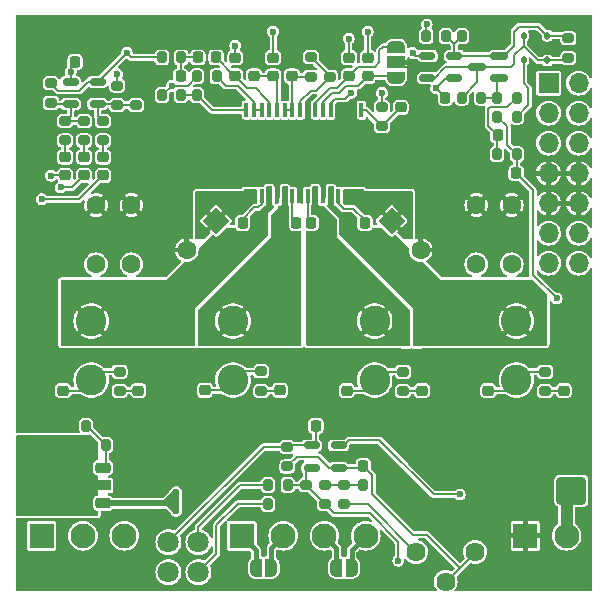
<source format=gbr>
%TF.GenerationSoftware,KiCad,Pcbnew,8.0.8*%
%TF.CreationDate,2025-03-08T19:37:29+01:00*%
%TF.ProjectId,01-2x30w_audio_amp,30312d32-7833-4307-975f-617564696f5f,rev?*%
%TF.SameCoordinates,Original*%
%TF.FileFunction,Copper,L4,Bot*%
%TF.FilePolarity,Positive*%
%FSLAX46Y46*%
G04 Gerber Fmt 4.6, Leading zero omitted, Abs format (unit mm)*
G04 Created by KiCad (PCBNEW 8.0.8) date 2025-03-08 19:37:29*
%MOMM*%
%LPD*%
G01*
G04 APERTURE LIST*
G04 Aperture macros list*
%AMRoundRect*
0 Rectangle with rounded corners*
0 $1 Rounding radius*
0 $2 $3 $4 $5 $6 $7 $8 $9 X,Y pos of 4 corners*
0 Add a 4 corners polygon primitive as box body*
4,1,4,$2,$3,$4,$5,$6,$7,$8,$9,$2,$3,0*
0 Add four circle primitives for the rounded corners*
1,1,$1+$1,$2,$3*
1,1,$1+$1,$4,$5*
1,1,$1+$1,$6,$7*
1,1,$1+$1,$8,$9*
0 Add four rect primitives between the rounded corners*
20,1,$1+$1,$2,$3,$4,$5,0*
20,1,$1+$1,$4,$5,$6,$7,0*
20,1,$1+$1,$6,$7,$8,$9,0*
20,1,$1+$1,$8,$9,$2,$3,0*%
%AMRotRect*
0 Rectangle, with rotation*
0 The origin of the aperture is its center*
0 $1 length*
0 $2 width*
0 $3 Rotation angle, in degrees counterclockwise*
0 Add horizontal line*
21,1,$1,$2,0,0,$3*%
%AMFreePoly0*
4,1,9,3.862500,-0.866500,0.737500,-0.866500,0.737500,-0.450000,-0.737500,-0.450000,-0.737500,0.450000,0.737500,0.450000,0.737500,0.866500,3.862500,0.866500,3.862500,-0.866500,3.862500,-0.866500,$1*%
%AMFreePoly1*
4,1,19,0.500000,-0.750000,0.000000,-0.750000,0.000000,-0.744911,-0.071157,-0.744911,-0.207708,-0.704816,-0.327430,-0.627875,-0.420627,-0.520320,-0.479746,-0.390866,-0.500000,-0.250000,-0.500000,0.250000,-0.479746,0.390866,-0.420627,0.520320,-0.327430,0.627875,-0.207708,0.704816,-0.071157,0.744911,0.000000,0.744911,0.000000,0.750000,0.500000,0.750000,0.500000,-0.750000,0.500000,-0.750000,
$1*%
%AMFreePoly2*
4,1,19,0.000000,0.744911,0.071157,0.744911,0.207708,0.704816,0.327430,0.627875,0.420627,0.520320,0.479746,0.390866,0.500000,0.250000,0.500000,-0.250000,0.479746,-0.390866,0.420627,-0.520320,0.327430,-0.627875,0.207708,-0.704816,0.071157,-0.744911,0.000000,-0.744911,0.000000,-0.750000,-0.500000,-0.750000,-0.500000,0.750000,0.000000,0.750000,0.000000,0.744911,0.000000,0.744911,
$1*%
%AMFreePoly3*
4,1,19,0.000000,0.744911,0.071157,0.744911,0.207708,0.704816,0.327430,0.627875,0.420627,0.520320,0.479746,0.390866,0.500000,0.250000,0.500000,-0.250000,0.479746,-0.390866,0.420627,-0.520320,0.327430,-0.627875,0.207708,-0.704816,0.071157,-0.744911,0.000000,-0.744911,0.000000,-0.750000,-0.550000,-0.750000,-0.550000,0.750000,0.000000,0.750000,0.000000,0.744911,0.000000,0.744911,
$1*%
%AMFreePoly4*
4,1,19,0.550000,-0.750000,0.000000,-0.750000,0.000000,-0.744911,-0.071157,-0.744911,-0.207708,-0.704816,-0.327430,-0.627875,-0.420627,-0.520320,-0.479746,-0.390866,-0.500000,-0.250000,-0.500000,0.250000,-0.479746,0.390866,-0.420627,0.520320,-0.327430,0.627875,-0.207708,0.704816,-0.071157,0.744911,0.000000,0.744911,0.000000,0.750000,0.550000,0.750000,0.550000,-0.750000,0.550000,-0.750000,
$1*%
G04 Aperture macros list end*
%TA.AperFunction,SMDPad,CuDef*%
%ADD10RoundRect,0.225000X0.250000X-0.225000X0.250000X0.225000X-0.250000X0.225000X-0.250000X-0.225000X0*%
%TD*%
%TA.AperFunction,ComponentPad*%
%ADD11C,5.600000*%
%TD*%
%TA.AperFunction,ComponentPad*%
%ADD12R,1.700000X1.700000*%
%TD*%
%TA.AperFunction,ComponentPad*%
%ADD13O,1.700000X1.700000*%
%TD*%
%TA.AperFunction,SMDPad,CuDef*%
%ADD14RoundRect,0.200000X0.275000X-0.200000X0.275000X0.200000X-0.275000X0.200000X-0.275000X-0.200000X0*%
%TD*%
%TA.AperFunction,SMDPad,CuDef*%
%ADD15RoundRect,0.150000X0.512500X0.150000X-0.512500X0.150000X-0.512500X-0.150000X0.512500X-0.150000X0*%
%TD*%
%TA.AperFunction,SMDPad,CuDef*%
%ADD16RoundRect,0.150000X-0.512500X-0.150000X0.512500X-0.150000X0.512500X0.150000X-0.512500X0.150000X0*%
%TD*%
%TA.AperFunction,SMDPad,CuDef*%
%ADD17RoundRect,0.225000X-0.225000X-0.250000X0.225000X-0.250000X0.225000X0.250000X-0.225000X0.250000X0*%
%TD*%
%TA.AperFunction,SMDPad,CuDef*%
%ADD18RoundRect,0.200000X-0.275000X0.200000X-0.275000X-0.200000X0.275000X-0.200000X0.275000X0.200000X0*%
%TD*%
%TA.AperFunction,SMDPad,CuDef*%
%ADD19RoundRect,0.225000X-0.250000X0.225000X-0.250000X-0.225000X0.250000X-0.225000X0.250000X0.225000X0*%
%TD*%
%TA.AperFunction,SMDPad,CuDef*%
%ADD20RoundRect,0.225000X0.425000X0.225000X-0.425000X0.225000X-0.425000X-0.225000X0.425000X-0.225000X0*%
%TD*%
%TA.AperFunction,SMDPad,CuDef*%
%ADD21FreePoly0,180.000000*%
%TD*%
%TA.AperFunction,SMDPad,CuDef*%
%ADD22RoundRect,0.250000X1.000000X0.900000X-1.000000X0.900000X-1.000000X-0.900000X1.000000X-0.900000X0*%
%TD*%
%TA.AperFunction,ComponentPad*%
%ADD23C,1.800000*%
%TD*%
%TA.AperFunction,ComponentPad*%
%ADD24C,2.600000*%
%TD*%
%TA.AperFunction,ComponentPad*%
%ADD25C,1.600000*%
%TD*%
%TA.AperFunction,ComponentPad*%
%ADD26RotRect,1.600000X1.600000X225.000000*%
%TD*%
%TA.AperFunction,ComponentPad*%
%ADD27C,1.620000*%
%TD*%
%TA.AperFunction,ComponentPad*%
%ADD28R,2.100000X2.100000*%
%TD*%
%TA.AperFunction,ComponentPad*%
%ADD29C,2.100000*%
%TD*%
%TA.AperFunction,ComponentPad*%
%ADD30RotRect,1.600000X1.600000X315.000000*%
%TD*%
%TA.AperFunction,SMDPad,CuDef*%
%ADD31RoundRect,0.200000X0.200000X0.275000X-0.200000X0.275000X-0.200000X-0.275000X0.200000X-0.275000X0*%
%TD*%
%TA.AperFunction,SMDPad,CuDef*%
%ADD32FreePoly1,180.000000*%
%TD*%
%TA.AperFunction,SMDPad,CuDef*%
%ADD33FreePoly2,180.000000*%
%TD*%
%TA.AperFunction,SMDPad,CuDef*%
%ADD34RoundRect,0.200000X-0.200000X-0.275000X0.200000X-0.275000X0.200000X0.275000X-0.200000X0.275000X0*%
%TD*%
%TA.AperFunction,SMDPad,CuDef*%
%ADD35FreePoly3,90.000000*%
%TD*%
%TA.AperFunction,SMDPad,CuDef*%
%ADD36R,1.500000X1.000000*%
%TD*%
%TA.AperFunction,SMDPad,CuDef*%
%ADD37FreePoly4,90.000000*%
%TD*%
%TA.AperFunction,SMDPad,CuDef*%
%ADD38RoundRect,0.225000X0.225000X0.250000X-0.225000X0.250000X-0.225000X-0.250000X0.225000X-0.250000X0*%
%TD*%
%TA.AperFunction,SMDPad,CuDef*%
%ADD39R,0.400000X1.200000*%
%TD*%
%TA.AperFunction,ComponentPad*%
%ADD40C,0.600000*%
%TD*%
%TA.AperFunction,SMDPad,CuDef*%
%ADD41R,11.000000X5.200000*%
%TD*%
%TA.AperFunction,SMDPad,CuDef*%
%ADD42RoundRect,0.112500X-0.112500X0.187500X-0.112500X-0.187500X0.112500X-0.187500X0.112500X0.187500X0*%
%TD*%
%TA.AperFunction,SMDPad,CuDef*%
%ADD43FreePoly1,0.000000*%
%TD*%
%TA.AperFunction,SMDPad,CuDef*%
%ADD44FreePoly2,0.000000*%
%TD*%
%TA.AperFunction,SMDPad,CuDef*%
%ADD45RoundRect,0.150000X0.587500X0.150000X-0.587500X0.150000X-0.587500X-0.150000X0.587500X-0.150000X0*%
%TD*%
%TA.AperFunction,SMDPad,CuDef*%
%ADD46RoundRect,0.112500X0.112500X-0.187500X0.112500X0.187500X-0.112500X0.187500X-0.112500X-0.187500X0*%
%TD*%
%TA.AperFunction,ViaPad*%
%ADD47C,0.600000*%
%TD*%
%TA.AperFunction,Conductor*%
%ADD48C,0.200000*%
%TD*%
%TA.AperFunction,Conductor*%
%ADD49C,0.500000*%
%TD*%
%TA.AperFunction,Conductor*%
%ADD50C,0.400000*%
%TD*%
%TA.AperFunction,Conductor*%
%ADD51C,1.000000*%
%TD*%
G04 APERTURE END LIST*
D10*
%TO.P,C5,1*%
%TO.N,+12V*%
X170500000Y-126275000D03*
%TO.P,C5,2*%
%TO.N,GND*%
X170500000Y-124725000D03*
%TD*%
D11*
%TO.P,H4,1,1*%
%TO.N,GND*%
X203200000Y-127000000D03*
%TD*%
D12*
%TO.P,J3,1,Pin_1*%
%TO.N,/INR*%
X211225000Y-95675000D03*
D13*
%TO.P,J3,2,Pin_2*%
%TO.N,/ING*%
X213765000Y-95675000D03*
%TO.P,J3,3,Pin_3*%
%TO.N,/SUM*%
X211225000Y-98215000D03*
%TO.P,J3,4,Pin_4*%
%TO.N,/INL*%
X213765000Y-98215000D03*
%TO.P,J3,5,Pin_5*%
%TO.N,/SYNC*%
X211225000Y-100755000D03*
%TO.P,J3,6,Pin_6*%
%TO.N,/MUTE*%
X213765000Y-100755000D03*
%TO.P,J3,7,Pin_7*%
%TO.N,GND*%
X211225000Y-103295000D03*
%TO.P,J3,8,Pin_8*%
X213765000Y-103295000D03*
%TO.P,J3,9,Pin_9*%
X211225000Y-105835000D03*
%TO.P,J3,10,Pin_10*%
X213765000Y-105835000D03*
%TO.P,J3,11,Pin_11*%
%TO.N,+24V*%
X211225000Y-108375000D03*
%TO.P,J3,12,Pin_12*%
X213765000Y-108375000D03*
%TO.P,J3,13,Pin_13*%
X211225000Y-110915000D03*
%TO.P,J3,14,Pin_14*%
X213765000Y-110915000D03*
%TD*%
D14*
%TO.P,R33,2*%
%TO.N,/MUTE*%
X190700000Y-129675000D03*
%TO.P,R33,1*%
%TO.N,GND*%
X190700000Y-131325000D03*
%TD*%
D15*
%TO.P,U5,1*%
%TO.N,/SUM*%
X173037500Y-95550000D03*
%TO.P,U5,2,V-*%
%TO.N,GND*%
X173037500Y-96500000D03*
%TO.P,U5,3,+*%
%TO.N,Net-(U5-+)*%
X173037500Y-97450000D03*
%TO.P,U5,4,-*%
%TO.N,Net-(U5--)*%
X170762500Y-97450000D03*
%TO.P,U5,5,V+*%
%TO.N,+12V*%
X170762500Y-95550000D03*
%TD*%
D16*
%TO.P,U1,1*%
%TO.N,Net-(D1-COM)*%
X200962500Y-95249999D03*
%TO.P,U1,2,V-*%
%TO.N,GND*%
X200962500Y-94300000D03*
%TO.P,U1,3,+*%
%TO.N,/SUM*%
X200962500Y-93350001D03*
%TO.P,U1,4,-*%
%TO.N,Net-(D1-A)*%
X203237500Y-93350001D03*
%TO.P,U1,5,V+*%
%TO.N,+12V*%
X203237500Y-95249999D03*
%TD*%
D17*
%TO.P,C41,1*%
%TO.N,+12V*%
X171125000Y-93900000D03*
%TO.P,C41,2*%
%TO.N,GND*%
X172675000Y-93900000D03*
%TD*%
D18*
%TO.P,R31,2*%
%TO.N,/MUTE*%
X192300000Y-131325000D03*
%TO.P,R31,1*%
%TO.N,Net-(R18-Pad1)*%
X192300000Y-129675000D03*
%TD*%
D19*
%TO.P,C16,1*%
%TO.N,GND*%
X186300000Y-93525000D03*
%TO.P,C16,2*%
%TO.N,Net-(U4-INNR)*%
X186300000Y-95075000D03*
%TD*%
D17*
%TO.P,C14,1*%
%TO.N,Net-(C14-Pad1)*%
X181525000Y-93500000D03*
%TO.P,C14,2*%
%TO.N,Net-(U4-INPR)*%
X183075000Y-93500000D03*
%TD*%
D19*
%TO.P,C13,1*%
%TO.N,/ING*%
X195900000Y-93525000D03*
%TO.P,C13,2*%
%TO.N,Net-(JP1-A)*%
X195900000Y-95075000D03*
%TD*%
%TO.P,C12,1*%
%TO.N,/INL*%
X194300000Y-93525000D03*
%TO.P,C12,2*%
%TO.N,Net-(JP1-B)*%
X194300000Y-95075000D03*
%TD*%
%TO.P,C11,1*%
%TO.N,/ING*%
X187900000Y-93525000D03*
%TO.P,C11,2*%
%TO.N,Net-(U4-INNR)*%
X187900000Y-95075000D03*
%TD*%
%TO.P,C10,1*%
%TO.N,/INR*%
X184700000Y-93525000D03*
%TO.P,C10,2*%
%TO.N,Net-(U4-INPR)*%
X184700000Y-95075000D03*
%TD*%
D17*
%TO.P,C9,1*%
%TO.N,GND*%
X178525000Y-95100000D03*
%TO.P,C9,2*%
%TO.N,Net-(C14-Pad1)*%
X180075000Y-95100000D03*
%TD*%
%TO.P,C7,1*%
%TO.N,GND*%
X206925000Y-103300000D03*
%TO.P,C7,2*%
%TO.N,/PEAK*%
X208475000Y-103300000D03*
%TD*%
D10*
%TO.P,C3,2*%
%TO.N,Net-(C3-Pad2)*%
X173500000Y-101925000D03*
%TO.P,C3,1*%
%TO.N,/ING*%
X173500000Y-103475000D03*
%TD*%
%TO.P,C2,2*%
%TO.N,Net-(C2-Pad2)*%
X170300000Y-101925000D03*
%TO.P,C2,1*%
%TO.N,/INL*%
X170300000Y-103475000D03*
%TD*%
%TO.P,C1,2*%
%TO.N,Net-(C1-Pad2)*%
X171900000Y-101925000D03*
%TO.P,C1,1*%
%TO.N,/INR*%
X171900000Y-103475000D03*
%TD*%
D20*
%TO.P,U2,1,ADJ*%
%TO.N,Net-(U2-ADJ)*%
X173512499Y-128237500D03*
D21*
%TO.P,U2,2,VO*%
%TO.N,+12V*%
X173424998Y-129737500D03*
D20*
%TO.P,U2,3,VI*%
%TO.N,+24V*%
X173512499Y-131237500D03*
%TD*%
D22*
%TO.P,D5,2,A2*%
%TO.N,GND*%
X208850000Y-130175000D03*
%TO.P,D5,1,A1*%
%TO.N,+24V*%
X213150000Y-130175000D03*
%TD*%
D23*
%TO.P,D4,1,K1*%
%TO.N,+12V*%
X179030000Y-134530000D03*
%TO.P,D4,2,A1*%
%TO.N,Net-(D4-A1)*%
X181570000Y-134530000D03*
%TO.P,D4,3,K2*%
%TO.N,+12V*%
X179030000Y-137070000D03*
%TO.P,D4,4,A2*%
%TO.N,Net-(D4-A2)*%
X181570000Y-137070000D03*
%TD*%
D24*
%TO.P,L3,1,1*%
%TO.N,Net-(JP3-B)*%
X196500000Y-115800000D03*
%TO.P,L3,2,2*%
%TO.N,/L+*%
X196500000Y-120800000D03*
%TD*%
%TO.P,L1,2,2*%
%TO.N,/R+*%
X172500000Y-120800000D03*
%TO.P,L1,1,1*%
%TO.N,Net-(JP2-B)*%
X172500000Y-115800000D03*
%TD*%
D25*
%TO.P,C30,1*%
%TO.N,/R-*%
X175900000Y-111000000D03*
%TO.P,C30,2*%
%TO.N,GND*%
X175900000Y-106000000D03*
%TD*%
D26*
%TO.P,C27,1*%
%TO.N,+24V*%
X183068601Y-107331399D03*
D25*
%TO.P,C27,2*%
%TO.N,GND*%
X180593727Y-109806273D03*
%TD*%
%TO.P,C29,1*%
%TO.N,GND*%
X172900000Y-106000000D03*
%TO.P,C29,2*%
%TO.N,/R+*%
X172900000Y-111000000D03*
%TD*%
%TO.P,C32,1*%
%TO.N,GND*%
X208100000Y-106000000D03*
%TO.P,C32,2*%
%TO.N,/L-*%
X208100000Y-111000000D03*
%TD*%
D27*
%TO.P,RV1,1,1*%
%TO.N,Net-(U3-+)*%
X205000000Y-135375000D03*
%TO.P,RV1,2,2*%
X202500000Y-137875000D03*
%TO.P,RV1,3,3*%
%TO.N,Net-(R18-Pad2)*%
X200000000Y-135375000D03*
%TD*%
D28*
%TO.P,J4,1,Pin_1*%
%TO.N,/R+*%
X185247500Y-134000000D03*
D29*
%TO.P,J4,2,Pin_2*%
%TO.N,/R-*%
X188747500Y-134000000D03*
%TO.P,J4,3,Pin_3*%
%TO.N,/L+*%
X192247499Y-134000000D03*
%TO.P,J4,4,Pin_4*%
%TO.N,/L-*%
X195747500Y-134000000D03*
%TD*%
D11*
%TO.P,H3,1,1*%
%TO.N,GND*%
X203200000Y-101600000D03*
%TD*%
%TO.P,H1,1,1*%
%TO.N,GND*%
X177800000Y-101600000D03*
%TD*%
D25*
%TO.P,C31,1*%
%TO.N,/L+*%
X205100000Y-111000000D03*
%TO.P,C31,2*%
%TO.N,GND*%
X205100000Y-106000000D03*
%TD*%
D30*
%TO.P,C28,1*%
%TO.N,+24V*%
X197931399Y-107331399D03*
D25*
%TO.P,C28,2*%
%TO.N,GND*%
X200406273Y-109806273D03*
%TD*%
D24*
%TO.P,L4,1,1*%
%TO.N,Net-(JP3-A)*%
X208500000Y-115800000D03*
%TO.P,L4,2,2*%
%TO.N,/L-*%
X208500000Y-120800000D03*
%TD*%
%TO.P,L2,2,2*%
%TO.N,/R-*%
X184500000Y-120800000D03*
%TO.P,L2,1,1*%
%TO.N,Net-(JP2-A)*%
X184500000Y-115800000D03*
%TD*%
D28*
%TO.P,J1,1,Pin_1*%
%TO.N,GND*%
X209247500Y-134000000D03*
D29*
%TO.P,J1,2,Pin_2*%
%TO.N,+24V*%
X212747500Y-134000000D03*
%TD*%
D28*
%TO.P,J2,1,Pin_1*%
%TO.N,/ING*%
X168297500Y-134000000D03*
D29*
%TO.P,J2,2,Pin_2*%
%TO.N,/INL*%
X171797500Y-134000000D03*
%TO.P,J2,3,Pin_3*%
%TO.N,/INR*%
X175297500Y-134000000D03*
%TD*%
D31*
%TO.P,R25,1*%
%TO.N,GND*%
X183125000Y-96700000D03*
%TO.P,R25,2*%
%TO.N,Net-(U4-MODSEL)*%
X181475000Y-96700000D03*
%TD*%
D15*
%TO.P,U3,5,V+*%
%TO.N,+12V*%
X191162500Y-126350000D03*
%TO.P,U3,4*%
%TO.N,/MUTE*%
X191162500Y-128250000D03*
%TO.P,U3,3,+*%
%TO.N,Net-(U3-+)*%
X193437500Y-128250000D03*
%TO.P,U3,2,V-*%
%TO.N,GND*%
X193437500Y-127300000D03*
%TO.P,U3,1,-*%
%TO.N,/PEAK*%
X193437500Y-126350000D03*
%TD*%
D17*
%TO.P,C21,1*%
%TO.N,Net-(U4-BSPL)*%
X191125000Y-107500000D03*
%TO.P,C21,2*%
%TO.N,Net-(JP3-B)*%
X192675000Y-107500000D03*
%TD*%
D18*
%TO.P,R28,1*%
%TO.N,/R-*%
X186900000Y-120075000D03*
%TO.P,R28,2*%
%TO.N,Net-(C38-Pad2)*%
X186900000Y-121725000D03*
%TD*%
D14*
%TO.P,R3,2*%
%TO.N,Net-(U5--)*%
X171900000Y-98875000D03*
%TO.P,R3,1*%
%TO.N,Net-(C1-Pad2)*%
X171900000Y-100525000D03*
%TD*%
D19*
%TO.P,C36,1*%
%TO.N,GND*%
X206125000Y-120150000D03*
%TO.P,C36,2*%
%TO.N,/L-*%
X206125000Y-121700000D03*
%TD*%
D10*
%TO.P,C23,1*%
%TO.N,+24V*%
X183900000Y-105275000D03*
%TO.P,C23,2*%
%TO.N,GND*%
X183900000Y-103725000D03*
%TD*%
D32*
%TO.P,JP5,1,A*%
%TO.N,/L-*%
X194549999Y-136700000D03*
D33*
%TO.P,JP5,2,B*%
%TO.N,/L+*%
X193250001Y-136700000D03*
%TD*%
D31*
%TO.P,R19,1*%
%TO.N,/MUTE*%
X189125000Y-129700000D03*
%TO.P,R19,2*%
%TO.N,Net-(D4-A1)*%
X187475000Y-129700000D03*
%TD*%
D34*
%TO.P,R16,1*%
%TO.N,/SUM*%
X178475000Y-93500000D03*
%TO.P,R16,2*%
%TO.N,Net-(C14-Pad1)*%
X180125000Y-93500000D03*
%TD*%
D35*
%TO.P,JP1,3,B*%
%TO.N,Net-(JP1-B)*%
X198300000Y-92600000D03*
D36*
%TO.P,JP1,2,C*%
%TO.N,GND*%
X198300000Y-93900000D03*
D37*
%TO.P,JP1,1,A*%
%TO.N,Net-(JP1-A)*%
X198300000Y-95200000D03*
%TD*%
D31*
%TO.P,R20,1*%
%TO.N,GND*%
X189125000Y-131300000D03*
%TO.P,R20,2*%
%TO.N,Net-(D4-A2)*%
X187475000Y-131300000D03*
%TD*%
D19*
%TO.P,C39,1*%
%TO.N,GND*%
X200500000Y-120150000D03*
%TO.P,C39,2*%
%TO.N,Net-(C39-Pad2)*%
X200500000Y-121700000D03*
%TD*%
D17*
%TO.P,C15,1*%
%TO.N,+12V*%
X191525000Y-124700000D03*
%TO.P,C15,2*%
%TO.N,GND*%
X193075000Y-124700000D03*
%TD*%
D32*
%TO.P,JP3,1,A*%
%TO.N,Net-(JP3-A)*%
X200249999Y-117200000D03*
D33*
%TO.P,JP3,2,B*%
%TO.N,Net-(JP3-B)*%
X198950001Y-117200000D03*
%TD*%
D19*
%TO.P,C33,1*%
%TO.N,GND*%
X170125000Y-120150000D03*
%TO.P,C33,2*%
%TO.N,/R+*%
X170125000Y-121700000D03*
%TD*%
D14*
%TO.P,R12,2*%
%TO.N,/SUM*%
X169100000Y-95675000D03*
%TO.P,R12,1*%
%TO.N,Net-(U5--)*%
X169100000Y-97325000D03*
%TD*%
D10*
%TO.P,C26,1*%
%TO.N,+24V*%
X198500000Y-105275000D03*
%TO.P,C26,2*%
%TO.N,GND*%
X198500000Y-103725000D03*
%TD*%
D34*
%TO.P,R26,1*%
%TO.N,+24V*%
X178475000Y-96700000D03*
%TO.P,R26,2*%
%TO.N,Net-(U4-MODSEL)*%
X180125000Y-96700000D03*
%TD*%
D19*
%TO.P,C35,1*%
%TO.N,GND*%
X194125000Y-120150000D03*
%TO.P,C35,2*%
%TO.N,/L+*%
X194125000Y-121700000D03*
%TD*%
D14*
%TO.P,R23,1*%
%TO.N,Net-(U4-GAIN{slash}SLV)*%
X192700000Y-95125000D03*
%TO.P,R23,2*%
%TO.N,GND*%
X192700000Y-93475000D03*
%TD*%
D19*
%TO.P,C38,1*%
%TO.N,GND*%
X188500000Y-120125000D03*
%TO.P,C38,2*%
%TO.N,Net-(C38-Pad2)*%
X188500000Y-121675000D03*
%TD*%
D31*
%TO.P,R11,1*%
%TO.N,Net-(D1-K)*%
X205525000Y-96900000D03*
%TO.P,R11,2*%
%TO.N,Net-(D1-COM)*%
X203875000Y-96900000D03*
%TD*%
D38*
%TO.P,C20,1*%
%TO.N,Net-(U4-BSNR)*%
X189875000Y-107500000D03*
%TO.P,C20,2*%
%TO.N,Net-(JP2-A)*%
X188325000Y-107500000D03*
%TD*%
%TO.P,C22,1*%
%TO.N,Net-(U4-BNSL)*%
X195675000Y-107500000D03*
%TO.P,C22,2*%
%TO.N,Net-(JP3-A)*%
X194125000Y-107500000D03*
%TD*%
D18*
%TO.P,R30,1*%
%TO.N,/L-*%
X210900000Y-120100000D03*
%TO.P,R30,2*%
%TO.N,Net-(C40-Pad2)*%
X210900000Y-121750000D03*
%TD*%
D31*
%TO.P,R8,1*%
%TO.N,Net-(U2-ADJ)*%
X173725000Y-126300000D03*
%TO.P,R8,2*%
%TO.N,+12V*%
X172075000Y-126300000D03*
%TD*%
D34*
%TO.P,R24,1*%
%TO.N,+24V*%
X181475000Y-95100000D03*
%TO.P,R24,2*%
%TO.N,/EN*%
X183125000Y-95100000D03*
%TD*%
D18*
%TO.P,R27,1*%
%TO.N,/R+*%
X174900000Y-120100000D03*
%TO.P,R27,2*%
%TO.N,Net-(C37-Pad2)*%
X174900000Y-121750000D03*
%TD*%
D14*
%TO.P,R6,2*%
%TO.N,GND*%
X176300000Y-95875000D03*
%TO.P,R6,1*%
%TO.N,Net-(U5-+)*%
X176300000Y-97525000D03*
%TD*%
D19*
%TO.P,C37,1*%
%TO.N,GND*%
X176500000Y-120150000D03*
%TO.P,C37,2*%
%TO.N,Net-(C37-Pad2)*%
X176500000Y-121700000D03*
%TD*%
D31*
%TO.P,R9,1*%
%TO.N,GND*%
X173725000Y-124700000D03*
%TO.P,R9,2*%
%TO.N,Net-(U2-ADJ)*%
X172075000Y-124700000D03*
%TD*%
D10*
%TO.P,C18,1*%
%TO.N,GND*%
X198700000Y-99275000D03*
%TO.P,C18,2*%
%TO.N,Net-(U4-SYNC)*%
X198700000Y-97725000D03*
%TD*%
D39*
%TO.P,U4,1,MODSEL*%
%TO.N,Net-(U4-MODSEL)*%
X185625000Y-97950000D03*
%TO.P,U4,2,SDZ*%
%TO.N,/EN*%
X186275000Y-97950000D03*
%TO.P,U4,3,FAULTZ*%
X186925000Y-97950000D03*
%TO.P,U4,4,INPR*%
%TO.N,Net-(U4-INPR)*%
X187575000Y-97950000D03*
%TO.P,U4,5,INNR*%
%TO.N,Net-(U4-INNR)*%
X188225000Y-97950000D03*
%TO.P,U4,6,PLIMIT*%
%TO.N,Net-(U4-GVDD)*%
X188875000Y-97950000D03*
%TO.P,U4,7,GVDD*%
X189525000Y-97950000D03*
%TO.P,U4,8,GAIN/SLV*%
%TO.N,Net-(U4-GAIN{slash}SLV)*%
X190175000Y-97950000D03*
%TO.P,U4,9,GND*%
%TO.N,GND*%
X190825000Y-97950000D03*
%TO.P,U4,10,INPL*%
%TO.N,Net-(JP1-B)*%
X191475000Y-97950000D03*
%TO.P,U4,11,INNL*%
%TO.N,Net-(JP1-A)*%
X192125000Y-97950000D03*
%TO.P,U4,12,MUTE*%
%TO.N,/MUTE*%
X192775000Y-97950000D03*
%TO.P,U4,13,AM2*%
%TO.N,GND*%
X193425000Y-97950000D03*
%TO.P,U4,14,AM1*%
X194075000Y-97950000D03*
%TO.P,U4,15,AM0*%
X194725000Y-97950000D03*
%TO.P,U4,16,SYNC*%
%TO.N,Net-(U4-SYNC)*%
X195375000Y-97950000D03*
%TO.P,U4,17,AVCC*%
%TO.N,+24V*%
X195375000Y-105250000D03*
%TO.P,U4,18,PVCC*%
X194725000Y-105250000D03*
%TO.P,U4,19,PVCC*%
X194075000Y-105250000D03*
%TO.P,U4,20,BNSL*%
%TO.N,Net-(U4-BNSL)*%
X193425000Y-105250000D03*
%TO.P,U4,21,OUTNL*%
%TO.N,Net-(JP3-A)*%
X192775000Y-105250000D03*
%TO.P,U4,22,GND*%
%TO.N,GND*%
X192125000Y-105250000D03*
%TO.P,U4,23,OUTPL*%
%TO.N,Net-(JP3-B)*%
X191475000Y-105250000D03*
%TO.P,U4,24,BSPL*%
%TO.N,Net-(U4-BSPL)*%
X190825000Y-105250000D03*
%TO.P,U4,25,GND*%
%TO.N,GND*%
X190175000Y-105250000D03*
%TO.P,U4,26,BSNR*%
%TO.N,Net-(U4-BSNR)*%
X189525000Y-105250000D03*
%TO.P,U4,27,OUTNR*%
%TO.N,Net-(JP2-A)*%
X188875000Y-105250000D03*
%TO.P,U4,28,GND*%
%TO.N,GND*%
X188225000Y-105250000D03*
%TO.P,U4,29,OUTPR*%
%TO.N,Net-(JP2-B)*%
X187575000Y-105250000D03*
%TO.P,U4,30,BSPR*%
%TO.N,Net-(U4-BSPR)*%
X186925000Y-105250000D03*
%TO.P,U4,31,PVCC*%
%TO.N,+24V*%
X186275000Y-105250000D03*
%TO.P,U4,32,PVCC*%
X185625000Y-105250000D03*
D40*
%TO.P,U4,33,PAD*%
%TO.N,GND*%
X195700000Y-99350000D03*
X194400000Y-99350000D03*
X193100000Y-99350000D03*
X191800000Y-99350000D03*
X190500000Y-99350000D03*
X189200000Y-99350000D03*
X187900000Y-99350000D03*
X186600000Y-99350000D03*
X185300000Y-99350000D03*
X194400000Y-100849999D03*
X186600000Y-100849999D03*
X195700000Y-100850000D03*
X193100001Y-100850000D03*
X191800000Y-100850000D03*
X190500000Y-100850000D03*
X189200000Y-100850000D03*
X187899999Y-100850000D03*
X185300000Y-100850000D03*
D41*
X190500000Y-101600000D03*
D40*
X195700000Y-102350000D03*
X193100001Y-102350000D03*
X191800000Y-102350000D03*
X190500000Y-102350000D03*
X189200000Y-102350000D03*
X187899999Y-102350000D03*
X185300000Y-102350000D03*
X194400000Y-102350001D03*
X186600000Y-102350001D03*
X195700000Y-103850000D03*
X194400000Y-103850000D03*
X193100000Y-103850000D03*
X191800000Y-103850000D03*
X190500000Y-103850000D03*
X189200000Y-103850000D03*
X187900000Y-103850000D03*
X186600000Y-103850000D03*
X185300000Y-103850000D03*
%TD*%
D34*
%TO.P,R2,1*%
%TO.N,+12V*%
X200875000Y-91700000D03*
%TO.P,R2,2*%
%TO.N,Net-(D1-A)*%
X202525000Y-91700000D03*
%TD*%
D14*
%TO.P,R10,1*%
%TO.N,Net-(D1-COM)*%
X212900000Y-93525000D03*
%TO.P,R10,2*%
%TO.N,Net-(D1-A)*%
X212900000Y-91875000D03*
%TD*%
%TO.P,R5,2*%
%TO.N,Net-(U5-+)*%
X173500000Y-98875000D03*
%TO.P,R5,1*%
%TO.N,Net-(C3-Pad2)*%
X173500000Y-100525000D03*
%TD*%
D34*
%TO.P,R15,1*%
%TO.N,Net-(C6-Pad2)*%
X206875000Y-101700000D03*
%TO.P,R15,2*%
%TO.N,/PEAK*%
X208525000Y-101700000D03*
%TD*%
D19*
%TO.P,C34,1*%
%TO.N,GND*%
X182100000Y-120125000D03*
%TO.P,C34,2*%
%TO.N,/R-*%
X182100000Y-121675000D03*
%TD*%
%TO.P,C40,1*%
%TO.N,GND*%
X212500000Y-120150000D03*
%TO.P,C40,2*%
%TO.N,Net-(C40-Pad2)*%
X212500000Y-121700000D03*
%TD*%
D14*
%TO.P,R4,2*%
%TO.N,Net-(U5--)*%
X170300000Y-98875000D03*
%TO.P,R4,1*%
%TO.N,Net-(C2-Pad2)*%
X170300000Y-100525000D03*
%TD*%
D10*
%TO.P,C25,1*%
%TO.N,+24V*%
X182500000Y-105275000D03*
%TO.P,C25,2*%
%TO.N,GND*%
X182500000Y-103725000D03*
%TD*%
D18*
%TO.P,R22,1*%
%TO.N,Net-(U4-GAIN{slash}SLV)*%
X191100000Y-93475000D03*
%TO.P,R22,2*%
%TO.N,Net-(U4-GVDD)*%
X191100000Y-95125000D03*
%TD*%
D10*
%TO.P,C24,1*%
%TO.N,+24V*%
X197100000Y-105275000D03*
%TO.P,C24,2*%
%TO.N,GND*%
X197100000Y-103725000D03*
%TD*%
D33*
%TO.P,JP2,2,B*%
%TO.N,Net-(JP2-B)*%
X180750000Y-117100000D03*
D32*
%TO.P,JP2,1,A*%
%TO.N,Net-(JP2-A)*%
X182050000Y-117100000D03*
%TD*%
D18*
%TO.P,R18,2*%
%TO.N,Net-(R18-Pad2)*%
X193900000Y-131325000D03*
%TO.P,R18,1*%
%TO.N,Net-(R18-Pad1)*%
X193900000Y-129675000D03*
%TD*%
%TO.P,R21,1*%
%TO.N,/SYNC*%
X197100000Y-97675000D03*
%TO.P,R21,2*%
%TO.N,Net-(U4-SYNC)*%
X197100000Y-99325000D03*
%TD*%
%TO.P,R29,1*%
%TO.N,/L+*%
X198900000Y-120100000D03*
%TO.P,R29,2*%
%TO.N,Net-(C39-Pad2)*%
X198900000Y-121750000D03*
%TD*%
D34*
%TO.P,R13,1*%
%TO.N,Net-(D1-K)*%
X206875000Y-96900000D03*
%TO.P,R13,2*%
%TO.N,Net-(C6-Pad2)*%
X208525000Y-96900000D03*
%TD*%
D42*
%TO.P,D2,1,K*%
%TO.N,Net-(D1-A)*%
X211100000Y-91650000D03*
%TO.P,D2,2,A*%
%TO.N,Net-(D1-COM)*%
X211100000Y-93750000D03*
%TD*%
D43*
%TO.P,JP4,1,A*%
%TO.N,/R+*%
X186450001Y-136700000D03*
D44*
%TO.P,JP4,2,B*%
%TO.N,/R-*%
X187749999Y-136700000D03*
%TD*%
D38*
%TO.P,C6,1*%
%TO.N,GND*%
X208475000Y-100100000D03*
%TO.P,C6,2*%
%TO.N,Net-(C6-Pad2)*%
X206925000Y-100100000D03*
%TD*%
D18*
%TO.P,R7,2*%
%TO.N,Net-(U5-+)*%
X174700000Y-97525000D03*
%TO.P,R7,1*%
%TO.N,+12V*%
X174700000Y-95875000D03*
%TD*%
D17*
%TO.P,C19,1*%
%TO.N,Net-(U4-BSPR)*%
X185325000Y-107500000D03*
%TO.P,C19,2*%
%TO.N,Net-(JP2-B)*%
X186875000Y-107500000D03*
%TD*%
D31*
%TO.P,R14,1*%
%TO.N,Net-(D3-K)*%
X208525000Y-98500000D03*
%TO.P,R14,2*%
%TO.N,/PEAK*%
X206875000Y-98500000D03*
%TD*%
D19*
%TO.P,C17,1*%
%TO.N,GND*%
X189500000Y-93525000D03*
%TO.P,C17,2*%
%TO.N,Net-(U4-GVDD)*%
X189500000Y-95075000D03*
%TD*%
D34*
%TO.P,R1,1*%
%TO.N,Net-(D1-A)*%
X203875000Y-91700000D03*
%TO.P,R1,2*%
%TO.N,GND*%
X205525000Y-91700000D03*
%TD*%
D38*
%TO.P,C42,1*%
%TO.N,+12V*%
X202475000Y-96900000D03*
%TO.P,C42,2*%
%TO.N,GND*%
X200925000Y-96900000D03*
%TD*%
D45*
%TO.P,D1,1,A*%
%TO.N,Net-(D1-A)*%
X207037500Y-93350000D03*
%TO.P,D1,2,K*%
%TO.N,Net-(D1-K)*%
X207037500Y-95250000D03*
%TO.P,D1,3,COM*%
%TO.N,Net-(D1-COM)*%
X205162499Y-94300000D03*
%TD*%
D46*
%TO.P,D3,1,K*%
%TO.N,Net-(D3-K)*%
X209100000Y-93750000D03*
%TO.P,D3,2,A*%
%TO.N,Net-(D1-COM)*%
X209100000Y-91650000D03*
%TD*%
D11*
%TO.P,H2,1,1*%
%TO.N,GND*%
X177800000Y-127000000D03*
%TD*%
D14*
%TO.P,R17,1*%
%TO.N,Net-(U3-+)*%
X189100000Y-128125000D03*
%TO.P,R17,2*%
%TO.N,+12V*%
X189100000Y-126475000D03*
%TD*%
D31*
%TO.P,R32,1*%
%TO.N,GND*%
X197125000Y-129700000D03*
%TO.P,R32,2*%
%TO.N,Net-(R18-Pad1)*%
X195475000Y-129700000D03*
%TD*%
D17*
%TO.P,C4,1*%
%TO.N,Net-(U3-+)*%
X195525000Y-128100000D03*
%TO.P,C4,2*%
%TO.N,GND*%
X197075000Y-128100000D03*
%TD*%
D47*
%TO.N,/MUTE*%
X198500000Y-136100000D03*
%TO.N,/PEAK*%
X203700000Y-130500000D03*
%TO.N,GND*%
X190500000Y-132900000D03*
%TO.N,+24V*%
X179300000Y-95900000D03*
X179700000Y-130300000D03*
X179700000Y-131900000D03*
X179700000Y-131100000D03*
%TO.N,+12V*%
X170500000Y-128100000D03*
X171100000Y-127500000D03*
X171700000Y-128100000D03*
X172300000Y-127500000D03*
%TO.N,/ING*%
X168297500Y-105500000D03*
%TO.N,/INR*%
X169900000Y-104500000D03*
%TO.N,/INL*%
X169100000Y-103500000D03*
%TO.N,GND*%
X209300000Y-100900000D03*
X199700000Y-95100000D03*
X205500000Y-90700000D03*
%TO.N,+12V*%
X200900000Y-90700000D03*
%TO.N,/PEAK*%
X211900000Y-113900000D03*
%TO.N,/SYNC*%
X197100000Y-96500000D03*
%TO.N,/MUTE*%
X194500000Y-96500000D03*
%TO.N,/SUM*%
X199700000Y-93100000D03*
%TO.N,GND*%
X207700000Y-102500000D03*
%TO.N,+12V*%
X201700000Y-96100000D03*
%TO.N,GND*%
X190300000Y-94300000D03*
%TO.N,/INL*%
X194300000Y-91900000D03*
%TO.N,/ING*%
X187900000Y-91300000D03*
X195900000Y-91300000D03*
%TO.N,/INR*%
X184700000Y-92500000D03*
%TO.N,GND*%
X185500000Y-94300000D03*
X179300000Y-94300000D03*
X182300000Y-95900000D03*
%TO.N,/SUM*%
X175500000Y-93100000D03*
%TO.N,GND*%
X193500000Y-94300000D03*
%TO.N,+12V*%
X174700000Y-94900000D03*
%TO.N,GND*%
X176300000Y-94900000D03*
X173700000Y-93900000D03*
%TO.N,+12V*%
X170762500Y-94700000D03*
%TO.N,GND*%
X171900000Y-96900000D03*
X199950000Y-96900000D03*
%TD*%
D48*
%TO.N,/PEAK*%
X194300000Y-125900000D02*
X196900000Y-125900000D01*
%TO.N,+12V*%
X179030000Y-134530000D02*
X187085000Y-126475000D01*
X187085000Y-126475000D02*
X189100000Y-126475000D01*
%TO.N,/MUTE*%
X196100000Y-132100000D02*
X198500000Y-134500000D01*
X198500000Y-134500000D02*
X198500000Y-136100000D01*
X192300000Y-131325000D02*
X193075000Y-132100000D01*
X193075000Y-132100000D02*
X196100000Y-132100000D01*
%TO.N,Net-(U3-+)*%
X196300000Y-128875000D02*
X196300000Y-130500000D01*
X200900000Y-133900000D02*
X203737500Y-136737500D01*
X195525000Y-128100000D02*
X196300000Y-128875000D01*
X199700000Y-133900000D02*
X200900000Y-133900000D01*
X196300000Y-130500000D02*
X199700000Y-133900000D01*
%TO.N,Net-(R18-Pad1)*%
X193900000Y-129675000D02*
X195450000Y-129675000D01*
X195450000Y-129675000D02*
X195475000Y-129700000D01*
%TO.N,Net-(U3-+)*%
X193437500Y-128250000D02*
X195375000Y-128250000D01*
X195375000Y-128250000D02*
X195525000Y-128100000D01*
X193437500Y-128250000D02*
X192650000Y-128250000D01*
X192650000Y-128250000D02*
X191700000Y-127300000D01*
X191700000Y-127300000D02*
X189925000Y-127300000D01*
X189925000Y-127300000D02*
X189100000Y-128125000D01*
%TO.N,Net-(R18-Pad2)*%
X193900000Y-131325000D02*
X195900000Y-131325000D01*
X195900000Y-131325000D02*
X200000000Y-135425000D01*
X200000000Y-135425000D02*
X200000000Y-135475000D01*
%TO.N,/PEAK*%
X203700000Y-130500000D02*
X201500000Y-130500000D01*
X193850000Y-126350000D02*
X193437500Y-126350000D01*
X201500000Y-130500000D02*
X196900000Y-125900000D01*
X194300000Y-125900000D02*
X193850000Y-126350000D01*
%TO.N,Net-(R18-Pad1)*%
X192300000Y-129675000D02*
X193900000Y-129675000D01*
%TO.N,/MUTE*%
X190700000Y-129675000D02*
X190700000Y-129725000D01*
X190700000Y-129725000D02*
X192300000Y-131325000D01*
%TO.N,Net-(U3-+)*%
X203737500Y-136737500D02*
X205000000Y-135475000D01*
X202500000Y-137975000D02*
X203737500Y-136737500D01*
%TO.N,/MUTE*%
X190700000Y-129675000D02*
X190700000Y-128312500D01*
X191100000Y-128312500D02*
X191162500Y-128250000D01*
%TO.N,+12V*%
X190762500Y-126350000D02*
X189225000Y-126350000D01*
X189225000Y-126350000D02*
X189100000Y-126475000D01*
X191525000Y-124700000D02*
X191525000Y-125987500D01*
X191525000Y-125987500D02*
X191162500Y-126350000D01*
%TO.N,Net-(D4-A1)*%
X185100000Y-129700000D02*
X187675000Y-129700000D01*
X181570000Y-134530000D02*
X181570000Y-133230000D01*
X181570000Y-133230000D02*
X185100000Y-129700000D01*
%TO.N,Net-(D4-A2)*%
X181570000Y-137070000D02*
X183100000Y-135540000D01*
X184900000Y-131300000D02*
X187675000Y-131300000D01*
X183100000Y-135540000D02*
X183100000Y-133100000D01*
X183100000Y-133100000D02*
X184900000Y-131300000D01*
%TO.N,GND*%
X190700000Y-131325000D02*
X189150000Y-131325000D01*
X189150000Y-131325000D02*
X189125000Y-131300000D01*
X190500000Y-132900000D02*
X190700000Y-132700000D01*
X190700000Y-132700000D02*
X190700000Y-131325000D01*
%TO.N,/MUTE*%
X189125000Y-129700000D02*
X190675000Y-129700000D01*
X190675000Y-129700000D02*
X190700000Y-129675000D01*
%TO.N,+24V*%
X181475000Y-95100000D02*
X180675000Y-95900000D01*
X180675000Y-95900000D02*
X179300000Y-95900000D01*
X178500000Y-96700000D02*
X179300000Y-95900000D01*
X178475000Y-96700000D02*
X178500000Y-96700000D01*
D49*
X179700000Y-130300000D02*
X179700000Y-131900000D01*
X173512499Y-131237500D02*
X177900000Y-131237500D01*
X179700000Y-130300000D02*
X178762500Y-131237500D01*
X177900000Y-131237500D02*
X178900000Y-131237500D01*
X178762500Y-131237500D02*
X177900000Y-131237500D01*
X179700000Y-131900000D02*
X179037500Y-131237500D01*
X179037500Y-131237500D02*
X178900000Y-131237500D01*
X178900000Y-131237500D02*
X179562500Y-131237500D01*
X179700000Y-130300000D02*
X179700000Y-130437500D01*
X179700000Y-130437500D02*
X178900000Y-131237500D01*
X179562500Y-131237500D02*
X179700000Y-131100000D01*
D48*
%TO.N,Net-(U2-ADJ)*%
X173725000Y-126300000D02*
X173725000Y-128024999D01*
X173725000Y-128024999D02*
X173512499Y-128237500D01*
X172075000Y-124700000D02*
X172125000Y-124700000D01*
X172125000Y-124700000D02*
X173725000Y-126300000D01*
D50*
%TO.N,/L-*%
X194549999Y-136700000D02*
X194549999Y-135197501D01*
X194549999Y-135197501D02*
X195747500Y-134000000D01*
%TO.N,/L+*%
X193250001Y-136700000D02*
X193250001Y-135002502D01*
X193250001Y-135002502D02*
X192247499Y-134000000D01*
%TO.N,/R-*%
X187749999Y-136700000D02*
X187749999Y-134997501D01*
X187749999Y-134997501D02*
X188747500Y-134000000D01*
%TO.N,/R+*%
X186450001Y-136700000D02*
X186450001Y-135202501D01*
X186450001Y-135202501D02*
X185247500Y-134000000D01*
D51*
%TO.N,+24V*%
X212747500Y-134000000D02*
X212747500Y-130577500D01*
X212747500Y-130577500D02*
X213150000Y-130175000D01*
D48*
%TO.N,Net-(C40-Pad2)*%
X212500000Y-121700000D02*
X210950000Y-121700000D01*
X210950000Y-121700000D02*
X210900000Y-121750000D01*
%TO.N,/L-*%
X210900000Y-120100000D02*
X209200000Y-120100000D01*
X209200000Y-120100000D02*
X208500000Y-120800000D01*
X206125000Y-121700000D02*
X207600000Y-121700000D01*
X207600000Y-121700000D02*
X208500000Y-120800000D01*
%TO.N,Net-(C39-Pad2)*%
X200500000Y-121700000D02*
X198950000Y-121700000D01*
X198950000Y-121700000D02*
X198900000Y-121750000D01*
%TO.N,/L+*%
X198900000Y-120100000D02*
X197200000Y-120100000D01*
X197200000Y-120100000D02*
X196500000Y-120800000D01*
X194125000Y-121700000D02*
X195600000Y-121700000D01*
X195600000Y-121700000D02*
X196500000Y-120800000D01*
%TO.N,Net-(C38-Pad2)*%
X186900000Y-121725000D02*
X188450000Y-121725000D01*
X188450000Y-121725000D02*
X188500000Y-121675000D01*
%TO.N,/R-*%
X186900000Y-120075000D02*
X185225000Y-120075000D01*
X185225000Y-120075000D02*
X184500000Y-120800000D01*
X182100000Y-121675000D02*
X183625000Y-121675000D01*
X183625000Y-121675000D02*
X184500000Y-120800000D01*
%TO.N,Net-(C37-Pad2)*%
X176500000Y-121700000D02*
X174950000Y-121700000D01*
X174950000Y-121700000D02*
X174900000Y-121750000D01*
%TO.N,/R+*%
X174900000Y-120100000D02*
X173200000Y-120100000D01*
X173200000Y-120100000D02*
X172500000Y-120800000D01*
X170125000Y-121700000D02*
X171600000Y-121700000D01*
X171600000Y-121700000D02*
X172500000Y-120800000D01*
%TO.N,/ING*%
X171475000Y-105500000D02*
X168297500Y-105500000D01*
X173500000Y-103475000D02*
X171475000Y-105500000D01*
%TO.N,/INR*%
X171900000Y-103475000D02*
X170875000Y-104500000D01*
X170875000Y-104500000D02*
X169900000Y-104500000D01*
%TO.N,/INL*%
X170300000Y-103475000D02*
X169125000Y-103475000D01*
X169125000Y-103475000D02*
X169100000Y-103500000D01*
%TO.N,Net-(U4-BSPR)*%
X186300000Y-106200000D02*
X186600000Y-106200000D01*
X185325000Y-107500000D02*
X185325000Y-107175000D01*
X185325000Y-107175000D02*
X186300000Y-106200000D01*
%TO.N,Net-(U4-BNSL)*%
X193900000Y-106300000D02*
X194700000Y-106300000D01*
X195675000Y-107500000D02*
X195675000Y-107275000D01*
X195675000Y-107275000D02*
X194700000Y-106300000D01*
X193425000Y-105250000D02*
X193425000Y-105825000D01*
X193425000Y-105825000D02*
X193900000Y-106300000D01*
%TO.N,Net-(U4-BSPR)*%
X186925000Y-105875000D02*
X186600000Y-106200000D01*
%TO.N,GND*%
X208500000Y-100100000D02*
X209300000Y-100900000D01*
X208475000Y-100100000D02*
X208500000Y-100100000D01*
X199900000Y-94900000D02*
X199700000Y-95100000D01*
X199900000Y-94300000D02*
X199900000Y-94900000D01*
X200962500Y-94300000D02*
X199900000Y-94300000D01*
X199900000Y-94300000D02*
X198700000Y-94300000D01*
X205525000Y-90725000D02*
X205500000Y-90700000D01*
X205525000Y-91700000D02*
X205525000Y-90725000D01*
%TO.N,+12V*%
X200875000Y-90725000D02*
X200900000Y-90700000D01*
X200875000Y-91700000D02*
X200875000Y-90725000D01*
%TO.N,/PEAK*%
X209900000Y-111900000D02*
X211900000Y-113900000D01*
X209900000Y-104725000D02*
X209900000Y-111900000D01*
X208475000Y-103300000D02*
X209700000Y-104525000D01*
X209700000Y-104525000D02*
X209900000Y-104725000D01*
%TO.N,/SYNC*%
X197100000Y-97675000D02*
X197100000Y-96500000D01*
%TO.N,/MUTE*%
X194025000Y-96975000D02*
X194500000Y-96500000D01*
X193175000Y-96975000D02*
X194025000Y-96975000D01*
%TO.N,Net-(JP1-A)*%
X195900000Y-95075000D02*
X198175000Y-95075000D01*
X198175000Y-95075000D02*
X198300000Y-95200000D01*
X193500000Y-96500000D02*
X194100000Y-95900000D01*
X195075000Y-95900000D02*
X195900000Y-95075000D01*
X192900000Y-96500000D02*
X193500000Y-96500000D01*
X194100000Y-95900000D02*
X195075000Y-95900000D01*
%TO.N,/SUM*%
X199700000Y-93100000D02*
X199950001Y-93350001D01*
X199950001Y-93350001D02*
X200962500Y-93350001D01*
%TO.N,GND*%
X198700000Y-94300000D02*
X198300000Y-93900000D01*
%TO.N,Net-(D3-K)*%
X209500000Y-97525000D02*
X209500000Y-96100000D01*
X209100000Y-93750000D02*
X209100000Y-95700000D01*
X209100000Y-95700000D02*
X209500000Y-96100000D01*
%TO.N,Net-(D1-A)*%
X209500000Y-90900000D02*
X208700000Y-90900000D01*
X209500000Y-90900000D02*
X210350000Y-90900000D01*
X208700000Y-90900000D02*
X208300000Y-91300000D01*
X208300000Y-91300000D02*
X208300000Y-92500000D01*
%TO.N,Net-(D1-COM)*%
X211100000Y-93750000D02*
X210350000Y-93750000D01*
X210350000Y-93750000D02*
X209100000Y-92500000D01*
X208300000Y-94050000D02*
X208300000Y-93300000D01*
X208050000Y-94300000D02*
X208300000Y-94050000D01*
X208300000Y-93300000D02*
X209100000Y-92500000D01*
X209100000Y-92500000D02*
X209100000Y-91650000D01*
%TO.N,Net-(D3-K)*%
X208525000Y-98500000D02*
X209500000Y-97525000D01*
%TO.N,GND*%
X206925000Y-103275000D02*
X207700000Y-102500000D01*
X206925000Y-103300000D02*
X206925000Y-103275000D01*
%TO.N,/PEAK*%
X208525000Y-101700000D02*
X208525000Y-103250000D01*
X208525000Y-103250000D02*
X208475000Y-103300000D01*
X206875000Y-98500000D02*
X207700000Y-99325000D01*
X207700000Y-99325000D02*
X207700000Y-100875000D01*
X207700000Y-100875000D02*
X208525000Y-101700000D01*
%TO.N,Net-(C6-Pad2)*%
X206875000Y-101700000D02*
X206875000Y-100150000D01*
X206875000Y-100150000D02*
X206925000Y-100100000D01*
X206300000Y-97700000D02*
X206100000Y-97900000D01*
X208525000Y-96900000D02*
X207725000Y-97700000D01*
X207725000Y-97700000D02*
X206300000Y-97700000D01*
X206100000Y-97900000D02*
X206100000Y-99275000D01*
X206100000Y-99275000D02*
X206925000Y-100100000D01*
%TO.N,Net-(D1-COM)*%
X211100000Y-93650000D02*
X211100000Y-93750000D01*
X211100000Y-93750000D02*
X212675000Y-93750000D01*
X212675000Y-93750000D02*
X212900000Y-93525000D01*
%TO.N,Net-(D1-A)*%
X211100000Y-91650000D02*
X212675000Y-91650000D01*
X212675000Y-91650000D02*
X212900000Y-91875000D01*
X207450000Y-93350000D02*
X208300000Y-92500000D01*
X207037500Y-93350000D02*
X207450000Y-93350000D01*
X210350000Y-90900000D02*
X211100000Y-91650000D01*
X202525000Y-91700000D02*
X202600000Y-91700000D01*
X202600000Y-91700000D02*
X203237500Y-92337500D01*
X203237500Y-93350001D02*
X203237500Y-92337500D01*
X203237500Y-92337500D02*
X203875000Y-91700000D01*
%TO.N,Net-(D1-K)*%
X207037500Y-95250000D02*
X206875000Y-95412500D01*
X206875000Y-95412500D02*
X206875000Y-96900000D01*
X205525000Y-96900000D02*
X206875000Y-96900000D01*
%TO.N,Net-(D1-COM)*%
X203875000Y-96900000D02*
X205162499Y-95612501D01*
X205162499Y-95612501D02*
X205162499Y-94300000D01*
%TO.N,+12V*%
X203237500Y-95249999D02*
X202550001Y-95249999D01*
X202550001Y-95249999D02*
X201700000Y-96100000D01*
X202475000Y-96875000D02*
X201700000Y-96100000D01*
X202475000Y-96900000D02*
X202475000Y-96875000D01*
%TO.N,Net-(D1-COM)*%
X205162499Y-94300000D02*
X208050000Y-94300000D01*
X205162499Y-94300000D02*
X202525000Y-94300000D01*
X202525000Y-94300000D02*
X202400000Y-94425000D01*
%TO.N,Net-(D1-A)*%
X203237500Y-93350001D02*
X207037499Y-93350001D01*
X207037499Y-93350001D02*
X207037500Y-93350000D01*
%TO.N,/SUM*%
X178475000Y-93500000D02*
X175900000Y-93500000D01*
X175900000Y-93500000D02*
X175500000Y-93100000D01*
%TO.N,GND*%
X189525000Y-93525000D02*
X190300000Y-94300000D01*
X189500000Y-93525000D02*
X189525000Y-93525000D01*
%TO.N,/INL*%
X194300000Y-93525000D02*
X194300000Y-91900000D01*
%TO.N,/ING*%
X187900000Y-93525000D02*
X187900000Y-91300000D01*
X195900000Y-91300000D02*
X195900000Y-93525000D01*
%TO.N,/INR*%
X184700000Y-93525000D02*
X184700000Y-92500000D01*
%TO.N,Net-(U4-MODSEL)*%
X185625000Y-97950000D02*
X182725000Y-97950000D01*
X182725000Y-97950000D02*
X181475000Y-96700000D01*
%TO.N,/EN*%
X186275000Y-97950000D02*
X186275000Y-97275000D01*
X186275000Y-97275000D02*
X184900000Y-95900000D01*
X184900000Y-95900000D02*
X183925000Y-95900000D01*
X183925000Y-95900000D02*
X183125000Y-95100000D01*
%TO.N,Net-(U4-INPR)*%
X187250000Y-96925000D02*
X186425000Y-96100000D01*
X186425000Y-96100000D02*
X185725000Y-96100000D01*
X185725000Y-96100000D02*
X184700000Y-95075000D01*
%TO.N,Net-(U4-INNR)*%
X188225000Y-97950000D02*
X188225000Y-95400000D01*
X188225000Y-95400000D02*
X187900000Y-95075000D01*
%TO.N,Net-(U4-GAIN{slash}SLV)*%
X192700000Y-95125000D02*
X192700000Y-95075000D01*
X192700000Y-95075000D02*
X191100000Y-93475000D01*
%TO.N,Net-(U4-GVDD)*%
X191100000Y-95125000D02*
X189550000Y-95125000D01*
X189550000Y-95125000D02*
X189500000Y-95075000D01*
X189525000Y-97950000D02*
X189525000Y-95100000D01*
X189525000Y-95100000D02*
X189500000Y-95075000D01*
%TO.N,Net-(U4-GAIN{slash}SLV)*%
X190175000Y-97225000D02*
X191100000Y-96300000D01*
X191100000Y-96300000D02*
X191525000Y-96300000D01*
X191525000Y-96300000D02*
X192700000Y-95125000D01*
%TO.N,Net-(JP1-B)*%
X191475000Y-97325000D02*
X192700000Y-96100000D01*
X193275000Y-96100000D02*
X194300000Y-95075000D01*
X192700000Y-96100000D02*
X193275000Y-96100000D01*
%TO.N,Net-(JP1-A)*%
X192125000Y-97950000D02*
X192125000Y-97275000D01*
X192125000Y-97275000D02*
X192900000Y-96500000D01*
%TO.N,/MUTE*%
X192775000Y-97375000D02*
X193175000Y-96975000D01*
%TO.N,Net-(U4-INNR)*%
X186300000Y-95075000D02*
X187900000Y-95075000D01*
%TO.N,GND*%
X186275000Y-93525000D02*
X185500000Y-94300000D01*
X186300000Y-93525000D02*
X186275000Y-93525000D01*
X178525000Y-95075000D02*
X179300000Y-94300000D01*
X178525000Y-95100000D02*
X178525000Y-95075000D01*
X183100000Y-96700000D02*
X182300000Y-95900000D01*
X183125000Y-96700000D02*
X183100000Y-96700000D01*
%TO.N,Net-(U4-MODSEL)*%
X180125000Y-96700000D02*
X181475000Y-96700000D01*
%TO.N,Net-(C14-Pad1)*%
X181525000Y-93500000D02*
X180125000Y-93500000D01*
X180075000Y-95100000D02*
X180075000Y-93550000D01*
X180075000Y-93550000D02*
X180125000Y-93500000D01*
%TO.N,Net-(U4-INPR)*%
X184700000Y-95175000D02*
X184700000Y-95125000D01*
X184700000Y-95125000D02*
X183075000Y-93500000D01*
X187575000Y-97950000D02*
X187575000Y-97250000D01*
X187575000Y-97250000D02*
X187250000Y-96925000D01*
%TO.N,GND*%
X205525000Y-91700000D02*
X205450000Y-91700000D01*
%TO.N,Net-(C6-Pad2)*%
X206900000Y-100000000D02*
X207000000Y-100000000D01*
%TO.N,Net-(D1-K)*%
X206850000Y-96900000D02*
X207000000Y-96900000D01*
%TO.N,Net-(D1-A)*%
X202825001Y-93350001D02*
X203237500Y-93350001D01*
%TO.N,Net-(D1-COM)*%
X200962500Y-95249999D02*
X201575001Y-95249999D01*
X201575001Y-95249999D02*
X202400000Y-94425000D01*
%TO.N,Net-(JP1-B)*%
X196900000Y-93900000D02*
X196900000Y-92900000D01*
X195075000Y-94300000D02*
X196500000Y-94300000D01*
X194300000Y-95075000D02*
X195075000Y-94300000D01*
X197200000Y-92600000D02*
X198300000Y-92600000D01*
X196500000Y-94300000D02*
X196900000Y-93900000D01*
X196900000Y-92900000D02*
X197200000Y-92600000D01*
%TO.N,/SUM*%
X173037500Y-95550000D02*
X173050000Y-95550000D01*
X173050000Y-95550000D02*
X175500000Y-93100000D01*
%TO.N,GND*%
X192700000Y-93500000D02*
X193500000Y-94300000D01*
X192700000Y-93475000D02*
X192700000Y-93500000D01*
%TO.N,+12V*%
X174700000Y-95875000D02*
X174700000Y-94900000D01*
%TO.N,GND*%
X176300000Y-95875000D02*
X176300000Y-94900000D01*
X172675000Y-93900000D02*
X173700000Y-93900000D01*
X172300000Y-96500000D02*
X171900000Y-96900000D01*
X173037500Y-96500000D02*
X172300000Y-96500000D01*
%TO.N,+12V*%
X170762500Y-95550000D02*
X170762500Y-94700000D01*
X170762500Y-94700000D02*
X170762500Y-94262500D01*
%TO.N,/SUM*%
X169725000Y-96300000D02*
X171500000Y-96300000D01*
X172250000Y-95550000D02*
X171500000Y-96300000D01*
X173037500Y-95550000D02*
X172250000Y-95550000D01*
%TO.N,Net-(U5-+)*%
X173037500Y-97450000D02*
X174625000Y-97450000D01*
X174625000Y-97450000D02*
X174700000Y-97525000D01*
X176300000Y-97525000D02*
X174700000Y-97525000D01*
X173500000Y-98875000D02*
X173037500Y-98412500D01*
X173037500Y-98412500D02*
X173037500Y-97450000D01*
%TO.N,/SUM*%
X169100000Y-95675000D02*
X169725000Y-96300000D01*
%TO.N,+12V*%
X170762500Y-94262500D02*
X171125000Y-93900000D01*
%TO.N,Net-(U5--)*%
X170762500Y-97450000D02*
X169225000Y-97450000D01*
X169225000Y-97450000D02*
X169100000Y-97325000D01*
X170762500Y-97450000D02*
X170762500Y-98412500D01*
X170762500Y-98412500D02*
X170300000Y-98875000D01*
X171900000Y-98875000D02*
X170300000Y-98875000D01*
%TO.N,Net-(C3-Pad2)*%
X173500000Y-101925000D02*
X173500000Y-100525000D01*
%TO.N,Net-(C1-Pad2)*%
X171900000Y-101925000D02*
X171900000Y-100525000D01*
%TO.N,Net-(C2-Pad2)*%
X170300000Y-101925000D02*
X170300000Y-100525000D01*
%TO.N,GND*%
X185275000Y-99325000D02*
X185300000Y-99350000D01*
X192700000Y-93475000D02*
X192675000Y-93475000D01*
X192675000Y-93450000D02*
X192700000Y-93475000D01*
%TO.N,Net-(U4-SYNC)*%
X197100000Y-99325000D02*
X198700000Y-97725000D01*
X195375000Y-97950000D02*
X195725000Y-97950000D01*
X195725000Y-97950000D02*
X197100000Y-99325000D01*
%TO.N,/EN*%
X186925000Y-97950000D02*
X186275000Y-97950000D01*
%TO.N,Net-(U4-GVDD)*%
X188875000Y-97950000D02*
X189525000Y-97950000D01*
%TO.N,Net-(U4-GAIN{slash}SLV)*%
X190175000Y-97950000D02*
X190175000Y-97225000D01*
%TO.N,Net-(JP1-B)*%
X191475000Y-97950000D02*
X191475000Y-97325000D01*
X194125000Y-95075000D02*
X194300000Y-95075000D01*
%TO.N,/MUTE*%
X192775000Y-97950000D02*
X192775000Y-97375000D01*
D50*
%TO.N,GND*%
X194725000Y-97950000D02*
X194725000Y-100524999D01*
X194725000Y-100524999D02*
X194400000Y-100849999D01*
X194075000Y-97950000D02*
X194075000Y-100524999D01*
X194075000Y-100524999D02*
X194400000Y-100849999D01*
X193425000Y-97950000D02*
X193425000Y-99874999D01*
X193425000Y-99874999D02*
X194400000Y-100849999D01*
X190825000Y-97950000D02*
X190825000Y-100525000D01*
X190825000Y-100525000D02*
X190500000Y-100850000D01*
X188225000Y-105250000D02*
X188225000Y-104175000D01*
X188225000Y-104175000D02*
X187900000Y-103850000D01*
X188225000Y-105250000D02*
X188225000Y-103875000D01*
X188225000Y-103875000D02*
X190500000Y-101600000D01*
X192125000Y-105250000D02*
X192125000Y-103225000D01*
X192125000Y-103225000D02*
X190500000Y-101600000D01*
X190175000Y-105250000D02*
X190175000Y-104175000D01*
X190175000Y-104175000D02*
X190500000Y-103850000D01*
D49*
X190175000Y-101925000D02*
X190500000Y-101600000D01*
D48*
%TO.N,Net-(U4-BSPR)*%
X186925000Y-105250000D02*
X186925000Y-105875000D01*
%TO.N,Net-(U4-BSNR)*%
X189525000Y-105250000D02*
X189525000Y-107450000D01*
%TO.N,Net-(U4-BSPL)*%
X190825000Y-107400000D02*
X190925000Y-107500000D01*
X190825000Y-105250000D02*
X190825000Y-107400000D01*
%TO.N,GND*%
X200925000Y-96900000D02*
X199950000Y-96900000D01*
%TD*%
%TA.AperFunction,Conductor*%
%TO.N,Net-(JP2-A)*%
G36*
X189123547Y-104419407D02*
G01*
X189159511Y-104468907D01*
X189159511Y-104530093D01*
X189147673Y-104554497D01*
X189136133Y-104571769D01*
X189136132Y-104571772D01*
X189124501Y-104630241D01*
X189124500Y-104630253D01*
X189124500Y-105869746D01*
X189124501Y-105869758D01*
X189136132Y-105928227D01*
X189136134Y-105928233D01*
X189180445Y-105994548D01*
X189180448Y-105994552D01*
X189180501Y-105994587D01*
X189180564Y-105994667D01*
X189187343Y-106001446D01*
X189186540Y-106002248D01*
X189218381Y-106042637D01*
X189224500Y-106076903D01*
X189224500Y-107783489D01*
X189240281Y-107883125D01*
X189240283Y-107883132D01*
X189301470Y-108003217D01*
X189301472Y-108003220D01*
X189396780Y-108098528D01*
X189396782Y-108098529D01*
X189516867Y-108159716D01*
X189516869Y-108159716D01*
X189516874Y-108159719D01*
X189592541Y-108171703D01*
X189616510Y-108175500D01*
X189616512Y-108175500D01*
X190133490Y-108175500D01*
X190161829Y-108171011D01*
X190185512Y-108167260D01*
X190245944Y-108176831D01*
X190289209Y-108220095D01*
X190300000Y-108265041D01*
X190300000Y-117801000D01*
X190281093Y-117859191D01*
X190231593Y-117895155D01*
X190201000Y-117900000D01*
X181604500Y-117900000D01*
X181546309Y-117881093D01*
X181510345Y-117831593D01*
X181505500Y-117801000D01*
X181505500Y-115800000D01*
X182994859Y-115800000D01*
X183015386Y-116047736D01*
X183076412Y-116288716D01*
X183176268Y-116516367D01*
X183304505Y-116712649D01*
X183919668Y-116097486D01*
X183923978Y-116107890D01*
X183995112Y-116214351D01*
X184085649Y-116304888D01*
X184192110Y-116376022D01*
X184202511Y-116380330D01*
X183590181Y-116992661D01*
X183676761Y-117060050D01*
X183676765Y-117060053D01*
X183895388Y-117178366D01*
X184130513Y-117259084D01*
X184375706Y-117300000D01*
X184624294Y-117300000D01*
X184869486Y-117259084D01*
X185104611Y-117178366D01*
X185323233Y-117060054D01*
X185323237Y-117060051D01*
X185409817Y-116992661D01*
X184797487Y-116380331D01*
X184807890Y-116376022D01*
X184914351Y-116304888D01*
X185004888Y-116214351D01*
X185076022Y-116107890D01*
X185080331Y-116097487D01*
X185695494Y-116712650D01*
X185823729Y-116516372D01*
X185923587Y-116288716D01*
X185984613Y-116047736D01*
X186005140Y-115800000D01*
X185984613Y-115552263D01*
X185923587Y-115311283D01*
X185823731Y-115083632D01*
X185695493Y-114887349D01*
X185080330Y-115502511D01*
X185076022Y-115492110D01*
X185004888Y-115385649D01*
X184914351Y-115295112D01*
X184807890Y-115223978D01*
X184797486Y-115219668D01*
X185409817Y-114607337D01*
X185323238Y-114539949D01*
X185323234Y-114539946D01*
X185104611Y-114421633D01*
X184869486Y-114340915D01*
X184624294Y-114300000D01*
X184375706Y-114300000D01*
X184130513Y-114340915D01*
X183895388Y-114421633D01*
X183676765Y-114539946D01*
X183676762Y-114539948D01*
X183590181Y-114607337D01*
X184202512Y-115219669D01*
X184192110Y-115223978D01*
X184085649Y-115295112D01*
X183995112Y-115385649D01*
X183923978Y-115492110D01*
X183919669Y-115502512D01*
X183304504Y-114887348D01*
X183176269Y-115083629D01*
X183076412Y-115311283D01*
X183015386Y-115552263D01*
X182994859Y-115800000D01*
X181505500Y-115800000D01*
X181505500Y-114935507D01*
X181524407Y-114877316D01*
X181534490Y-114865509D01*
X187700000Y-108700000D01*
X187700000Y-108501509D01*
X187701219Y-108486021D01*
X187703910Y-108469034D01*
X187705500Y-108458992D01*
X187705500Y-106935507D01*
X187724407Y-106877316D01*
X187734490Y-106865509D01*
X188300000Y-106300000D01*
X188300000Y-106149500D01*
X188318907Y-106091309D01*
X188368407Y-106055345D01*
X188399000Y-106050500D01*
X188444747Y-106050500D01*
X188444748Y-106050500D01*
X188503231Y-106038867D01*
X188569552Y-105994552D01*
X188613867Y-105928231D01*
X188625500Y-105869748D01*
X188625500Y-104630252D01*
X188625500Y-104499500D01*
X188644407Y-104441309D01*
X188693907Y-104405345D01*
X188724500Y-104400500D01*
X189065356Y-104400500D01*
X189123547Y-104419407D01*
G37*
%TD.AperFunction*%
%TD*%
%TA.AperFunction,Conductor*%
%TO.N,Net-(JP2-B)*%
G36*
X187783691Y-104419407D02*
G01*
X187819655Y-104468907D01*
X187824500Y-104499500D01*
X187824500Y-105869746D01*
X187824501Y-105869758D01*
X187835590Y-105925500D01*
X187836133Y-105928231D01*
X187880448Y-105994552D01*
X187946769Y-106038867D01*
X187946772Y-106038867D01*
X187955776Y-106042597D01*
X187954986Y-106044502D01*
X187997289Y-106068188D01*
X188022909Y-106123752D01*
X188010977Y-106183762D01*
X187994600Y-106205398D01*
X187500000Y-106699999D01*
X187500000Y-108458992D01*
X187481093Y-108517183D01*
X187471004Y-108528996D01*
X181300000Y-114700000D01*
X181300000Y-117801000D01*
X181281093Y-117859191D01*
X181231593Y-117895155D01*
X181201000Y-117900000D01*
X169999000Y-117900000D01*
X169940809Y-117881093D01*
X169904845Y-117831593D01*
X169900000Y-117801000D01*
X169900000Y-115800000D01*
X170994859Y-115800000D01*
X171015386Y-116047736D01*
X171076412Y-116288716D01*
X171176268Y-116516367D01*
X171304505Y-116712649D01*
X171919668Y-116097486D01*
X171923978Y-116107890D01*
X171995112Y-116214351D01*
X172085649Y-116304888D01*
X172192110Y-116376022D01*
X172202511Y-116380330D01*
X171590181Y-116992661D01*
X171676761Y-117060050D01*
X171676765Y-117060053D01*
X171895388Y-117178366D01*
X172130513Y-117259084D01*
X172375706Y-117300000D01*
X172624294Y-117300000D01*
X172869486Y-117259084D01*
X173104611Y-117178366D01*
X173323233Y-117060054D01*
X173323237Y-117060051D01*
X173409817Y-116992661D01*
X172797487Y-116380331D01*
X172807890Y-116376022D01*
X172914351Y-116304888D01*
X173004888Y-116214351D01*
X173076022Y-116107890D01*
X173080331Y-116097487D01*
X173695494Y-116712650D01*
X173823729Y-116516372D01*
X173923587Y-116288716D01*
X173984613Y-116047736D01*
X174005140Y-115800000D01*
X173984613Y-115552263D01*
X173923587Y-115311283D01*
X173823731Y-115083632D01*
X173695493Y-114887349D01*
X173080330Y-115502511D01*
X173076022Y-115492110D01*
X173004888Y-115385649D01*
X172914351Y-115295112D01*
X172807890Y-115223978D01*
X172797486Y-115219668D01*
X173409817Y-114607337D01*
X173323238Y-114539949D01*
X173323234Y-114539946D01*
X173104611Y-114421633D01*
X172869486Y-114340915D01*
X172624294Y-114300000D01*
X172375706Y-114300000D01*
X172130513Y-114340915D01*
X171895388Y-114421633D01*
X171676765Y-114539946D01*
X171676762Y-114539948D01*
X171590181Y-114607337D01*
X172202512Y-115219669D01*
X172192110Y-115223978D01*
X172085649Y-115295112D01*
X171995112Y-115385649D01*
X171923978Y-115492110D01*
X171919669Y-115502512D01*
X171304504Y-114887348D01*
X171176269Y-115083629D01*
X171076412Y-115311283D01*
X171015386Y-115552263D01*
X170994859Y-115800000D01*
X169900000Y-115800000D01*
X169900000Y-112399000D01*
X169918907Y-112340809D01*
X169968407Y-112304845D01*
X169999000Y-112300000D01*
X178917660Y-112300000D01*
X178917661Y-112300000D01*
X180389769Y-110827891D01*
X180444282Y-110800117D01*
X180469463Y-110799375D01*
X180577881Y-110810053D01*
X180593725Y-110811614D01*
X180593727Y-110811614D01*
X180593730Y-110811614D01*
X180789853Y-110792298D01*
X180789854Y-110792297D01*
X180789859Y-110792297D01*
X180978454Y-110735087D01*
X181152265Y-110642183D01*
X181304610Y-110517156D01*
X181429637Y-110364811D01*
X181522541Y-110191000D01*
X181579751Y-110002405D01*
X181599068Y-109806273D01*
X181586829Y-109682015D01*
X181599941Y-109622256D01*
X181615341Y-109602319D01*
X182699969Y-108517691D01*
X182754484Y-108489916D01*
X182814916Y-108499487D01*
X182839971Y-108517690D01*
X182940790Y-108618509D01*
X182990370Y-108651637D01*
X183029485Y-108659417D01*
X183068600Y-108667197D01*
X183068601Y-108667197D01*
X183068602Y-108667197D01*
X183094678Y-108662010D01*
X183146832Y-108651637D01*
X183196412Y-108618509D01*
X183880815Y-107934105D01*
X183935328Y-107906331D01*
X183950224Y-107905115D01*
X184638215Y-107901129D01*
X184696512Y-107919699D01*
X184726995Y-107955182D01*
X184751472Y-108003220D01*
X184846780Y-108098528D01*
X184846782Y-108098529D01*
X184966867Y-108159716D01*
X184966869Y-108159716D01*
X184966874Y-108159719D01*
X185042541Y-108171703D01*
X185066510Y-108175500D01*
X185066512Y-108175500D01*
X185583490Y-108175500D01*
X185604885Y-108172111D01*
X185683126Y-108159719D01*
X185803220Y-108098528D01*
X185898528Y-108003220D01*
X185959719Y-107883126D01*
X185975500Y-107783488D01*
X185975500Y-107216512D01*
X185959719Y-107116874D01*
X185941194Y-107080518D01*
X185931623Y-107020087D01*
X185959400Y-106965570D01*
X185959401Y-106965569D01*
X186395476Y-106529496D01*
X186449992Y-106501719D01*
X186465479Y-106500500D01*
X186639563Y-106500500D01*
X186639563Y-106500499D01*
X186715989Y-106480021D01*
X186784511Y-106440460D01*
X186812485Y-106412485D01*
X186840461Y-106384511D01*
X187041209Y-106183762D01*
X187160617Y-106064353D01*
X187195514Y-106045715D01*
X187194223Y-106042598D01*
X187203228Y-106038867D01*
X187203231Y-106038867D01*
X187269552Y-105994552D01*
X187313867Y-105928231D01*
X187325500Y-105869748D01*
X187325500Y-104630252D01*
X187313867Y-104571769D01*
X187302328Y-104554500D01*
X187285720Y-104495615D01*
X187306897Y-104438211D01*
X187357770Y-104404217D01*
X187384644Y-104400500D01*
X187725500Y-104400500D01*
X187783691Y-104419407D01*
G37*
%TD.AperFunction*%
%TD*%
%TA.AperFunction,Conductor*%
%TO.N,Net-(JP3-B)*%
G36*
X191683691Y-104419407D02*
G01*
X191719655Y-104468907D01*
X191724500Y-104499500D01*
X191724500Y-105869746D01*
X191724501Y-105869758D01*
X191735590Y-105925500D01*
X191736133Y-105928231D01*
X191780448Y-105994552D01*
X191846769Y-106038867D01*
X191891231Y-106047711D01*
X191905241Y-106050498D01*
X191905246Y-106050498D01*
X191905252Y-106050500D01*
X192187455Y-106050500D01*
X192245646Y-106069407D01*
X192281610Y-106118907D01*
X192283455Y-106125313D01*
X192286081Y-106135737D01*
X192286081Y-106135738D01*
X192313859Y-106190256D01*
X192351646Y-106242265D01*
X192351648Y-106242267D01*
X192351651Y-106242271D01*
X193265505Y-107156125D01*
X193293281Y-107210640D01*
X193294500Y-107226127D01*
X193294500Y-108458992D01*
X193294943Y-108470279D01*
X193295134Y-108475123D01*
X193296353Y-108490606D01*
X193297208Y-108495391D01*
X193296985Y-108495430D01*
X193300000Y-108517228D01*
X193300000Y-108700000D01*
X199465505Y-114865505D01*
X199493281Y-114920020D01*
X199494500Y-114935507D01*
X199494500Y-117801000D01*
X199475593Y-117859191D01*
X199426093Y-117895155D01*
X199395500Y-117900000D01*
X190799000Y-117900000D01*
X190740809Y-117881093D01*
X190704845Y-117831593D01*
X190700000Y-117801000D01*
X190700000Y-115800000D01*
X194994859Y-115800000D01*
X195015386Y-116047736D01*
X195076412Y-116288716D01*
X195176268Y-116516367D01*
X195304505Y-116712649D01*
X195919668Y-116097486D01*
X195923978Y-116107890D01*
X195995112Y-116214351D01*
X196085649Y-116304888D01*
X196192110Y-116376022D01*
X196202511Y-116380330D01*
X195590181Y-116992661D01*
X195676761Y-117060050D01*
X195676765Y-117060053D01*
X195895388Y-117178366D01*
X196130513Y-117259084D01*
X196375706Y-117300000D01*
X196624294Y-117300000D01*
X196869486Y-117259084D01*
X197104611Y-117178366D01*
X197323233Y-117060054D01*
X197323237Y-117060051D01*
X197409817Y-116992661D01*
X196797487Y-116380331D01*
X196807890Y-116376022D01*
X196914351Y-116304888D01*
X197004888Y-116214351D01*
X197076022Y-116107890D01*
X197080331Y-116097487D01*
X197695494Y-116712650D01*
X197823729Y-116516372D01*
X197923587Y-116288716D01*
X197984613Y-116047736D01*
X198005140Y-115800000D01*
X197984613Y-115552263D01*
X197923587Y-115311283D01*
X197823731Y-115083632D01*
X197695493Y-114887349D01*
X197080330Y-115502511D01*
X197076022Y-115492110D01*
X197004888Y-115385649D01*
X196914351Y-115295112D01*
X196807890Y-115223978D01*
X196797486Y-115219668D01*
X197409817Y-114607337D01*
X197323238Y-114539949D01*
X197323234Y-114539946D01*
X197104611Y-114421633D01*
X196869486Y-114340915D01*
X196624294Y-114300000D01*
X196375706Y-114300000D01*
X196130513Y-114340915D01*
X195895388Y-114421633D01*
X195676765Y-114539946D01*
X195676762Y-114539948D01*
X195590181Y-114607337D01*
X196202512Y-115219669D01*
X196192110Y-115223978D01*
X196085649Y-115295112D01*
X195995112Y-115385649D01*
X195923978Y-115492110D01*
X195919669Y-115502512D01*
X195304504Y-114887348D01*
X195176269Y-115083629D01*
X195076412Y-115311283D01*
X195015386Y-115552263D01*
X194994859Y-115800000D01*
X190700000Y-115800000D01*
X190700000Y-108265041D01*
X190718907Y-108206850D01*
X190768407Y-108170886D01*
X190814486Y-108167260D01*
X190837380Y-108170886D01*
X190866510Y-108175500D01*
X190866512Y-108175500D01*
X191383490Y-108175500D01*
X191404885Y-108172111D01*
X191483126Y-108159719D01*
X191603220Y-108098528D01*
X191698528Y-108003220D01*
X191759719Y-107883126D01*
X191775500Y-107783488D01*
X191775500Y-107216512D01*
X191759719Y-107116874D01*
X191759716Y-107116869D01*
X191759716Y-107116867D01*
X191698529Y-106996782D01*
X191698528Y-106996780D01*
X191603220Y-106901472D01*
X191603217Y-106901470D01*
X191483132Y-106840283D01*
X191483127Y-106840281D01*
X191483126Y-106840281D01*
X191449913Y-106835020D01*
X191383490Y-106824500D01*
X191383488Y-106824500D01*
X191224500Y-106824500D01*
X191166309Y-106805593D01*
X191130345Y-106756093D01*
X191125500Y-106725500D01*
X191125500Y-106076903D01*
X191144407Y-106018712D01*
X191169497Y-105994588D01*
X191169552Y-105994552D01*
X191213867Y-105928231D01*
X191225500Y-105869748D01*
X191225500Y-104630252D01*
X191213867Y-104571769D01*
X191202328Y-104554500D01*
X191185720Y-104495615D01*
X191206897Y-104438211D01*
X191257770Y-104404217D01*
X191284644Y-104400500D01*
X191625500Y-104400500D01*
X191683691Y-104419407D01*
G37*
%TD.AperFunction*%
%TD*%
%TA.AperFunction,Conductor*%
%TO.N,Net-(JP3-A)*%
G36*
X193023547Y-104419407D02*
G01*
X193059511Y-104468907D01*
X193059511Y-104530093D01*
X193047673Y-104554497D01*
X193036133Y-104571769D01*
X193036132Y-104571772D01*
X193024501Y-104630241D01*
X193024500Y-104630253D01*
X193024500Y-105869746D01*
X193024501Y-105869758D01*
X193035590Y-105925500D01*
X193036133Y-105928231D01*
X193080448Y-105994552D01*
X193146769Y-106038867D01*
X193201110Y-106049676D01*
X193251798Y-106076769D01*
X193659540Y-106484511D01*
X193659539Y-106484511D01*
X193715489Y-106540460D01*
X193784007Y-106580019D01*
X193784011Y-106580021D01*
X193860435Y-106600499D01*
X193860437Y-106600500D01*
X193860438Y-106600500D01*
X193939562Y-106600500D01*
X194534521Y-106600500D01*
X194592712Y-106619407D01*
X194604525Y-106629496D01*
X195011671Y-107036642D01*
X195039448Y-107091159D01*
X195039448Y-107122133D01*
X195024500Y-107216509D01*
X195024500Y-107783489D01*
X195040281Y-107883125D01*
X195040283Y-107883132D01*
X195101470Y-108003217D01*
X195101472Y-108003220D01*
X195196780Y-108098528D01*
X195196782Y-108098529D01*
X195316867Y-108159716D01*
X195316869Y-108159716D01*
X195316874Y-108159719D01*
X195392541Y-108171703D01*
X195416510Y-108175500D01*
X195416512Y-108175500D01*
X195933490Y-108175500D01*
X195954885Y-108172111D01*
X196033126Y-108159719D01*
X196153220Y-108098528D01*
X196248528Y-108003220D01*
X196276107Y-107949092D01*
X196319369Y-107905830D01*
X196364451Y-107895039D01*
X197040199Y-107895987D01*
X197098361Y-107914976D01*
X197110062Y-107924983D01*
X197803588Y-108618509D01*
X197853168Y-108651637D01*
X197892283Y-108659417D01*
X197931398Y-108667197D01*
X197931399Y-108667197D01*
X197931400Y-108667197D01*
X197957476Y-108662010D01*
X198009630Y-108651637D01*
X198059210Y-108618509D01*
X198166895Y-108510823D01*
X198221410Y-108483047D01*
X198281842Y-108492618D01*
X198306901Y-108510824D01*
X199385881Y-109589804D01*
X199413658Y-109644321D01*
X199414400Y-109669511D01*
X199400932Y-109806269D01*
X199400932Y-109806277D01*
X199420247Y-110002399D01*
X199420248Y-110002402D01*
X199477460Y-110191003D01*
X199477461Y-110191005D01*
X199529904Y-110289117D01*
X199570363Y-110364811D01*
X199570365Y-110364813D01*
X199570366Y-110364815D01*
X199695385Y-110517151D01*
X199695394Y-110517160D01*
X199814945Y-110615273D01*
X199847735Y-110642183D01*
X200021546Y-110735087D01*
X200210141Y-110792297D01*
X200210143Y-110792297D01*
X200210146Y-110792298D01*
X200406270Y-110811614D01*
X200406273Y-110811614D01*
X200406275Y-110811614D01*
X200438674Y-110808422D01*
X200543033Y-110798144D01*
X200602796Y-110811256D01*
X200622740Y-110826663D01*
X202096077Y-112300000D01*
X209834021Y-112300000D01*
X209892212Y-112318907D01*
X209904025Y-112328996D01*
X211071004Y-113495975D01*
X211098781Y-113550492D01*
X211100000Y-113565979D01*
X211100000Y-117801000D01*
X211081093Y-117859191D01*
X211031593Y-117895155D01*
X211001000Y-117900000D01*
X199799000Y-117900000D01*
X199740809Y-117881093D01*
X199704845Y-117831593D01*
X199700000Y-117801000D01*
X199700000Y-115800000D01*
X206994859Y-115800000D01*
X207015386Y-116047736D01*
X207076412Y-116288716D01*
X207176268Y-116516367D01*
X207304505Y-116712649D01*
X207919668Y-116097486D01*
X207923978Y-116107890D01*
X207995112Y-116214351D01*
X208085649Y-116304888D01*
X208192110Y-116376022D01*
X208202511Y-116380330D01*
X207590181Y-116992661D01*
X207676761Y-117060050D01*
X207676765Y-117060053D01*
X207895388Y-117178366D01*
X208130513Y-117259084D01*
X208375706Y-117300000D01*
X208624294Y-117300000D01*
X208869486Y-117259084D01*
X209104611Y-117178366D01*
X209323233Y-117060054D01*
X209323237Y-117060051D01*
X209409817Y-116992661D01*
X208797487Y-116380331D01*
X208807890Y-116376022D01*
X208914351Y-116304888D01*
X209004888Y-116214351D01*
X209076022Y-116107890D01*
X209080331Y-116097487D01*
X209695494Y-116712650D01*
X209823729Y-116516372D01*
X209923587Y-116288716D01*
X209984613Y-116047736D01*
X210005140Y-115800000D01*
X209984613Y-115552263D01*
X209923587Y-115311283D01*
X209823731Y-115083632D01*
X209695493Y-114887349D01*
X209080330Y-115502511D01*
X209076022Y-115492110D01*
X209004888Y-115385649D01*
X208914351Y-115295112D01*
X208807890Y-115223978D01*
X208797486Y-115219668D01*
X209409817Y-114607337D01*
X209323238Y-114539949D01*
X209323234Y-114539946D01*
X209104611Y-114421633D01*
X208869486Y-114340915D01*
X208624294Y-114300000D01*
X208375706Y-114300000D01*
X208130513Y-114340915D01*
X207895388Y-114421633D01*
X207676765Y-114539946D01*
X207676762Y-114539948D01*
X207590181Y-114607337D01*
X208202512Y-115219669D01*
X208192110Y-115223978D01*
X208085649Y-115295112D01*
X207995112Y-115385649D01*
X207923978Y-115492110D01*
X207919669Y-115502512D01*
X207304504Y-114887348D01*
X207176269Y-115083629D01*
X207076412Y-115311283D01*
X207015386Y-115552263D01*
X206994859Y-115800000D01*
X199700000Y-115800000D01*
X199700000Y-114700000D01*
X193528996Y-108528996D01*
X193501219Y-108474479D01*
X193500000Y-108458992D01*
X193500000Y-107100000D01*
X192496961Y-106096961D01*
X192469184Y-106042444D01*
X192478755Y-105982012D01*
X192484645Y-105971963D01*
X192513867Y-105928231D01*
X192525500Y-105869748D01*
X192525500Y-104630252D01*
X192525500Y-104499500D01*
X192544407Y-104441309D01*
X192593907Y-104405345D01*
X192624500Y-104400500D01*
X192965356Y-104400500D01*
X193023547Y-104419407D01*
G37*
%TD.AperFunction*%
%TD*%
%TA.AperFunction,Conductor*%
%TO.N,+24V*%
G36*
X185834063Y-104656900D02*
G01*
X185837766Y-104657636D01*
X185839221Y-104657925D01*
X185850498Y-104660868D01*
X185863386Y-104665055D01*
X185942995Y-104674478D01*
X186003992Y-104669681D01*
X186013278Y-104667451D01*
X186017062Y-104666621D01*
X186036860Y-104662682D01*
X186036861Y-104662683D01*
X186065923Y-104656901D01*
X186085237Y-104655000D01*
X186425500Y-104655000D01*
X186483691Y-104673907D01*
X186519655Y-104723407D01*
X186524500Y-104754000D01*
X186524500Y-105800500D01*
X186505593Y-105858691D01*
X186456093Y-105894655D01*
X186425500Y-105899500D01*
X186260435Y-105899500D01*
X186184012Y-105919978D01*
X186132245Y-105949866D01*
X186132244Y-105949865D01*
X186115491Y-105959538D01*
X185279525Y-106795504D01*
X185225008Y-106823281D01*
X185209521Y-106824500D01*
X185066510Y-106824500D01*
X184966874Y-106840281D01*
X184966867Y-106840283D01*
X184846782Y-106901470D01*
X184751470Y-106996782D01*
X184690283Y-107116867D01*
X184690281Y-107116874D01*
X184674500Y-107216510D01*
X184674500Y-107596986D01*
X184655593Y-107655177D01*
X184606093Y-107691141D01*
X184576074Y-107695984D01*
X184356536Y-107697256D01*
X184298236Y-107678686D01*
X184261986Y-107629396D01*
X184261632Y-107568211D01*
X184285959Y-107528253D01*
X184355319Y-107458894D01*
X184355322Y-107458891D01*
X184388368Y-107409435D01*
X184388368Y-107409434D01*
X184403889Y-107331399D01*
X184388368Y-107253363D01*
X184355324Y-107203909D01*
X183917128Y-106765713D01*
X183454971Y-107227870D01*
X183441342Y-107177005D01*
X183388681Y-107085793D01*
X183314207Y-107011319D01*
X183222995Y-106958658D01*
X183172128Y-106945028D01*
X183634286Y-106482871D01*
X183196090Y-106044675D01*
X183146636Y-106011631D01*
X183068601Y-105996110D01*
X182990565Y-106011631D01*
X182941111Y-106044675D01*
X182502916Y-106482871D01*
X182965073Y-106945028D01*
X182914207Y-106958658D01*
X182822995Y-107011319D01*
X182748521Y-107085793D01*
X182695860Y-107177005D01*
X182682230Y-107227871D01*
X182220073Y-106765714D01*
X181781877Y-107203909D01*
X181748833Y-107253363D01*
X181733312Y-107331399D01*
X181748833Y-107409434D01*
X181781877Y-107458888D01*
X182220073Y-107897084D01*
X182682230Y-107434926D01*
X182695860Y-107485793D01*
X182748521Y-107577005D01*
X182822995Y-107651479D01*
X182914207Y-107704140D01*
X182965072Y-107717769D01*
X182502915Y-108179927D01*
X182555010Y-108232023D01*
X182582787Y-108286540D01*
X182573215Y-108346972D01*
X182555010Y-108372030D01*
X182056035Y-108871004D01*
X182001518Y-108898781D01*
X181986031Y-108900000D01*
X181399000Y-108900000D01*
X181340809Y-108881093D01*
X181304845Y-108831593D01*
X181300000Y-108801000D01*
X181300000Y-104904500D01*
X181318907Y-104846309D01*
X181368407Y-104810345D01*
X181399000Y-104805500D01*
X185230531Y-104805500D01*
X185236280Y-104805419D01*
X185324837Y-104782576D01*
X185394713Y-104723571D01*
X185399191Y-104713562D01*
X185440216Y-104668171D01*
X185489556Y-104655000D01*
X185814760Y-104655000D01*
X185834063Y-104656900D01*
G37*
%TD.AperFunction*%
%TA.AperFunction,Conductor*%
G36*
X194284063Y-104656900D02*
G01*
X194287766Y-104657636D01*
X194289221Y-104657925D01*
X194300498Y-104660868D01*
X194313386Y-104665055D01*
X194392995Y-104674478D01*
X194453992Y-104669681D01*
X194463278Y-104667451D01*
X194467062Y-104666621D01*
X194486860Y-104662682D01*
X194486861Y-104662683D01*
X194515923Y-104656901D01*
X194535237Y-104655000D01*
X194914760Y-104655000D01*
X194934063Y-104656900D01*
X194937766Y-104657636D01*
X194939221Y-104657925D01*
X194950498Y-104660868D01*
X194963386Y-104665055D01*
X195042995Y-104674478D01*
X195103992Y-104669681D01*
X195113278Y-104667451D01*
X195117062Y-104666621D01*
X195136860Y-104662682D01*
X195136861Y-104662683D01*
X195165923Y-104656901D01*
X195185237Y-104655000D01*
X195511394Y-104655000D01*
X195569585Y-104673907D01*
X195600590Y-104711046D01*
X195608815Y-104728126D01*
X195608816Y-104728127D01*
X195677090Y-104782574D01*
X195680319Y-104785149D01*
X195769482Y-104805500D01*
X199601000Y-104805500D01*
X199659191Y-104824407D01*
X199695155Y-104873907D01*
X199700000Y-104904500D01*
X199700000Y-108801000D01*
X199681093Y-108859191D01*
X199631593Y-108895155D01*
X199601000Y-108900000D01*
X199027705Y-108900000D01*
X198969514Y-108881093D01*
X198957701Y-108871004D01*
X198887629Y-108800932D01*
X198452211Y-108365514D01*
X198452204Y-108365508D01*
X198451857Y-108365161D01*
X198424080Y-108310644D01*
X198433651Y-108250212D01*
X198451858Y-108225153D01*
X198497084Y-108179927D01*
X198034927Y-107717769D01*
X198085793Y-107704140D01*
X198177005Y-107651479D01*
X198251479Y-107577005D01*
X198304140Y-107485793D01*
X198317769Y-107434926D01*
X198779927Y-107897084D01*
X199218122Y-107458888D01*
X199251166Y-107409434D01*
X199266687Y-107331399D01*
X199251166Y-107253363D01*
X199218122Y-107203909D01*
X198779927Y-106765714D01*
X198317769Y-107227871D01*
X198304140Y-107177005D01*
X198251479Y-107085793D01*
X198177005Y-107011319D01*
X198085793Y-106958658D01*
X198034926Y-106945028D01*
X198497084Y-106482871D01*
X198058888Y-106044675D01*
X198009434Y-106011631D01*
X197931399Y-105996110D01*
X197853363Y-106011631D01*
X197803909Y-106044675D01*
X197365714Y-106482871D01*
X197827871Y-106945028D01*
X197777005Y-106958658D01*
X197685793Y-107011319D01*
X197611319Y-107085793D01*
X197558658Y-107177005D01*
X197545028Y-107227870D01*
X197082871Y-106765713D01*
X196644675Y-107203909D01*
X196611631Y-107253363D01*
X196596110Y-107331399D01*
X196611631Y-107409434D01*
X196644677Y-107458891D01*
X196706702Y-107520917D01*
X196734479Y-107575434D01*
X196724907Y-107635866D01*
X196681642Y-107679130D01*
X196636559Y-107689920D01*
X196424361Y-107689622D01*
X196366197Y-107670633D01*
X196330303Y-107621082D01*
X196325500Y-107590622D01*
X196325500Y-107216510D01*
X196319243Y-107177005D01*
X196309719Y-107116874D01*
X196309716Y-107116869D01*
X196309716Y-107116867D01*
X196248529Y-106996782D01*
X196248528Y-106996780D01*
X196153220Y-106901472D01*
X196153217Y-106901470D01*
X196033132Y-106840283D01*
X196033127Y-106840281D01*
X196033126Y-106840281D01*
X195999913Y-106835020D01*
X195933490Y-106824500D01*
X195933488Y-106824500D01*
X195690479Y-106824500D01*
X195632288Y-106805593D01*
X195620475Y-106795504D01*
X195307842Y-106482871D01*
X194884511Y-106059540D01*
X194884508Y-106059538D01*
X194868853Y-106050499D01*
X194868853Y-106050500D01*
X194815989Y-106019979D01*
X194815988Y-106019978D01*
X194815987Y-106019978D01*
X194739564Y-105999500D01*
X194739562Y-105999500D01*
X194065479Y-105999500D01*
X194007288Y-105980593D01*
X193995475Y-105970504D01*
X193854496Y-105829525D01*
X193826719Y-105775008D01*
X193825500Y-105759521D01*
X193825500Y-104754000D01*
X193844407Y-104695809D01*
X193893907Y-104659845D01*
X193924500Y-104655000D01*
X194264760Y-104655000D01*
X194284063Y-104656900D01*
G37*
%TD.AperFunction*%
%TD*%
%TA.AperFunction,Conductor*%
%TO.N,GND*%
G36*
X185236132Y-98628227D02*
G01*
X185236133Y-98628231D01*
X185280448Y-98694552D01*
X185346769Y-98738867D01*
X185391231Y-98747711D01*
X185405241Y-98750498D01*
X185405246Y-98750498D01*
X185405252Y-98750500D01*
X185405253Y-98750500D01*
X185844747Y-98750500D01*
X185844748Y-98750500D01*
X185903231Y-98738867D01*
X185903236Y-98738863D01*
X185912113Y-98735187D01*
X185973110Y-98730386D01*
X185987887Y-98735187D01*
X185996765Y-98738864D01*
X185996769Y-98738867D01*
X186055252Y-98750500D01*
X186055253Y-98750500D01*
X186494747Y-98750500D01*
X186494748Y-98750500D01*
X186553231Y-98738867D01*
X186553236Y-98738863D01*
X186562113Y-98735187D01*
X186623110Y-98730386D01*
X186637887Y-98735187D01*
X186646765Y-98738864D01*
X186646769Y-98738867D01*
X186705252Y-98750500D01*
X186705253Y-98750500D01*
X187144747Y-98750500D01*
X187144748Y-98750500D01*
X187203231Y-98738867D01*
X187203236Y-98738863D01*
X187212113Y-98735187D01*
X187273110Y-98730386D01*
X187287887Y-98735187D01*
X187296765Y-98738864D01*
X187296769Y-98738867D01*
X187355252Y-98750500D01*
X187355253Y-98750500D01*
X187794747Y-98750500D01*
X187794748Y-98750500D01*
X187853231Y-98738867D01*
X187853236Y-98738863D01*
X187862113Y-98735187D01*
X187923110Y-98730386D01*
X187937887Y-98735187D01*
X187946765Y-98738864D01*
X187946769Y-98738867D01*
X188005252Y-98750500D01*
X188005253Y-98750500D01*
X188444747Y-98750500D01*
X188444748Y-98750500D01*
X188503231Y-98738867D01*
X188503236Y-98738863D01*
X188512113Y-98735187D01*
X188573110Y-98730386D01*
X188587887Y-98735187D01*
X188596765Y-98738864D01*
X188596769Y-98738867D01*
X188655252Y-98750500D01*
X188655253Y-98750500D01*
X189094747Y-98750500D01*
X189094748Y-98750500D01*
X189153231Y-98738867D01*
X189153236Y-98738863D01*
X189162113Y-98735187D01*
X189223110Y-98730386D01*
X189237887Y-98735187D01*
X189246765Y-98738864D01*
X189246769Y-98738867D01*
X189305252Y-98750500D01*
X189305253Y-98750500D01*
X189744747Y-98750500D01*
X189744748Y-98750500D01*
X189803231Y-98738867D01*
X189803236Y-98738863D01*
X189812113Y-98735187D01*
X189873110Y-98730386D01*
X189887887Y-98735187D01*
X189896765Y-98738864D01*
X189896769Y-98738867D01*
X189955252Y-98750500D01*
X189955253Y-98750500D01*
X190394747Y-98750500D01*
X190394748Y-98750500D01*
X190453231Y-98738867D01*
X190519552Y-98694552D01*
X190563867Y-98628231D01*
X190569482Y-98600000D01*
X191080517Y-98600000D01*
X191086132Y-98628227D01*
X191086133Y-98628231D01*
X191130448Y-98694552D01*
X191196769Y-98738867D01*
X191241231Y-98747711D01*
X191255241Y-98750498D01*
X191255246Y-98750498D01*
X191255252Y-98750500D01*
X191255253Y-98750500D01*
X191694747Y-98750500D01*
X191694748Y-98750500D01*
X191753231Y-98738867D01*
X191753236Y-98738863D01*
X191762113Y-98735187D01*
X191823110Y-98730386D01*
X191837887Y-98735187D01*
X191846765Y-98738864D01*
X191846769Y-98738867D01*
X191905252Y-98750500D01*
X191905253Y-98750500D01*
X192344747Y-98750500D01*
X192344748Y-98750500D01*
X192403231Y-98738867D01*
X192403236Y-98738863D01*
X192412113Y-98735187D01*
X192473110Y-98730386D01*
X192487887Y-98735187D01*
X192496765Y-98738864D01*
X192496769Y-98738867D01*
X192555252Y-98750500D01*
X192555253Y-98750500D01*
X192994747Y-98750500D01*
X192994748Y-98750500D01*
X193053231Y-98738867D01*
X193119552Y-98694552D01*
X193163867Y-98628231D01*
X193169482Y-98600000D01*
X194980517Y-98600000D01*
X194986132Y-98628227D01*
X194986133Y-98628231D01*
X195030448Y-98694552D01*
X195096769Y-98738867D01*
X195141231Y-98747711D01*
X195155241Y-98750498D01*
X195155246Y-98750498D01*
X195155252Y-98750500D01*
X195155253Y-98750500D01*
X195594747Y-98750500D01*
X195594748Y-98750500D01*
X195653231Y-98738867D01*
X195719552Y-98694552D01*
X195763867Y-98628231D01*
X195763868Y-98628225D01*
X195767597Y-98619224D01*
X195769494Y-98620010D01*
X195780699Y-98600000D01*
X195950029Y-98600000D01*
X196395504Y-99045475D01*
X196423281Y-99099992D01*
X196424500Y-99115479D01*
X196424500Y-99556520D01*
X196424501Y-99556523D01*
X196439352Y-99650299D01*
X196439354Y-99650304D01*
X196496950Y-99763342D01*
X196586658Y-99853050D01*
X196699696Y-99910646D01*
X196793481Y-99925500D01*
X197406518Y-99925499D01*
X197406520Y-99925499D01*
X197406521Y-99925498D01*
X197453411Y-99918072D01*
X197500299Y-99910647D01*
X197500299Y-99910646D01*
X197500304Y-99910646D01*
X197613342Y-99853050D01*
X197703050Y-99763342D01*
X197760646Y-99650304D01*
X197775500Y-99556519D01*
X197775499Y-99115477D01*
X197794406Y-99057287D01*
X197804496Y-99045474D01*
X198249971Y-98600000D01*
X205799500Y-98600000D01*
X205799500Y-99314564D01*
X205819978Y-99390988D01*
X205819979Y-99390989D01*
X205848438Y-99440281D01*
X205859540Y-99459511D01*
X206245505Y-99845476D01*
X206273281Y-99899991D01*
X206274500Y-99915478D01*
X206274500Y-100383489D01*
X206290281Y-100483125D01*
X206290283Y-100483132D01*
X206351470Y-100603217D01*
X206351472Y-100603220D01*
X206446780Y-100698528D01*
X206500000Y-100725644D01*
X206500000Y-101064674D01*
X206436659Y-101096949D01*
X206346949Y-101186659D01*
X206289354Y-101299695D01*
X206274500Y-101393477D01*
X206274500Y-102006520D01*
X206274501Y-102006523D01*
X206289352Y-102100299D01*
X206289354Y-102100304D01*
X206346950Y-102213342D01*
X206436658Y-102303050D01*
X206500000Y-102335324D01*
X206500000Y-104600000D01*
X195769482Y-104600000D01*
X195763867Y-104571769D01*
X195719552Y-104505448D01*
X195719548Y-104505445D01*
X195653233Y-104461134D01*
X195653231Y-104461133D01*
X195653228Y-104461132D01*
X195653227Y-104461132D01*
X195594758Y-104449501D01*
X195594748Y-104449500D01*
X195155252Y-104449500D01*
X195155251Y-104449500D01*
X195155241Y-104449501D01*
X195096769Y-104461132D01*
X195087881Y-104464814D01*
X195026884Y-104469611D01*
X195012119Y-104464814D01*
X195003230Y-104461132D01*
X194944758Y-104449501D01*
X194944748Y-104449500D01*
X194505252Y-104449500D01*
X194505251Y-104449500D01*
X194505241Y-104449501D01*
X194446769Y-104461132D01*
X194437881Y-104464814D01*
X194376884Y-104469611D01*
X194362119Y-104464814D01*
X194353230Y-104461132D01*
X194294758Y-104449501D01*
X194294748Y-104449500D01*
X193855252Y-104449500D01*
X193855251Y-104449500D01*
X193855241Y-104449501D01*
X193796769Y-104461132D01*
X193787881Y-104464814D01*
X193726884Y-104469611D01*
X193712119Y-104464814D01*
X193703230Y-104461132D01*
X193644758Y-104449501D01*
X193644748Y-104449500D01*
X193644747Y-104449500D01*
X193334446Y-104449500D01*
X193276255Y-104430593D01*
X193243413Y-104389411D01*
X193225764Y-104348117D01*
X193189800Y-104298617D01*
X193165559Y-104270872D01*
X193087049Y-104223964D01*
X193087047Y-104223963D01*
X193087045Y-104223962D01*
X193028855Y-104205056D01*
X193028856Y-104205056D01*
X192965359Y-104195000D01*
X192965356Y-104195000D01*
X192624500Y-104195000D01*
X192592356Y-104197530D01*
X192561706Y-104202383D01*
X192557218Y-104203146D01*
X192557213Y-104203147D01*
X192473117Y-104239091D01*
X192423618Y-104275055D01*
X192395872Y-104299297D01*
X192348964Y-104377807D01*
X192348962Y-104377810D01*
X192330056Y-104435999D01*
X192320000Y-104499496D01*
X192320000Y-104600000D01*
X191930000Y-104600000D01*
X191930000Y-104499500D01*
X191927470Y-104467356D01*
X191922625Y-104436763D01*
X191922616Y-104436706D01*
X191921853Y-104432214D01*
X191921852Y-104432213D01*
X191885908Y-104348117D01*
X191885906Y-104348114D01*
X191849944Y-104298617D01*
X191825703Y-104270872D01*
X191747193Y-104223964D01*
X191747191Y-104223963D01*
X191747189Y-104223962D01*
X191688999Y-104205056D01*
X191689000Y-104205056D01*
X191625503Y-104195000D01*
X191625500Y-104195000D01*
X191284644Y-104195000D01*
X191256503Y-104196937D01*
X191256501Y-104196937D01*
X191256489Y-104196938D01*
X191229615Y-104200655D01*
X191229597Y-104200657D01*
X191229034Y-104200735D01*
X191229032Y-104200736D01*
X191143601Y-104233350D01*
X191143590Y-104233356D01*
X191092743Y-104267332D01*
X191092724Y-104267346D01*
X191064050Y-104290478D01*
X191014097Y-104367087D01*
X191007575Y-104384766D01*
X190969695Y-104432816D01*
X190914694Y-104449500D01*
X190605252Y-104449500D01*
X190605251Y-104449500D01*
X190605241Y-104449501D01*
X190546772Y-104461132D01*
X190546766Y-104461134D01*
X190480451Y-104505445D01*
X190480445Y-104505451D01*
X190436134Y-104571766D01*
X190436132Y-104571772D01*
X190430517Y-104600000D01*
X189919482Y-104600000D01*
X189913867Y-104571769D01*
X189869552Y-104505448D01*
X189869548Y-104505445D01*
X189803233Y-104461134D01*
X189803231Y-104461133D01*
X189803228Y-104461132D01*
X189803227Y-104461132D01*
X189744758Y-104449501D01*
X189744748Y-104449500D01*
X189744747Y-104449500D01*
X189434446Y-104449500D01*
X189376255Y-104430593D01*
X189343413Y-104389411D01*
X189325764Y-104348117D01*
X189289800Y-104298617D01*
X189265559Y-104270872D01*
X189187049Y-104223964D01*
X189187047Y-104223963D01*
X189187045Y-104223962D01*
X189128855Y-104205056D01*
X189128856Y-104205056D01*
X189065359Y-104195000D01*
X189065356Y-104195000D01*
X188724500Y-104195000D01*
X188692356Y-104197530D01*
X188661706Y-104202383D01*
X188657218Y-104203146D01*
X188657213Y-104203147D01*
X188573117Y-104239091D01*
X188523618Y-104275055D01*
X188495872Y-104299297D01*
X188448964Y-104377807D01*
X188448962Y-104377810D01*
X188430056Y-104435999D01*
X188420000Y-104499496D01*
X188420000Y-104600000D01*
X188030000Y-104600000D01*
X188030000Y-104499500D01*
X188027470Y-104467356D01*
X188022625Y-104436763D01*
X188022616Y-104436706D01*
X188021853Y-104432214D01*
X188021852Y-104432213D01*
X187985908Y-104348117D01*
X187985906Y-104348114D01*
X187949944Y-104298617D01*
X187925703Y-104270872D01*
X187847193Y-104223964D01*
X187847191Y-104223963D01*
X187847189Y-104223962D01*
X187788999Y-104205056D01*
X187789000Y-104205056D01*
X187725503Y-104195000D01*
X187725500Y-104195000D01*
X187384644Y-104195000D01*
X187356503Y-104196937D01*
X187356501Y-104196937D01*
X187356489Y-104196938D01*
X187329615Y-104200655D01*
X187329597Y-104200657D01*
X187329034Y-104200735D01*
X187329032Y-104200736D01*
X187243601Y-104233350D01*
X187243590Y-104233356D01*
X187192743Y-104267332D01*
X187192724Y-104267346D01*
X187164050Y-104290478D01*
X187114097Y-104367087D01*
X187107575Y-104384766D01*
X187069695Y-104432816D01*
X187014694Y-104449500D01*
X186705252Y-104449500D01*
X186705251Y-104449500D01*
X186705241Y-104449501D01*
X186646769Y-104461132D01*
X186637881Y-104464814D01*
X186576884Y-104469611D01*
X186562119Y-104464814D01*
X186553230Y-104461132D01*
X186494758Y-104449501D01*
X186494748Y-104449500D01*
X186055252Y-104449500D01*
X186055251Y-104449500D01*
X186055241Y-104449501D01*
X185996769Y-104461132D01*
X185987881Y-104464814D01*
X185926884Y-104469611D01*
X185912119Y-104464814D01*
X185903230Y-104461132D01*
X185844758Y-104449501D01*
X185844748Y-104449500D01*
X185405252Y-104449500D01*
X185405251Y-104449500D01*
X185405241Y-104449501D01*
X185346772Y-104461132D01*
X185346766Y-104461134D01*
X185280451Y-104505445D01*
X185280445Y-104505451D01*
X185236134Y-104571766D01*
X185236132Y-104571772D01*
X185230517Y-104600000D01*
X174500000Y-104600000D01*
X174500000Y-98600000D01*
X185230517Y-98600000D01*
X185236132Y-98628227D01*
G37*
%TD.AperFunction*%
%TD*%
%TA.AperFunction,Conductor*%
%TO.N,GND*%
G36*
X207631103Y-101231074D02*
G01*
X207895504Y-101495476D01*
X207923281Y-101549992D01*
X207924500Y-101565479D01*
X207924500Y-102006520D01*
X207924501Y-102006523D01*
X207939352Y-102100299D01*
X207939354Y-102100304D01*
X207996950Y-102213342D01*
X208086658Y-102303050D01*
X208170446Y-102345742D01*
X208213710Y-102389006D01*
X208224500Y-102433951D01*
X208224500Y-102538680D01*
X208205593Y-102596871D01*
X208156093Y-102632835D01*
X208140990Y-102636461D01*
X208116873Y-102640281D01*
X208116867Y-102640283D01*
X207996782Y-102701470D01*
X207901470Y-102796782D01*
X207840283Y-102916867D01*
X207840281Y-102916874D01*
X207824500Y-103016510D01*
X207824500Y-103583489D01*
X207840281Y-103683125D01*
X207840283Y-103683132D01*
X207898174Y-103796748D01*
X207901472Y-103803220D01*
X207996780Y-103898528D01*
X207996782Y-103898529D01*
X208116867Y-103959716D01*
X208116869Y-103959716D01*
X208116874Y-103959719D01*
X208192541Y-103971703D01*
X208216510Y-103975500D01*
X208216512Y-103975500D01*
X208684521Y-103975500D01*
X208742712Y-103994407D01*
X208754525Y-104004496D01*
X209570504Y-104820475D01*
X209598281Y-104874992D01*
X209599500Y-104890479D01*
X209599500Y-111939561D01*
X209607623Y-111969877D01*
X209604420Y-112030979D01*
X209565915Y-112078529D01*
X209511996Y-112094500D01*
X208569980Y-112094500D01*
X208511789Y-112075593D01*
X208475825Y-112026093D01*
X208475825Y-111964907D01*
X208511789Y-111915407D01*
X208523312Y-111908190D01*
X208536553Y-111901111D01*
X208658538Y-111835910D01*
X208810883Y-111710883D01*
X208935910Y-111558538D01*
X209028814Y-111384727D01*
X209086024Y-111196132D01*
X209093431Y-111120934D01*
X209105341Y-111000003D01*
X209105341Y-110999996D01*
X209086025Y-110803873D01*
X209086024Y-110803870D01*
X209086024Y-110803868D01*
X209028814Y-110615273D01*
X209022741Y-110603912D01*
X208946061Y-110460454D01*
X208935910Y-110441462D01*
X208872774Y-110364531D01*
X208810887Y-110289121D01*
X208810878Y-110289112D01*
X208658542Y-110164093D01*
X208658540Y-110164092D01*
X208658538Y-110164090D01*
X208587937Y-110126353D01*
X208484732Y-110071188D01*
X208484730Y-110071187D01*
X208296129Y-110013975D01*
X208296126Y-110013974D01*
X208100003Y-109994659D01*
X208099997Y-109994659D01*
X207903873Y-110013974D01*
X207903870Y-110013975D01*
X207715269Y-110071187D01*
X207715267Y-110071188D01*
X207541467Y-110164087D01*
X207541457Y-110164093D01*
X207389121Y-110289112D01*
X207389112Y-110289121D01*
X207264093Y-110441457D01*
X207264087Y-110441467D01*
X207171188Y-110615267D01*
X207171187Y-110615269D01*
X207113975Y-110803870D01*
X207113974Y-110803873D01*
X207094659Y-110999996D01*
X207094659Y-111000003D01*
X207113974Y-111196126D01*
X207113975Y-111196129D01*
X207171187Y-111384730D01*
X207171188Y-111384732D01*
X207188016Y-111416214D01*
X207264090Y-111558538D01*
X207264092Y-111558540D01*
X207264093Y-111558542D01*
X207389112Y-111710878D01*
X207389121Y-111710887D01*
X207488790Y-111792683D01*
X207541462Y-111835910D01*
X207643089Y-111890231D01*
X207676688Y-111908190D01*
X207719095Y-111952296D01*
X207727478Y-112012904D01*
X207698636Y-112066865D01*
X207643584Y-112093566D01*
X207630020Y-112094500D01*
X205569980Y-112094500D01*
X205511789Y-112075593D01*
X205475825Y-112026093D01*
X205475825Y-111964907D01*
X205511789Y-111915407D01*
X205523312Y-111908190D01*
X205536553Y-111901111D01*
X205658538Y-111835910D01*
X205810883Y-111710883D01*
X205935910Y-111558538D01*
X206028814Y-111384727D01*
X206086024Y-111196132D01*
X206093431Y-111120934D01*
X206105341Y-111000003D01*
X206105341Y-110999996D01*
X206086025Y-110803873D01*
X206086024Y-110803870D01*
X206086024Y-110803868D01*
X206028814Y-110615273D01*
X206022741Y-110603912D01*
X205946061Y-110460454D01*
X205935910Y-110441462D01*
X205872774Y-110364531D01*
X205810887Y-110289121D01*
X205810878Y-110289112D01*
X205658542Y-110164093D01*
X205658540Y-110164092D01*
X205658538Y-110164090D01*
X205587937Y-110126353D01*
X205484732Y-110071188D01*
X205484730Y-110071187D01*
X205296129Y-110013975D01*
X205296126Y-110013974D01*
X205100003Y-109994659D01*
X205099997Y-109994659D01*
X204903873Y-110013974D01*
X204903870Y-110013975D01*
X204715269Y-110071187D01*
X204715267Y-110071188D01*
X204541467Y-110164087D01*
X204541457Y-110164093D01*
X204389121Y-110289112D01*
X204389112Y-110289121D01*
X204264093Y-110441457D01*
X204264087Y-110441467D01*
X204171188Y-110615267D01*
X204171187Y-110615269D01*
X204113975Y-110803870D01*
X204113974Y-110803873D01*
X204094659Y-110999996D01*
X204094659Y-111000003D01*
X204113974Y-111196126D01*
X204113975Y-111196129D01*
X204171187Y-111384730D01*
X204171188Y-111384732D01*
X204188016Y-111416214D01*
X204264090Y-111558538D01*
X204264092Y-111558540D01*
X204264093Y-111558542D01*
X204389112Y-111710878D01*
X204389121Y-111710887D01*
X204488790Y-111792683D01*
X204541462Y-111835910D01*
X204643089Y-111890231D01*
X204676688Y-111908190D01*
X204719095Y-111952296D01*
X204727478Y-112012904D01*
X204698636Y-112066865D01*
X204643584Y-112093566D01*
X204630020Y-112094500D01*
X202222205Y-112094500D01*
X202164014Y-112075593D01*
X202152201Y-112065504D01*
X200905081Y-110818384D01*
X200877304Y-110763867D01*
X200886875Y-110703435D01*
X200928417Y-110661069D01*
X200964531Y-110641765D01*
X201116796Y-110516804D01*
X201116804Y-110516796D01*
X201241766Y-110364531D01*
X201241770Y-110364525D01*
X201334620Y-110190813D01*
X201334622Y-110190808D01*
X201390601Y-110006272D01*
X200752684Y-110006272D01*
X200779014Y-109960667D01*
X200806273Y-109858934D01*
X200806273Y-109753612D01*
X200779014Y-109651879D01*
X200752684Y-109606274D01*
X201390601Y-109606274D01*
X201390601Y-109606273D01*
X201334622Y-109421737D01*
X201334620Y-109421732D01*
X201241770Y-109248020D01*
X201241766Y-109248014D01*
X201116804Y-109095749D01*
X201116796Y-109095741D01*
X200964531Y-108970779D01*
X200964525Y-108970775D01*
X200790813Y-108877925D01*
X200790811Y-108877924D01*
X200606272Y-108821943D01*
X200606272Y-109459861D01*
X200560667Y-109433532D01*
X200458934Y-109406273D01*
X200353612Y-109406273D01*
X200251879Y-109433532D01*
X200206274Y-109459861D01*
X200206274Y-108821944D01*
X200206273Y-108821943D01*
X200033238Y-108874434D01*
X199972065Y-108873233D01*
X199923280Y-108836304D01*
X199905500Y-108779697D01*
X199905500Y-105999996D01*
X204095161Y-105999996D01*
X204095161Y-106000003D01*
X204114467Y-106196029D01*
X204114468Y-106196034D01*
X204171650Y-106384535D01*
X204171652Y-106384540D01*
X204262552Y-106554603D01*
X204713629Y-106103526D01*
X204727259Y-106154394D01*
X204779920Y-106245606D01*
X204854394Y-106320080D01*
X204945606Y-106372741D01*
X204996470Y-106386370D01*
X204545395Y-106837446D01*
X204715459Y-106928347D01*
X204715464Y-106928349D01*
X204903965Y-106985531D01*
X204903970Y-106985532D01*
X205099997Y-107004839D01*
X205100003Y-107004839D01*
X205296029Y-106985532D01*
X205296034Y-106985531D01*
X205484535Y-106928349D01*
X205484540Y-106928347D01*
X205654603Y-106837446D01*
X205203527Y-106386370D01*
X205254394Y-106372741D01*
X205345606Y-106320080D01*
X205420080Y-106245606D01*
X205472741Y-106154394D01*
X205486370Y-106103527D01*
X205937446Y-106554603D01*
X206028347Y-106384540D01*
X206028349Y-106384535D01*
X206085531Y-106196034D01*
X206085532Y-106196029D01*
X206104839Y-106000003D01*
X206104839Y-105999996D01*
X207095161Y-105999996D01*
X207095161Y-106000003D01*
X207114467Y-106196029D01*
X207114468Y-106196034D01*
X207171650Y-106384535D01*
X207171652Y-106384540D01*
X207262552Y-106554603D01*
X207713629Y-106103526D01*
X207727259Y-106154394D01*
X207779920Y-106245606D01*
X207854394Y-106320080D01*
X207945606Y-106372741D01*
X207996470Y-106386370D01*
X207545395Y-106837446D01*
X207715459Y-106928347D01*
X207715464Y-106928349D01*
X207903965Y-106985531D01*
X207903970Y-106985532D01*
X208099997Y-107004839D01*
X208100003Y-107004839D01*
X208296029Y-106985532D01*
X208296034Y-106985531D01*
X208484535Y-106928349D01*
X208484540Y-106928347D01*
X208654603Y-106837446D01*
X208203527Y-106386370D01*
X208254394Y-106372741D01*
X208345606Y-106320080D01*
X208420080Y-106245606D01*
X208472741Y-106154394D01*
X208486370Y-106103527D01*
X208937446Y-106554603D01*
X209028347Y-106384540D01*
X209028349Y-106384535D01*
X209085531Y-106196034D01*
X209085532Y-106196029D01*
X209104839Y-106000003D01*
X209104839Y-105999996D01*
X209085532Y-105803970D01*
X209085531Y-105803965D01*
X209028349Y-105615464D01*
X209028347Y-105615459D01*
X208937446Y-105445395D01*
X208486370Y-105896470D01*
X208472741Y-105845606D01*
X208420080Y-105754394D01*
X208345606Y-105679920D01*
X208254394Y-105627259D01*
X208203526Y-105613629D01*
X208654603Y-105162552D01*
X208654604Y-105162552D01*
X208484540Y-105071652D01*
X208484535Y-105071650D01*
X208296034Y-105014468D01*
X208296029Y-105014467D01*
X208100003Y-104995161D01*
X208099997Y-104995161D01*
X207903970Y-105014467D01*
X207903965Y-105014468D01*
X207715464Y-105071650D01*
X207715459Y-105071652D01*
X207545394Y-105162552D01*
X207996471Y-105613629D01*
X207945606Y-105627259D01*
X207854394Y-105679920D01*
X207779920Y-105754394D01*
X207727259Y-105845606D01*
X207713629Y-105896471D01*
X207262552Y-105445394D01*
X207171652Y-105615459D01*
X207171650Y-105615464D01*
X207114468Y-105803965D01*
X207114467Y-105803970D01*
X207095161Y-105999996D01*
X206104839Y-105999996D01*
X206085532Y-105803970D01*
X206085531Y-105803965D01*
X206028349Y-105615464D01*
X206028347Y-105615459D01*
X205937446Y-105445395D01*
X205486370Y-105896470D01*
X205472741Y-105845606D01*
X205420080Y-105754394D01*
X205345606Y-105679920D01*
X205254394Y-105627259D01*
X205203526Y-105613629D01*
X205654603Y-105162552D01*
X205654604Y-105162552D01*
X205484540Y-105071652D01*
X205484535Y-105071650D01*
X205296034Y-105014468D01*
X205296029Y-105014467D01*
X205100003Y-104995161D01*
X205099997Y-104995161D01*
X204903970Y-105014467D01*
X204903965Y-105014468D01*
X204715464Y-105071650D01*
X204715459Y-105071652D01*
X204545394Y-105162552D01*
X204996471Y-105613629D01*
X204945606Y-105627259D01*
X204854394Y-105679920D01*
X204779920Y-105754394D01*
X204727259Y-105845606D01*
X204713629Y-105896471D01*
X204262552Y-105445394D01*
X204171652Y-105615459D01*
X204171650Y-105615464D01*
X204114468Y-105803965D01*
X204114467Y-105803970D01*
X204095161Y-105999996D01*
X199905500Y-105999996D01*
X199905500Y-104904506D01*
X199905500Y-104904500D01*
X199902970Y-104872356D01*
X199898125Y-104841763D01*
X199898116Y-104841706D01*
X199897353Y-104837214D01*
X199897352Y-104837213D01*
X199861408Y-104753117D01*
X199829726Y-104709511D01*
X199825444Y-104703617D01*
X199801203Y-104675872D01*
X199722693Y-104628964D01*
X199722691Y-104628963D01*
X199722689Y-104628962D01*
X199664499Y-104610056D01*
X199664500Y-104610056D01*
X199601003Y-104600000D01*
X203025273Y-104600000D01*
X203374727Y-104600000D01*
X206500000Y-104600000D01*
X206500000Y-102335324D01*
X206549696Y-102360646D01*
X206643481Y-102375500D01*
X207106518Y-102375499D01*
X207106520Y-102375499D01*
X207106521Y-102375498D01*
X207175502Y-102364574D01*
X207200299Y-102360647D01*
X207200299Y-102360646D01*
X207200304Y-102360646D01*
X207313342Y-102303050D01*
X207403050Y-102213342D01*
X207460646Y-102100304D01*
X207475500Y-102006519D01*
X207475499Y-101393482D01*
X207468613Y-101349999D01*
X207463318Y-101316562D01*
X207472890Y-101256131D01*
X207516155Y-101212867D01*
X207576588Y-101203296D01*
X207631103Y-101231074D01*
G37*
%TD.AperFunction*%
%TA.AperFunction,Conductor*%
G36*
X188420000Y-105754557D02*
G01*
X188401093Y-105812748D01*
X188351593Y-105848712D01*
X188336809Y-105852269D01*
X188336811Y-105852281D01*
X188336648Y-105852308D01*
X188336597Y-105852321D01*
X188336245Y-105852377D01*
X188331718Y-105853146D01*
X188331713Y-105853147D01*
X188247616Y-105889091D01*
X188247614Y-105889092D01*
X188229611Y-105902173D01*
X188171420Y-105921080D01*
X188113229Y-105902172D01*
X188105053Y-105895539D01*
X188097685Y-105888881D01*
X188097683Y-105888879D01*
X188097681Y-105888878D01*
X188080630Y-105879330D01*
X188039096Y-105834402D01*
X188030000Y-105792951D01*
X188030000Y-104600000D01*
X188420000Y-104600000D01*
X188420000Y-105754557D01*
G37*
%TD.AperFunction*%
%TA.AperFunction,Conductor*%
G36*
X190424501Y-104630241D02*
G01*
X190424500Y-104630253D01*
X190424500Y-105770781D01*
X190405593Y-105828972D01*
X190356093Y-105864936D01*
X190294908Y-105864936D01*
X190264499Y-105855056D01*
X190264500Y-105855056D01*
X190201003Y-105845000D01*
X190201000Y-105845000D01*
X190024500Y-105845000D01*
X189966309Y-105826093D01*
X189930345Y-105776593D01*
X189925500Y-105746000D01*
X189925500Y-104630253D01*
X189925498Y-104630241D01*
X189919482Y-104600000D01*
X190430517Y-104600000D01*
X190424501Y-104630241D01*
G37*
%TD.AperFunction*%
%TA.AperFunction,Conductor*%
G36*
X192320000Y-105750078D02*
G01*
X192301093Y-105808269D01*
X192251593Y-105844233D01*
X192205516Y-105847860D01*
X192187455Y-105845000D01*
X192029000Y-105845000D01*
X191970809Y-105826093D01*
X191934845Y-105776593D01*
X191930000Y-105746000D01*
X191930000Y-104600000D01*
X192320000Y-104600000D01*
X192320000Y-105750078D01*
G37*
%TD.AperFunction*%
%TA.AperFunction,Conductor*%
G36*
X206520447Y-100736063D02*
G01*
X206563710Y-100779326D01*
X206574500Y-100824271D01*
X206574500Y-100966048D01*
X206555593Y-101024239D01*
X206520446Y-101054257D01*
X206500000Y-101064674D01*
X206500000Y-100725644D01*
X206520447Y-100736063D01*
G37*
%TD.AperFunction*%
%TA.AperFunction,Conductor*%
G36*
X191593712Y-96619407D02*
G01*
X191629676Y-96668907D01*
X191629676Y-96730093D01*
X191605525Y-96769504D01*
X191239384Y-97135645D01*
X191204494Y-97154302D01*
X191205778Y-97157401D01*
X191196769Y-97161132D01*
X191130451Y-97205445D01*
X191130445Y-97205451D01*
X191086134Y-97271766D01*
X191086132Y-97271772D01*
X191074501Y-97330241D01*
X191074500Y-97330253D01*
X191074500Y-98569746D01*
X191074501Y-98569758D01*
X191080517Y-98600000D01*
X190569482Y-98600000D01*
X190575500Y-98569748D01*
X190575500Y-97330252D01*
X190572421Y-97314772D01*
X190579613Y-97254011D01*
X190599516Y-97225454D01*
X191195476Y-96629496D01*
X191249992Y-96601719D01*
X191265479Y-96600500D01*
X191535521Y-96600500D01*
X191593712Y-96619407D01*
G37*
%TD.AperFunction*%
%TA.AperFunction,Conductor*%
G36*
X195908768Y-98563999D02*
G01*
X195930404Y-98580375D01*
X195950029Y-98600000D01*
X195780699Y-98600000D01*
X195793194Y-98577686D01*
X195848757Y-98552066D01*
X195908768Y-98563999D01*
G37*
%TD.AperFunction*%
%TA.AperFunction,Conductor*%
G36*
X214858691Y-89919407D02*
G01*
X214894655Y-89968907D01*
X214899500Y-89999500D01*
X214899500Y-95173785D01*
X214880593Y-95231976D01*
X214831093Y-95267940D01*
X214769907Y-95267940D01*
X214720407Y-95231976D01*
X214713190Y-95220454D01*
X214654579Y-95110802D01*
X214642685Y-95088550D01*
X214631155Y-95074501D01*
X214511414Y-94928595D01*
X214511410Y-94928590D01*
X214475964Y-94899500D01*
X214351452Y-94797316D01*
X214168954Y-94699768D01*
X213970934Y-94639699D01*
X213970929Y-94639698D01*
X213765003Y-94619417D01*
X213764997Y-94619417D01*
X213559070Y-94639698D01*
X213559065Y-94639699D01*
X213361045Y-94699768D01*
X213178547Y-94797316D01*
X213018595Y-94928585D01*
X213018585Y-94928595D01*
X212887316Y-95088547D01*
X212789768Y-95271045D01*
X212729699Y-95469065D01*
X212729698Y-95469070D01*
X212709417Y-95674996D01*
X212709417Y-95675003D01*
X212729698Y-95880929D01*
X212729699Y-95880934D01*
X212789768Y-96078954D01*
X212887316Y-96261452D01*
X212979167Y-96373373D01*
X213018590Y-96421410D01*
X213018595Y-96421414D01*
X213178547Y-96552683D01*
X213178548Y-96552683D01*
X213178550Y-96552685D01*
X213361046Y-96650232D01*
X213474146Y-96684540D01*
X213559065Y-96710300D01*
X213559070Y-96710301D01*
X213764997Y-96730583D01*
X213765000Y-96730583D01*
X213765003Y-96730583D01*
X213970929Y-96710301D01*
X213970934Y-96710300D01*
X214168954Y-96650232D01*
X214351450Y-96552685D01*
X214511410Y-96421410D01*
X214642685Y-96261450D01*
X214713190Y-96129544D01*
X214757296Y-96087139D01*
X214817904Y-96078756D01*
X214871865Y-96107599D01*
X214898566Y-96162650D01*
X214899500Y-96176214D01*
X214899500Y-97713785D01*
X214880593Y-97771976D01*
X214831093Y-97807940D01*
X214769907Y-97807940D01*
X214720407Y-97771976D01*
X214713190Y-97760454D01*
X214673389Y-97685993D01*
X214642685Y-97628550D01*
X214642582Y-97628425D01*
X214511414Y-97468595D01*
X214511410Y-97468590D01*
X214508878Y-97466512D01*
X214351452Y-97337316D01*
X214168954Y-97239768D01*
X213970934Y-97179699D01*
X213970929Y-97179698D01*
X213765003Y-97159417D01*
X213764997Y-97159417D01*
X213559070Y-97179698D01*
X213559065Y-97179699D01*
X213361045Y-97239768D01*
X213178547Y-97337316D01*
X213018595Y-97468585D01*
X213018585Y-97468595D01*
X212887316Y-97628547D01*
X212789768Y-97811045D01*
X212729699Y-98009065D01*
X212729698Y-98009070D01*
X212709417Y-98214996D01*
X212709417Y-98215003D01*
X212729698Y-98420929D01*
X212729699Y-98420934D01*
X212789768Y-98618954D01*
X212887316Y-98801452D01*
X212968442Y-98900304D01*
X213018590Y-98961410D01*
X213018595Y-98961414D01*
X213178547Y-99092683D01*
X213178548Y-99092683D01*
X213178550Y-99092685D01*
X213361046Y-99190232D01*
X213490675Y-99229554D01*
X213559065Y-99250300D01*
X213559070Y-99250301D01*
X213764997Y-99270583D01*
X213765000Y-99270583D01*
X213765003Y-99270583D01*
X213970929Y-99250301D01*
X213970934Y-99250300D01*
X214168954Y-99190232D01*
X214351450Y-99092685D01*
X214511410Y-98961410D01*
X214642685Y-98801450D01*
X214713190Y-98669544D01*
X214757296Y-98627139D01*
X214817904Y-98618756D01*
X214871865Y-98647599D01*
X214898566Y-98702650D01*
X214899500Y-98716214D01*
X214899500Y-100253785D01*
X214880593Y-100311976D01*
X214831093Y-100347940D01*
X214769907Y-100347940D01*
X214720407Y-100311976D01*
X214713190Y-100300454D01*
X214642683Y-100168547D01*
X214511414Y-100008595D01*
X214511410Y-100008590D01*
X214438409Y-99948680D01*
X214351452Y-99877316D01*
X214168954Y-99779768D01*
X213970934Y-99719699D01*
X213970929Y-99719698D01*
X213765003Y-99699417D01*
X213764997Y-99699417D01*
X213559070Y-99719698D01*
X213559065Y-99719699D01*
X213361045Y-99779768D01*
X213178547Y-99877316D01*
X213018595Y-100008585D01*
X213018585Y-100008595D01*
X212887316Y-100168547D01*
X212789768Y-100351045D01*
X212729699Y-100549065D01*
X212729698Y-100549070D01*
X212709417Y-100754996D01*
X212709417Y-100755003D01*
X212729698Y-100960929D01*
X212729699Y-100960934D01*
X212789768Y-101158954D01*
X212887316Y-101341452D01*
X213013720Y-101495476D01*
X213018590Y-101501410D01*
X213018595Y-101501414D01*
X213178547Y-101632683D01*
X213178548Y-101632683D01*
X213178550Y-101632685D01*
X213361046Y-101730232D01*
X213498997Y-101772078D01*
X213559065Y-101790300D01*
X213559070Y-101790301D01*
X213764997Y-101810583D01*
X213765000Y-101810583D01*
X213765003Y-101810583D01*
X213970929Y-101790301D01*
X213970934Y-101790300D01*
X214168954Y-101730232D01*
X214351450Y-101632685D01*
X214511410Y-101501410D01*
X214642685Y-101341450D01*
X214713190Y-101209544D01*
X214757296Y-101167139D01*
X214817904Y-101158756D01*
X214871865Y-101187599D01*
X214898566Y-101242650D01*
X214899500Y-101256214D01*
X214899500Y-102794844D01*
X214880593Y-102853035D01*
X214831093Y-102888999D01*
X214769907Y-102888999D01*
X214720407Y-102853035D01*
X214713190Y-102841512D01*
X214642275Y-102708839D01*
X214642268Y-102708829D01*
X214511059Y-102548949D01*
X214511050Y-102548940D01*
X214351170Y-102417731D01*
X214351160Y-102417724D01*
X214168767Y-102320234D01*
X214168762Y-102320232D01*
X213970844Y-102260194D01*
X213970834Y-102260192D01*
X213965000Y-102259617D01*
X213965000Y-102833120D01*
X213957993Y-102829075D01*
X213830826Y-102795000D01*
X213699174Y-102795000D01*
X213572007Y-102829075D01*
X213565000Y-102833120D01*
X213565000Y-102259617D01*
X213559165Y-102260192D01*
X213559155Y-102260194D01*
X213361237Y-102320232D01*
X213361232Y-102320234D01*
X213178839Y-102417724D01*
X213178829Y-102417731D01*
X213018949Y-102548940D01*
X213018940Y-102548949D01*
X212887731Y-102708829D01*
X212887724Y-102708839D01*
X212790234Y-102891232D01*
X212790232Y-102891237D01*
X212730194Y-103089155D01*
X212730192Y-103089165D01*
X212729617Y-103095000D01*
X213303120Y-103095000D01*
X213299075Y-103102007D01*
X213265000Y-103229174D01*
X213265000Y-103360826D01*
X213299075Y-103487993D01*
X213303120Y-103495000D01*
X212729617Y-103495000D01*
X212730192Y-103500834D01*
X212730194Y-103500844D01*
X212790232Y-103698762D01*
X212790234Y-103698767D01*
X212887724Y-103881160D01*
X212887731Y-103881170D01*
X213018940Y-104041050D01*
X213018949Y-104041059D01*
X213178829Y-104172268D01*
X213178839Y-104172275D01*
X213361232Y-104269765D01*
X213361237Y-104269767D01*
X213559158Y-104329806D01*
X213559160Y-104329807D01*
X213565000Y-104330381D01*
X213565000Y-103756879D01*
X213572007Y-103760925D01*
X213699174Y-103795000D01*
X213830826Y-103795000D01*
X213957993Y-103760925D01*
X213965000Y-103756879D01*
X213965000Y-104330381D01*
X213970839Y-104329807D01*
X213970841Y-104329806D01*
X214168762Y-104269767D01*
X214168767Y-104269765D01*
X214351160Y-104172275D01*
X214351170Y-104172268D01*
X214511050Y-104041059D01*
X214511059Y-104041050D01*
X214642268Y-103881170D01*
X214642275Y-103881160D01*
X214713190Y-103748487D01*
X214757295Y-103706080D01*
X214817903Y-103697697D01*
X214871864Y-103726539D01*
X214898566Y-103781590D01*
X214899500Y-103795155D01*
X214899500Y-105334844D01*
X214880593Y-105393035D01*
X214831093Y-105428999D01*
X214769907Y-105428999D01*
X214720407Y-105393035D01*
X214713190Y-105381512D01*
X214642275Y-105248839D01*
X214642268Y-105248829D01*
X214511059Y-105088949D01*
X214511050Y-105088940D01*
X214351170Y-104957731D01*
X214351160Y-104957724D01*
X214168767Y-104860234D01*
X214168762Y-104860232D01*
X213970844Y-104800194D01*
X213970834Y-104800192D01*
X213965000Y-104799617D01*
X213965000Y-105373120D01*
X213957993Y-105369075D01*
X213830826Y-105335000D01*
X213699174Y-105335000D01*
X213572007Y-105369075D01*
X213565000Y-105373120D01*
X213565000Y-104799617D01*
X213559165Y-104800192D01*
X213559155Y-104800194D01*
X213361237Y-104860232D01*
X213361232Y-104860234D01*
X213178839Y-104957724D01*
X213178829Y-104957731D01*
X213018949Y-105088940D01*
X213018940Y-105088949D01*
X212887731Y-105248829D01*
X212887724Y-105248839D01*
X212790234Y-105431232D01*
X212790232Y-105431237D01*
X212730194Y-105629155D01*
X212730192Y-105629165D01*
X212729617Y-105635000D01*
X213303120Y-105635000D01*
X213299075Y-105642007D01*
X213265000Y-105769174D01*
X213265000Y-105900826D01*
X213299075Y-106027993D01*
X213303120Y-106035000D01*
X212729617Y-106035000D01*
X212730192Y-106040834D01*
X212730194Y-106040844D01*
X212790232Y-106238762D01*
X212790234Y-106238767D01*
X212887724Y-106421160D01*
X212887731Y-106421170D01*
X213018940Y-106581050D01*
X213018949Y-106581059D01*
X213178829Y-106712268D01*
X213178839Y-106712275D01*
X213361232Y-106809765D01*
X213361237Y-106809767D01*
X213559158Y-106869806D01*
X213559160Y-106869807D01*
X213565000Y-106870381D01*
X213565000Y-106296879D01*
X213572007Y-106300925D01*
X213699174Y-106335000D01*
X213830826Y-106335000D01*
X213957993Y-106300925D01*
X213965000Y-106296879D01*
X213965000Y-106870381D01*
X213970839Y-106869807D01*
X213970841Y-106869806D01*
X214168762Y-106809767D01*
X214168767Y-106809765D01*
X214351160Y-106712275D01*
X214351170Y-106712268D01*
X214511050Y-106581059D01*
X214511059Y-106581050D01*
X214642268Y-106421170D01*
X214642275Y-106421160D01*
X214713190Y-106288487D01*
X214757295Y-106246080D01*
X214817903Y-106237697D01*
X214871864Y-106266539D01*
X214898566Y-106321590D01*
X214899500Y-106335155D01*
X214899500Y-107873785D01*
X214880593Y-107931976D01*
X214831093Y-107967940D01*
X214769907Y-107967940D01*
X214720407Y-107931976D01*
X214713190Y-107920454D01*
X214642683Y-107788547D01*
X214511414Y-107628595D01*
X214511410Y-107628590D01*
X214511404Y-107628585D01*
X214351452Y-107497316D01*
X214168954Y-107399768D01*
X213970934Y-107339699D01*
X213970929Y-107339698D01*
X213765003Y-107319417D01*
X213764997Y-107319417D01*
X213559070Y-107339698D01*
X213559065Y-107339699D01*
X213361045Y-107399768D01*
X213178547Y-107497316D01*
X213018595Y-107628585D01*
X213018585Y-107628595D01*
X212887316Y-107788547D01*
X212789768Y-107971045D01*
X212729699Y-108169065D01*
X212729698Y-108169070D01*
X212709417Y-108374996D01*
X212709417Y-108375003D01*
X212729698Y-108580929D01*
X212729699Y-108580934D01*
X212789768Y-108778954D01*
X212887316Y-108961452D01*
X213003457Y-109102970D01*
X213018590Y-109121410D01*
X213018595Y-109121414D01*
X213178547Y-109252683D01*
X213178548Y-109252683D01*
X213178550Y-109252685D01*
X213361046Y-109350232D01*
X213498997Y-109392078D01*
X213559065Y-109410300D01*
X213559070Y-109410301D01*
X213764997Y-109430583D01*
X213765000Y-109430583D01*
X213765003Y-109430583D01*
X213970929Y-109410301D01*
X213970934Y-109410300D01*
X213984209Y-109406273D01*
X214168954Y-109350232D01*
X214351450Y-109252685D01*
X214511410Y-109121410D01*
X214642685Y-108961450D01*
X214713190Y-108829544D01*
X214757296Y-108787139D01*
X214817904Y-108778756D01*
X214871865Y-108807599D01*
X214898566Y-108862650D01*
X214899500Y-108876214D01*
X214899500Y-110413785D01*
X214880593Y-110471976D01*
X214831093Y-110507940D01*
X214769907Y-110507940D01*
X214720407Y-110471976D01*
X214713190Y-110460454D01*
X214642683Y-110328547D01*
X214511414Y-110168595D01*
X214511410Y-110168590D01*
X214442428Y-110111978D01*
X214351452Y-110037316D01*
X214168954Y-109939768D01*
X213970934Y-109879699D01*
X213970929Y-109879698D01*
X213765003Y-109859417D01*
X213764997Y-109859417D01*
X213559070Y-109879698D01*
X213559065Y-109879699D01*
X213361045Y-109939768D01*
X213178547Y-110037316D01*
X213018595Y-110168585D01*
X213018585Y-110168595D01*
X212887316Y-110328547D01*
X212789768Y-110511045D01*
X212729699Y-110709065D01*
X212729698Y-110709070D01*
X212709417Y-110914996D01*
X212709417Y-110915003D01*
X212729698Y-111120929D01*
X212729699Y-111120934D01*
X212789768Y-111318954D01*
X212887316Y-111501452D01*
X212967570Y-111599242D01*
X213018590Y-111661410D01*
X213018595Y-111661414D01*
X213178547Y-111792683D01*
X213178548Y-111792683D01*
X213178550Y-111792685D01*
X213361046Y-111890232D01*
X213488235Y-111928814D01*
X213559065Y-111950300D01*
X213559070Y-111950301D01*
X213764997Y-111970583D01*
X213765000Y-111970583D01*
X213765003Y-111970583D01*
X213970929Y-111950301D01*
X213970934Y-111950300D01*
X214168954Y-111890232D01*
X214351450Y-111792685D01*
X214511410Y-111661410D01*
X214642685Y-111501450D01*
X214713190Y-111369544D01*
X214757296Y-111327139D01*
X214817904Y-111318756D01*
X214871865Y-111347599D01*
X214898566Y-111402650D01*
X214899500Y-111416214D01*
X214899500Y-138600500D01*
X214880593Y-138658691D01*
X214831093Y-138694655D01*
X214800500Y-138699500D01*
X203339895Y-138699500D01*
X203281704Y-138680593D01*
X203245740Y-138631093D01*
X203245740Y-138569907D01*
X203263367Y-138537695D01*
X203308857Y-138482263D01*
X203344265Y-138439120D01*
X203438097Y-138263573D01*
X203495879Y-138073093D01*
X203507808Y-137951981D01*
X203515389Y-137875003D01*
X203515389Y-137874996D01*
X203495880Y-137676912D01*
X203495879Y-137676909D01*
X203495879Y-137676907D01*
X203449607Y-137524370D01*
X203450808Y-137463198D01*
X203474341Y-137425629D01*
X203977961Y-136922011D01*
X204550629Y-136349341D01*
X204605146Y-136321563D01*
X204649369Y-136324606D01*
X204801907Y-136370879D01*
X204801909Y-136370879D01*
X204801912Y-136370880D01*
X204999997Y-136390389D01*
X205000000Y-136390389D01*
X205000003Y-136390389D01*
X205198087Y-136370880D01*
X205198093Y-136370879D01*
X205388573Y-136313097D01*
X205564120Y-136219265D01*
X205717988Y-136092988D01*
X205844265Y-135939120D01*
X205938097Y-135763573D01*
X205995879Y-135573093D01*
X206001173Y-135519348D01*
X206015389Y-135375003D01*
X206015389Y-135374996D01*
X205995880Y-135176912D01*
X205995879Y-135176906D01*
X205978952Y-135121107D01*
X205938097Y-134986427D01*
X205844265Y-134810880D01*
X205840976Y-134806872D01*
X205717992Y-134657016D01*
X205717983Y-134657007D01*
X205564124Y-134530738D01*
X205564122Y-134530737D01*
X205564120Y-134530735D01*
X205437571Y-134463093D01*
X205388581Y-134436907D01*
X205388578Y-134436906D01*
X205388573Y-134436903D01*
X205363602Y-134429328D01*
X205198093Y-134379120D01*
X205198087Y-134379119D01*
X205000003Y-134359611D01*
X204999997Y-134359611D01*
X204801912Y-134379119D01*
X204801906Y-134379120D01*
X204611433Y-134436901D01*
X204611431Y-134436901D01*
X204611427Y-134436903D01*
X204611424Y-134436904D01*
X204611418Y-134436907D01*
X204435885Y-134530732D01*
X204435875Y-134530738D01*
X204282016Y-134657007D01*
X204282007Y-134657016D01*
X204155738Y-134810875D01*
X204155732Y-134810885D01*
X204061907Y-134986418D01*
X204061901Y-134986433D01*
X204004120Y-135176906D01*
X204004119Y-135176912D01*
X203984611Y-135374996D01*
X203984611Y-135375003D01*
X204004119Y-135573087D01*
X204004120Y-135573090D01*
X204004121Y-135573093D01*
X204055632Y-135742902D01*
X204061904Y-135763576D01*
X204061905Y-135763578D01*
X204105508Y-135845154D01*
X204116264Y-135905387D01*
X204089562Y-135960438D01*
X204088202Y-135961825D01*
X203807504Y-136242524D01*
X203752987Y-136270302D01*
X203692555Y-136260731D01*
X203667496Y-136242525D01*
X202376558Y-134951587D01*
X201084511Y-133659540D01*
X201084508Y-133659538D01*
X201064557Y-133648019D01*
X201015990Y-133619979D01*
X201015985Y-133619977D01*
X200939564Y-133599500D01*
X200939562Y-133599500D01*
X199865479Y-133599500D01*
X199807288Y-133580593D01*
X199795475Y-133570504D01*
X199155270Y-132930299D01*
X207997500Y-132930299D01*
X207997500Y-133799999D01*
X207997501Y-133800000D01*
X208573569Y-133800000D01*
X208547500Y-133931056D01*
X208547500Y-134068944D01*
X208573569Y-134200000D01*
X207997501Y-134200000D01*
X207997500Y-134200001D01*
X207997500Y-135069700D01*
X208009103Y-135128036D01*
X208053306Y-135194189D01*
X208053310Y-135194193D01*
X208119463Y-135238396D01*
X208177799Y-135249999D01*
X208177803Y-135250000D01*
X209047499Y-135250000D01*
X209047500Y-135249999D01*
X209047500Y-134673930D01*
X209178556Y-134700000D01*
X209316444Y-134700000D01*
X209447500Y-134673930D01*
X209447500Y-135249999D01*
X209447501Y-135250000D01*
X210317197Y-135250000D01*
X210317200Y-135249999D01*
X210375536Y-135238396D01*
X210441689Y-135194193D01*
X210441693Y-135194189D01*
X210485896Y-135128036D01*
X210497499Y-135069700D01*
X210497500Y-135069697D01*
X210497500Y-134200001D01*
X210497499Y-134200000D01*
X209921431Y-134200000D01*
X209947500Y-134068944D01*
X209947500Y-133999996D01*
X211492223Y-133999996D01*
X211492223Y-134000003D01*
X211511291Y-134217969D01*
X211511292Y-134217976D01*
X211511293Y-134217977D01*
X211567925Y-134429330D01*
X211660398Y-134627639D01*
X211699937Y-134684107D01*
X211750692Y-134756593D01*
X211785902Y-134806877D01*
X211940623Y-134961598D01*
X212119861Y-135087102D01*
X212318170Y-135179575D01*
X212529523Y-135236207D01*
X212529527Y-135236207D01*
X212529530Y-135236208D01*
X212747497Y-135255277D01*
X212747500Y-135255277D01*
X212747503Y-135255277D01*
X212965469Y-135236208D01*
X212965470Y-135236207D01*
X212965477Y-135236207D01*
X213176830Y-135179575D01*
X213375139Y-135087102D01*
X213554377Y-134961598D01*
X213709098Y-134806877D01*
X213834602Y-134627639D01*
X213927075Y-134429330D01*
X213983707Y-134217977D01*
X213987174Y-134178357D01*
X214002777Y-134000003D01*
X214002777Y-133999996D01*
X213983708Y-133782030D01*
X213983707Y-133782027D01*
X213983707Y-133782023D01*
X213927075Y-133570670D01*
X213889792Y-133490716D01*
X213834607Y-133372372D01*
X213834603Y-133372364D01*
X213822074Y-133354471D01*
X213731048Y-133224471D01*
X213709101Y-133193127D01*
X213709100Y-133193126D01*
X213709098Y-133193123D01*
X213554377Y-133038402D01*
X213554373Y-133038399D01*
X213554370Y-133038396D01*
X213554371Y-133038396D01*
X213490215Y-132993473D01*
X213453393Y-132944608D01*
X213448000Y-132912378D01*
X213448000Y-131624500D01*
X213466907Y-131566309D01*
X213516407Y-131530345D01*
X213547000Y-131525500D01*
X214204273Y-131525500D01*
X214204273Y-131525499D01*
X214234699Y-131522646D01*
X214362882Y-131477793D01*
X214472150Y-131397150D01*
X214552793Y-131287882D01*
X214597646Y-131159699D01*
X214600499Y-131129273D01*
X214600500Y-131129273D01*
X214600500Y-129220727D01*
X214600499Y-129220725D01*
X214597646Y-129190305D01*
X214597646Y-129190301D01*
X214552793Y-129062118D01*
X214535992Y-129039354D01*
X214472154Y-128952855D01*
X214472152Y-128952853D01*
X214472150Y-128952850D01*
X214472146Y-128952847D01*
X214472144Y-128952845D01*
X214362883Y-128872207D01*
X214234703Y-128827355D01*
X214234694Y-128827353D01*
X214204274Y-128824500D01*
X214204266Y-128824500D01*
X212095734Y-128824500D01*
X212095725Y-128824500D01*
X212065305Y-128827353D01*
X212065296Y-128827355D01*
X211937116Y-128872207D01*
X211827855Y-128952845D01*
X211827845Y-128952855D01*
X211747207Y-129062116D01*
X211702355Y-129190296D01*
X211702353Y-129190305D01*
X211699500Y-129220725D01*
X211699500Y-131129274D01*
X211702353Y-131159694D01*
X211702355Y-131159703D01*
X211747207Y-131287883D01*
X211827845Y-131397144D01*
X211827847Y-131397146D01*
X211827850Y-131397150D01*
X211827853Y-131397152D01*
X211827855Y-131397154D01*
X211937114Y-131477791D01*
X211937116Y-131477791D01*
X211937118Y-131477793D01*
X211980698Y-131493042D01*
X212029378Y-131530106D01*
X212047000Y-131586486D01*
X212047000Y-132912379D01*
X212028093Y-132970570D01*
X212004785Y-132993475D01*
X211940625Y-133038400D01*
X211785898Y-133193127D01*
X211660396Y-133372364D01*
X211660392Y-133372372D01*
X211567926Y-133570666D01*
X211511291Y-133782030D01*
X211492223Y-133999996D01*
X209947500Y-133999996D01*
X209947500Y-133931056D01*
X209921431Y-133800000D01*
X210497499Y-133800000D01*
X210497500Y-133799999D01*
X210497500Y-132930302D01*
X210497499Y-132930299D01*
X210485896Y-132871963D01*
X210441693Y-132805810D01*
X210441689Y-132805806D01*
X210375536Y-132761603D01*
X210317200Y-132750000D01*
X209447501Y-132750000D01*
X209447500Y-132750001D01*
X209447500Y-133326069D01*
X209316444Y-133300000D01*
X209178556Y-133300000D01*
X209047500Y-133326069D01*
X209047500Y-132750001D01*
X209047499Y-132750000D01*
X208177799Y-132750000D01*
X208119463Y-132761603D01*
X208053310Y-132805806D01*
X208053306Y-132805810D01*
X208009103Y-132871963D01*
X207997500Y-132930299D01*
X199155270Y-132930299D01*
X196629496Y-130404525D01*
X196601719Y-130350008D01*
X196600500Y-130334521D01*
X196600500Y-128835440D01*
X196600500Y-128835438D01*
X196597569Y-128824500D01*
X196580022Y-128759012D01*
X196575108Y-128750500D01*
X196540463Y-128690493D01*
X196540459Y-128690488D01*
X196204496Y-128354524D01*
X196176719Y-128300008D01*
X196175500Y-128284521D01*
X196175500Y-127816510D01*
X196170982Y-127787989D01*
X196159719Y-127716874D01*
X196159716Y-127716869D01*
X196159716Y-127716867D01*
X196098529Y-127596782D01*
X196098528Y-127596780D01*
X196003220Y-127501472D01*
X196003217Y-127501470D01*
X195883132Y-127440283D01*
X195883127Y-127440281D01*
X195883126Y-127440281D01*
X195849913Y-127435020D01*
X195783490Y-127424500D01*
X195783488Y-127424500D01*
X195266512Y-127424500D01*
X195266510Y-127424500D01*
X195166874Y-127440281D01*
X195166867Y-127440283D01*
X195046782Y-127501470D01*
X194951470Y-127596782D01*
X194890283Y-127716867D01*
X194890281Y-127716874D01*
X194874500Y-127816510D01*
X194874500Y-127850500D01*
X194855593Y-127908691D01*
X194806093Y-127944655D01*
X194775500Y-127949500D01*
X194328365Y-127949500D01*
X194270174Y-127930593D01*
X194244389Y-127899891D01*
X194243965Y-127900194D01*
X194240115Y-127894802D01*
X194239423Y-127893978D01*
X194239198Y-127893518D01*
X194239198Y-127893517D01*
X194156483Y-127810802D01*
X194156481Y-127810801D01*
X194051395Y-127759427D01*
X194024139Y-127755456D01*
X193983260Y-127749500D01*
X192891740Y-127749500D01*
X192857673Y-127754463D01*
X192823604Y-127759427D01*
X192726444Y-127806926D01*
X192665862Y-127815497D01*
X192612960Y-127787989D01*
X192249471Y-127424500D01*
X191884511Y-127059540D01*
X191884508Y-127059538D01*
X191815992Y-127019980D01*
X191815991Y-127019979D01*
X191808764Y-127018043D01*
X191757451Y-126984718D01*
X191735526Y-126927596D01*
X191751363Y-126868496D01*
X191790910Y-126833476D01*
X191881483Y-126789198D01*
X191964198Y-126706483D01*
X192015573Y-126601393D01*
X192025500Y-126533260D01*
X192025500Y-126166740D01*
X192574500Y-126166740D01*
X192574500Y-126533260D01*
X192581118Y-126578682D01*
X192584427Y-126601395D01*
X192622609Y-126679496D01*
X192635802Y-126706483D01*
X192718517Y-126789198D01*
X192767901Y-126813340D01*
X192823604Y-126840572D01*
X192823605Y-126840572D01*
X192823607Y-126840573D01*
X192891740Y-126850500D01*
X192891743Y-126850500D01*
X193983257Y-126850500D01*
X193983260Y-126850500D01*
X194051393Y-126840573D01*
X194156483Y-126789198D01*
X194239198Y-126706483D01*
X194290573Y-126601393D01*
X194300500Y-126533260D01*
X194300500Y-126365479D01*
X194319407Y-126307288D01*
X194329496Y-126295475D01*
X194395475Y-126229496D01*
X194449992Y-126201719D01*
X194465479Y-126200500D01*
X196734521Y-126200500D01*
X196792712Y-126219407D01*
X196804525Y-126229496D01*
X199900000Y-129324971D01*
X199900000Y-130300000D01*
X200875029Y-130300000D01*
X201259540Y-130684511D01*
X201259539Y-130684511D01*
X201315489Y-130740460D01*
X201384007Y-130780019D01*
X201384011Y-130780021D01*
X201460435Y-130800499D01*
X201460437Y-130800500D01*
X201460438Y-130800500D01*
X201539562Y-130800500D01*
X203252917Y-130800500D01*
X203311108Y-130819407D01*
X203327733Y-130834667D01*
X203368872Y-130882143D01*
X203489947Y-130959953D01*
X203596403Y-130991211D01*
X203628035Y-131000499D01*
X203628036Y-131000499D01*
X203628039Y-131000500D01*
X203628041Y-131000500D01*
X203771959Y-131000500D01*
X203771961Y-131000500D01*
X203910053Y-130959953D01*
X204031128Y-130882143D01*
X204125377Y-130773373D01*
X204185165Y-130642457D01*
X204193138Y-130587000D01*
X204205647Y-130500002D01*
X204205647Y-130499997D01*
X204185165Y-130357543D01*
X204169354Y-130322922D01*
X204158886Y-130300000D01*
X206500000Y-130300000D01*
X206500000Y-123700000D01*
X199900000Y-123700000D01*
X199900000Y-128475029D01*
X199340449Y-127915478D01*
X197084511Y-125659540D01*
X197075571Y-125654379D01*
X197051152Y-125640280D01*
X197051151Y-125640280D01*
X197015988Y-125619978D01*
X196939564Y-125599500D01*
X196939562Y-125599500D01*
X194260438Y-125599500D01*
X194260435Y-125599500D01*
X194184012Y-125619978D01*
X194148847Y-125640281D01*
X194148846Y-125640280D01*
X194115488Y-125659540D01*
X193954524Y-125820504D01*
X193900008Y-125848281D01*
X193884521Y-125849500D01*
X192891740Y-125849500D01*
X192857673Y-125854463D01*
X192823604Y-125859427D01*
X192718518Y-125910801D01*
X192635801Y-125993518D01*
X192584427Y-126098604D01*
X192584427Y-126098607D01*
X192574500Y-126166740D01*
X192025500Y-126166740D01*
X192015573Y-126098607D01*
X191964198Y-125993517D01*
X191881483Y-125910802D01*
X191881017Y-125910574D01*
X191880603Y-125910173D01*
X191874808Y-125906036D01*
X191875428Y-125905167D01*
X191837045Y-125868031D01*
X191825500Y-125821635D01*
X191825500Y-125449747D01*
X191844407Y-125391556D01*
X191879555Y-125361537D01*
X191883121Y-125359719D01*
X191883126Y-125359719D01*
X192003220Y-125298528D01*
X192098528Y-125203220D01*
X192159719Y-125083126D01*
X192175500Y-124983488D01*
X192175500Y-124416512D01*
X192172492Y-124397523D01*
X192171703Y-124392541D01*
X192159719Y-124316874D01*
X192159716Y-124316869D01*
X192159716Y-124316867D01*
X192098529Y-124196782D01*
X192098528Y-124196780D01*
X192003220Y-124101472D01*
X192003217Y-124101470D01*
X191883132Y-124040283D01*
X191883127Y-124040281D01*
X191883126Y-124040281D01*
X191849913Y-124035020D01*
X191783490Y-124024500D01*
X191783488Y-124024500D01*
X191266512Y-124024500D01*
X191266510Y-124024500D01*
X191166874Y-124040281D01*
X191166867Y-124040283D01*
X191046782Y-124101470D01*
X190951470Y-124196782D01*
X190890283Y-124316867D01*
X190890281Y-124316874D01*
X190874500Y-124416510D01*
X190874500Y-124983489D01*
X190878148Y-125006520D01*
X190887943Y-125068367D01*
X190890281Y-125083125D01*
X190890283Y-125083132D01*
X190924637Y-125150554D01*
X190951472Y-125203220D01*
X191046780Y-125298528D01*
X191166874Y-125359719D01*
X191166878Y-125359719D01*
X191170445Y-125361537D01*
X191213709Y-125404802D01*
X191224500Y-125449747D01*
X191224500Y-125750500D01*
X191205593Y-125808691D01*
X191156093Y-125844655D01*
X191125500Y-125849500D01*
X190616740Y-125849500D01*
X190582673Y-125854463D01*
X190548604Y-125859427D01*
X190443518Y-125910801D01*
X190360801Y-125993518D01*
X190360577Y-125993978D01*
X190360180Y-125994387D01*
X190356035Y-126000194D01*
X190355164Y-125999572D01*
X190318035Y-126037953D01*
X190271635Y-126049500D01*
X189756899Y-126049500D01*
X189698708Y-126030593D01*
X189686901Y-126020509D01*
X189613342Y-125946950D01*
X189500304Y-125889354D01*
X189500305Y-125889354D01*
X189406522Y-125874500D01*
X188793479Y-125874500D01*
X188793476Y-125874501D01*
X188699700Y-125889352D01*
X188699695Y-125889354D01*
X188586659Y-125946949D01*
X188586658Y-125946950D01*
X188496950Y-126036658D01*
X188454257Y-126120446D01*
X188410994Y-126163710D01*
X188366049Y-126174500D01*
X187045435Y-126174500D01*
X186969012Y-126194978D01*
X186911886Y-126227960D01*
X186900490Y-126234539D01*
X179619958Y-133515069D01*
X179565441Y-133542846D01*
X179514191Y-133537380D01*
X179332453Y-133466975D01*
X179131976Y-133429500D01*
X178928024Y-133429500D01*
X178727546Y-133466975D01*
X178657632Y-133494059D01*
X178537363Y-133540652D01*
X178363959Y-133648019D01*
X178213236Y-133785421D01*
X178173388Y-133838188D01*
X178090328Y-133948177D01*
X178090323Y-133948186D01*
X178022442Y-134084511D01*
X177999418Y-134130750D01*
X177943603Y-134326917D01*
X177924785Y-134530000D01*
X177943603Y-134733083D01*
X177999418Y-134929250D01*
X178090327Y-135111821D01*
X178213236Y-135274579D01*
X178363959Y-135411981D01*
X178537363Y-135519348D01*
X178727544Y-135593024D01*
X178928024Y-135630500D01*
X179131976Y-135630500D01*
X179332456Y-135593024D01*
X179522637Y-135519348D01*
X179696041Y-135411981D01*
X179846764Y-135274579D01*
X179969673Y-135111821D01*
X180060582Y-134929250D01*
X180116397Y-134733083D01*
X180135215Y-134530000D01*
X180464785Y-134530000D01*
X180483603Y-134733083D01*
X180539418Y-134929250D01*
X180630327Y-135111821D01*
X180753236Y-135274579D01*
X180903959Y-135411981D01*
X181077363Y-135519348D01*
X181267544Y-135593024D01*
X181468024Y-135630500D01*
X181671976Y-135630500D01*
X181872456Y-135593024D01*
X182062637Y-135519348D01*
X182236041Y-135411981D01*
X182386764Y-135274579D01*
X182509673Y-135111821D01*
X182600582Y-134929250D01*
X182605279Y-134912738D01*
X182639390Y-134861945D01*
X182696842Y-134840901D01*
X182755692Y-134857645D01*
X182793460Y-134905782D01*
X182799500Y-134939833D01*
X182799500Y-135374520D01*
X182780593Y-135432711D01*
X182770504Y-135444524D01*
X182159958Y-136055069D01*
X182105441Y-136082846D01*
X182054191Y-136077380D01*
X181963708Y-136042327D01*
X181872456Y-136006976D01*
X181872455Y-136006975D01*
X181872453Y-136006975D01*
X181671976Y-135969500D01*
X181468024Y-135969500D01*
X181267546Y-136006975D01*
X181197632Y-136034059D01*
X181077363Y-136080652D01*
X180903959Y-136188019D01*
X180753236Y-136325421D01*
X180718908Y-136370879D01*
X180630328Y-136488177D01*
X180630323Y-136488186D01*
X180574398Y-136600500D01*
X180539418Y-136670750D01*
X180483603Y-136866917D01*
X180464785Y-137070000D01*
X180483603Y-137273083D01*
X180539418Y-137469250D01*
X180630327Y-137651821D01*
X180753236Y-137814579D01*
X180903959Y-137951981D01*
X181077363Y-138059348D01*
X181267544Y-138133024D01*
X181468024Y-138170500D01*
X181671976Y-138170500D01*
X181872456Y-138133024D01*
X182062637Y-138059348D01*
X182236041Y-137951981D01*
X182386764Y-137814579D01*
X182509673Y-137651821D01*
X182600582Y-137469250D01*
X182656397Y-137273083D01*
X182675215Y-137070000D01*
X182656397Y-136866917D01*
X182600582Y-136670750D01*
X182563733Y-136596748D01*
X182554721Y-136536232D01*
X182582349Y-136482620D01*
X183340460Y-135724511D01*
X183347391Y-135712506D01*
X183380020Y-135655992D01*
X183380020Y-135655990D01*
X183380022Y-135655988D01*
X183400500Y-135579562D01*
X183400500Y-135500438D01*
X183400500Y-133265479D01*
X183419407Y-133207288D01*
X183429496Y-133195476D01*
X183841286Y-132783685D01*
X183895803Y-132755907D01*
X183956235Y-132765478D01*
X183999500Y-132808743D01*
X184009071Y-132869175D01*
X184008388Y-132873003D01*
X183997000Y-132930251D01*
X183997000Y-135069746D01*
X183997001Y-135069758D01*
X184008632Y-135128227D01*
X184008634Y-135128233D01*
X184047859Y-135186936D01*
X184052948Y-135194552D01*
X184119269Y-135238867D01*
X184163731Y-135247711D01*
X184177741Y-135250498D01*
X184177746Y-135250498D01*
X184177752Y-135250500D01*
X185890599Y-135250500D01*
X185948790Y-135269407D01*
X185960603Y-135279496D01*
X186020505Y-135339398D01*
X186048282Y-135393915D01*
X186049501Y-135409402D01*
X186049501Y-135814814D01*
X186030594Y-135873005D01*
X186009840Y-135894060D01*
X186008101Y-135895362D01*
X185963904Y-135933658D01*
X185963887Y-135933675D01*
X185869745Y-136042321D01*
X185869736Y-136042334D01*
X185838125Y-136091522D01*
X185838118Y-136091535D01*
X185778390Y-136222322D01*
X185761913Y-136278437D01*
X185761912Y-136278441D01*
X185741451Y-136420749D01*
X185741451Y-136420754D01*
X185741451Y-136479245D01*
X185742735Y-136488177D01*
X185743493Y-136493444D01*
X185744501Y-136507537D01*
X185744501Y-136892461D01*
X185743493Y-136906552D01*
X185741451Y-136920752D01*
X185741451Y-136979250D01*
X185761912Y-137121558D01*
X185761913Y-137121562D01*
X185778390Y-137177677D01*
X185778392Y-137177683D01*
X185821960Y-137273082D01*
X185838118Y-137308464D01*
X185838125Y-137308477D01*
X185869736Y-137357665D01*
X185869745Y-137357678D01*
X185963887Y-137466324D01*
X185963896Y-137466334D01*
X185996302Y-137494414D01*
X186008104Y-137504641D01*
X186008109Y-137504644D01*
X186129046Y-137582365D01*
X186129051Y-137582368D01*
X186129056Y-137582371D01*
X186182261Y-137606669D01*
X186320216Y-137647176D01*
X186339514Y-137649950D01*
X186378108Y-137655500D01*
X186378112Y-137655500D01*
X186950000Y-137655500D01*
X186950001Y-137655500D01*
X186995729Y-137650348D01*
X187054508Y-137622040D01*
X187115139Y-137613827D01*
X187159192Y-137633838D01*
X187160836Y-137635149D01*
X187249999Y-137655500D01*
X187821892Y-137655500D01*
X187854971Y-137650743D01*
X187879784Y-137647176D01*
X188017739Y-137606669D01*
X188070944Y-137582371D01*
X188191898Y-137504639D01*
X188236104Y-137466334D01*
X188330258Y-137357673D01*
X188361880Y-137308468D01*
X188421608Y-137177683D01*
X188438087Y-137121561D01*
X188446856Y-137060568D01*
X188458549Y-136979250D01*
X188458549Y-136920752D01*
X188456507Y-136906552D01*
X188455499Y-136892461D01*
X188455499Y-136507537D01*
X188456507Y-136493444D01*
X188457265Y-136488177D01*
X188458549Y-136479245D01*
X188458549Y-136420754D01*
X188458549Y-136420749D01*
X188438087Y-136278441D01*
X188438086Y-136278437D01*
X188421608Y-136222317D01*
X188361880Y-136091532D01*
X188354888Y-136080652D01*
X188330263Y-136042334D01*
X188330254Y-136042321D01*
X188236112Y-135933675D01*
X188236110Y-135933673D01*
X188236104Y-135933666D01*
X188191898Y-135895361D01*
X188191888Y-135895354D01*
X188190160Y-135894060D01*
X188189789Y-135893534D01*
X188189226Y-135893046D01*
X188189346Y-135892906D01*
X188154913Y-135844047D01*
X188150499Y-135814814D01*
X188150499Y-135256787D01*
X188169406Y-135198596D01*
X188218906Y-135162632D01*
X188280092Y-135162632D01*
X188291332Y-135167060D01*
X188318170Y-135179575D01*
X188529523Y-135236207D01*
X188529527Y-135236207D01*
X188529530Y-135236208D01*
X188747497Y-135255277D01*
X188747500Y-135255277D01*
X188747503Y-135255277D01*
X188965469Y-135236208D01*
X188965470Y-135236207D01*
X188965477Y-135236207D01*
X189176830Y-135179575D01*
X189375139Y-135087102D01*
X189554377Y-134961598D01*
X189709098Y-134806877D01*
X189834602Y-134627639D01*
X189927075Y-134429330D01*
X189983707Y-134217977D01*
X189987174Y-134178357D01*
X190002777Y-134000003D01*
X190002777Y-133999996D01*
X189983708Y-133782030D01*
X189983707Y-133782027D01*
X189983707Y-133782023D01*
X189927075Y-133570670D01*
X189889792Y-133490716D01*
X189834607Y-133372372D01*
X189834603Y-133372364D01*
X189822074Y-133354471D01*
X189731048Y-133224471D01*
X189709101Y-133193127D01*
X189709100Y-133193126D01*
X189709098Y-133193123D01*
X189554377Y-133038402D01*
X189554373Y-133038399D01*
X189554372Y-133038398D01*
X189447999Y-132963915D01*
X189375139Y-132912898D01*
X189176830Y-132820425D01*
X188965477Y-132763793D01*
X188965476Y-132763792D01*
X188965469Y-132763791D01*
X188747503Y-132744723D01*
X188747497Y-132744723D01*
X188529530Y-132763791D01*
X188318166Y-132820426D01*
X188119872Y-132912892D01*
X188119864Y-132912896D01*
X187940627Y-133038398D01*
X187785898Y-133193127D01*
X187660396Y-133372364D01*
X187660392Y-133372372D01*
X187567926Y-133570666D01*
X187511291Y-133782030D01*
X187492223Y-133999996D01*
X187492223Y-134000003D01*
X187511291Y-134217969D01*
X187567925Y-134429331D01*
X187597096Y-134491889D01*
X187604552Y-134552618D01*
X187577375Y-134603730D01*
X187429519Y-134751587D01*
X187429515Y-134751592D01*
X187376792Y-134842912D01*
X187376791Y-134842912D01*
X187376792Y-134842913D01*
X187349499Y-134944774D01*
X187349499Y-135645500D01*
X187330592Y-135703691D01*
X187281092Y-135739655D01*
X187252753Y-135744142D01*
X187252759Y-135744189D01*
X187252755Y-135744189D01*
X187252764Y-135744345D01*
X187250772Y-135744456D01*
X187250499Y-135744500D01*
X187249997Y-135744500D01*
X187204270Y-135749652D01*
X187145490Y-135777959D01*
X187084858Y-135786172D01*
X187040812Y-135766165D01*
X187039164Y-135764851D01*
X187039162Y-135764850D01*
X186950001Y-135744500D01*
X186949501Y-135744500D01*
X186949233Y-135744413D01*
X186944476Y-135743877D01*
X186944585Y-135742902D01*
X186891310Y-135725593D01*
X186855346Y-135676093D01*
X186850501Y-135645500D01*
X186850501Y-135149775D01*
X186848510Y-135142346D01*
X186833708Y-135087102D01*
X186833708Y-135087100D01*
X186823210Y-135047918D01*
X186823206Y-135047910D01*
X186770484Y-134956592D01*
X186770480Y-134956587D01*
X186526996Y-134713102D01*
X186499219Y-134658586D01*
X186498000Y-134643099D01*
X186498000Y-132930253D01*
X186497998Y-132930241D01*
X186486612Y-132873003D01*
X186486367Y-132871769D01*
X186442052Y-132805448D01*
X186442048Y-132805445D01*
X186375733Y-132761134D01*
X186375731Y-132761133D01*
X186375728Y-132761132D01*
X186375727Y-132761132D01*
X186317258Y-132749501D01*
X186317248Y-132749500D01*
X184177752Y-132749500D01*
X184177751Y-132749500D01*
X184160417Y-132752948D01*
X184120501Y-132760887D01*
X184059741Y-132753696D01*
X184014811Y-132712164D01*
X184002874Y-132652154D01*
X184028490Y-132596589D01*
X184031159Y-132593811D01*
X184995475Y-131629496D01*
X185049992Y-131601719D01*
X185065479Y-131600500D01*
X186788992Y-131600500D01*
X186847183Y-131619407D01*
X186883147Y-131668907D01*
X186886773Y-131684013D01*
X186889352Y-131700300D01*
X186889354Y-131700304D01*
X186946950Y-131813342D01*
X187036658Y-131903050D01*
X187149696Y-131960646D01*
X187243481Y-131975500D01*
X187706518Y-131975499D01*
X187706520Y-131975499D01*
X187706521Y-131975498D01*
X187753411Y-131968072D01*
X187800299Y-131960647D01*
X187800299Y-131960646D01*
X187800304Y-131960646D01*
X187913342Y-131903050D01*
X188003050Y-131813342D01*
X188060646Y-131700304D01*
X188075500Y-131606519D01*
X188075499Y-130993482D01*
X188070189Y-130959953D01*
X188060647Y-130899700D01*
X188060646Y-130899698D01*
X188060646Y-130899696D01*
X188003050Y-130786658D01*
X187913342Y-130696950D01*
X187800304Y-130639354D01*
X187800305Y-130639354D01*
X187706522Y-130624500D01*
X187243479Y-130624500D01*
X187243476Y-130624501D01*
X187149700Y-130639352D01*
X187149695Y-130639354D01*
X187036659Y-130696949D01*
X186946949Y-130786659D01*
X186889354Y-130899695D01*
X186886774Y-130915986D01*
X186858997Y-130970503D01*
X186804481Y-130998281D01*
X186788993Y-130999500D01*
X184860435Y-130999500D01*
X184784011Y-131019978D01*
X184752945Y-131037915D01*
X184748137Y-131040691D01*
X184739851Y-131045475D01*
X184715489Y-131059540D01*
X182915489Y-132859540D01*
X182915488Y-132859539D01*
X182859539Y-132915489D01*
X182819980Y-132984007D01*
X182819978Y-132984011D01*
X182799500Y-133060435D01*
X182799500Y-134120166D01*
X182780593Y-134178357D01*
X182731093Y-134214321D01*
X182669907Y-134214321D01*
X182620407Y-134178357D01*
X182605280Y-134147260D01*
X182600582Y-134130751D01*
X182600580Y-134130747D01*
X182509673Y-133948179D01*
X182386764Y-133785421D01*
X182236041Y-133648019D01*
X182062637Y-133540652D01*
X181962336Y-133501795D01*
X181933737Y-133490716D01*
X181886306Y-133452064D01*
X181870500Y-133398401D01*
X181870500Y-133395479D01*
X181889407Y-133337288D01*
X181899496Y-133325475D01*
X185195475Y-130029496D01*
X185249992Y-130001719D01*
X185265479Y-130000500D01*
X186788992Y-130000500D01*
X186847183Y-130019407D01*
X186883147Y-130068907D01*
X186886773Y-130084013D01*
X186889352Y-130100300D01*
X186889354Y-130100304D01*
X186946950Y-130213342D01*
X187036658Y-130303050D01*
X187149696Y-130360646D01*
X187243481Y-130375500D01*
X187706518Y-130375499D01*
X187706520Y-130375499D01*
X187706521Y-130375498D01*
X187753411Y-130368072D01*
X187800299Y-130360647D01*
X187800299Y-130360646D01*
X187800304Y-130360646D01*
X187913342Y-130303050D01*
X188003050Y-130213342D01*
X188060646Y-130100304D01*
X188075500Y-130006519D01*
X188075499Y-129393482D01*
X188070784Y-129363710D01*
X188060647Y-129299700D01*
X188060646Y-129299698D01*
X188060646Y-129299696D01*
X188003050Y-129186658D01*
X187913342Y-129096950D01*
X187800304Y-129039354D01*
X187800305Y-129039354D01*
X187706522Y-129024500D01*
X187243479Y-129024500D01*
X187243476Y-129024501D01*
X187149700Y-129039352D01*
X187149695Y-129039354D01*
X187036659Y-129096949D01*
X186946949Y-129186659D01*
X186889354Y-129299695D01*
X186886774Y-129315986D01*
X186858997Y-129370503D01*
X186804481Y-129398281D01*
X186788993Y-129399500D01*
X185060435Y-129399500D01*
X184984011Y-129419978D01*
X184946513Y-129441628D01*
X184940710Y-129444979D01*
X184932303Y-129449832D01*
X184915491Y-129459538D01*
X181385489Y-132989540D01*
X181385488Y-132989539D01*
X181329539Y-133045489D01*
X181289980Y-133114007D01*
X181289978Y-133114011D01*
X181269500Y-133190435D01*
X181269500Y-133398401D01*
X181250593Y-133456592D01*
X181206263Y-133490716D01*
X181170887Y-133504421D01*
X181077363Y-133540652D01*
X180903959Y-133648019D01*
X180753236Y-133785421D01*
X180713388Y-133838188D01*
X180630328Y-133948177D01*
X180630323Y-133948186D01*
X180562442Y-134084511D01*
X180539418Y-134130750D01*
X180483603Y-134326917D01*
X180464785Y-134530000D01*
X180135215Y-134530000D01*
X180116397Y-134326917D01*
X180060582Y-134130750D01*
X180023733Y-134056748D01*
X180014721Y-133996232D01*
X180042349Y-133942620D01*
X187180475Y-126804496D01*
X187234992Y-126776719D01*
X187250479Y-126775500D01*
X188366049Y-126775500D01*
X188424240Y-126794407D01*
X188454257Y-126829552D01*
X188496950Y-126913342D01*
X188586658Y-127003050D01*
X188699696Y-127060646D01*
X188793481Y-127075500D01*
X189406518Y-127075499D01*
X189406520Y-127075499D01*
X189406520Y-127075498D01*
X189442575Y-127069788D01*
X189483436Y-127063318D01*
X189543868Y-127072890D01*
X189587132Y-127116155D01*
X189596703Y-127176587D01*
X189568925Y-127231103D01*
X189304523Y-127495504D01*
X189250007Y-127523281D01*
X189234520Y-127524500D01*
X188793479Y-127524500D01*
X188793476Y-127524501D01*
X188699700Y-127539352D01*
X188699695Y-127539354D01*
X188586659Y-127596949D01*
X188496949Y-127686659D01*
X188439354Y-127799695D01*
X188424500Y-127893477D01*
X188424500Y-128356520D01*
X188424501Y-128356523D01*
X188439352Y-128450299D01*
X188439354Y-128450304D01*
X188496950Y-128563342D01*
X188586658Y-128653050D01*
X188699696Y-128710646D01*
X188793481Y-128725500D01*
X189406518Y-128725499D01*
X189406520Y-128725499D01*
X189406521Y-128725498D01*
X189453411Y-128718072D01*
X189500299Y-128710647D01*
X189500299Y-128710646D01*
X189500304Y-128710646D01*
X189613342Y-128653050D01*
X189703050Y-128563342D01*
X189760646Y-128450304D01*
X189775500Y-128356519D01*
X189775499Y-127915477D01*
X189794406Y-127857287D01*
X189804496Y-127845474D01*
X190020475Y-127629496D01*
X190074991Y-127601719D01*
X190090478Y-127600500D01*
X190445777Y-127600500D01*
X190503968Y-127619407D01*
X190539932Y-127668907D01*
X190539932Y-127730093D01*
X190503968Y-127779593D01*
X190489260Y-127788439D01*
X190466237Y-127799695D01*
X190443517Y-127810802D01*
X190360801Y-127893518D01*
X190309427Y-127998604D01*
X190309427Y-127998607D01*
X190299500Y-128066740D01*
X190299500Y-128433260D01*
X190306118Y-128478682D01*
X190309427Y-128501395D01*
X190343721Y-128571543D01*
X190360802Y-128606483D01*
X190370505Y-128616186D01*
X190398281Y-128670701D01*
X190399500Y-128686188D01*
X190399500Y-128988992D01*
X190380593Y-129047183D01*
X190331093Y-129083147D01*
X190315987Y-129086773D01*
X190299699Y-129089352D01*
X190299695Y-129089354D01*
X190186659Y-129146949D01*
X190096949Y-129236659D01*
X190041519Y-129345446D01*
X189998254Y-129388710D01*
X189953310Y-129399500D01*
X189811008Y-129399500D01*
X189752817Y-129380593D01*
X189716853Y-129331093D01*
X189713227Y-129315987D01*
X189710647Y-129299699D01*
X189710646Y-129299697D01*
X189710646Y-129299696D01*
X189653050Y-129186658D01*
X189563342Y-129096950D01*
X189450304Y-129039354D01*
X189450305Y-129039354D01*
X189356522Y-129024500D01*
X188893479Y-129024500D01*
X188893476Y-129024501D01*
X188799700Y-129039352D01*
X188799695Y-129039354D01*
X188686659Y-129096949D01*
X188596949Y-129186659D01*
X188539354Y-129299695D01*
X188524500Y-129393477D01*
X188524500Y-130006520D01*
X188524501Y-130006523D01*
X188539352Y-130100299D01*
X188539354Y-130100304D01*
X188596950Y-130213342D01*
X188686658Y-130303050D01*
X188799696Y-130360646D01*
X188893481Y-130375500D01*
X189356518Y-130375499D01*
X189356520Y-130375499D01*
X189356521Y-130375498D01*
X189403411Y-130368072D01*
X189450299Y-130360647D01*
X189450299Y-130360646D01*
X189450304Y-130360646D01*
X189563342Y-130303050D01*
X189653050Y-130213342D01*
X189710646Y-130100304D01*
X189713226Y-130084013D01*
X189741003Y-130029497D01*
X189795519Y-130001719D01*
X189811007Y-130000500D01*
X189978787Y-130000500D01*
X190036978Y-130019407D01*
X190066996Y-130054555D01*
X190090306Y-130100304D01*
X190096950Y-130113342D01*
X190186658Y-130203050D01*
X190299696Y-130260646D01*
X190393481Y-130275500D01*
X190784520Y-130275499D01*
X190842711Y-130294406D01*
X190854524Y-130304495D01*
X191595504Y-131045475D01*
X191623281Y-131099992D01*
X191624500Y-131115479D01*
X191624500Y-131556520D01*
X191624501Y-131556523D01*
X191639352Y-131650299D01*
X191639354Y-131650304D01*
X191696950Y-131763342D01*
X191786658Y-131853050D01*
X191899696Y-131910646D01*
X191993481Y-131925500D01*
X192434520Y-131925499D01*
X192492711Y-131944406D01*
X192504523Y-131954495D01*
X192890488Y-132340459D01*
X192890493Y-132340463D01*
X192959008Y-132380020D01*
X192959006Y-132380020D01*
X192959010Y-132380021D01*
X192959012Y-132380022D01*
X193035438Y-132400500D01*
X195934521Y-132400500D01*
X195992712Y-132419407D01*
X196004525Y-132429496D01*
X196214218Y-132639189D01*
X196241995Y-132693706D01*
X196232424Y-132754138D01*
X196189159Y-132797403D01*
X196128727Y-132806974D01*
X196118591Y-132804820D01*
X195965477Y-132763793D01*
X195965476Y-132763792D01*
X195965469Y-132763791D01*
X195747503Y-132744723D01*
X195747497Y-132744723D01*
X195529530Y-132763791D01*
X195318166Y-132820426D01*
X195119872Y-132912892D01*
X195119864Y-132912896D01*
X194940627Y-133038398D01*
X194785898Y-133193127D01*
X194660396Y-133372364D01*
X194660392Y-133372372D01*
X194567926Y-133570666D01*
X194511291Y-133782030D01*
X194492223Y-133999996D01*
X194492223Y-134000003D01*
X194511291Y-134217969D01*
X194567925Y-134429331D01*
X194597096Y-134491889D01*
X194604552Y-134552618D01*
X194577375Y-134603730D01*
X194229519Y-134951587D01*
X194229515Y-134951592D01*
X194176793Y-135042909D01*
X194175451Y-135047918D01*
X194149499Y-135144774D01*
X194149499Y-135645500D01*
X194130592Y-135703691D01*
X194081092Y-135739655D01*
X194052753Y-135744142D01*
X194052759Y-135744189D01*
X194052755Y-135744189D01*
X194052764Y-135744345D01*
X194050772Y-135744456D01*
X194050499Y-135744500D01*
X194049997Y-135744500D01*
X194004270Y-135749652D01*
X193945490Y-135777959D01*
X193884858Y-135786172D01*
X193840812Y-135766165D01*
X193839164Y-135764851D01*
X193839162Y-135764850D01*
X193750001Y-135744500D01*
X193749501Y-135744500D01*
X193749233Y-135744413D01*
X193744476Y-135743877D01*
X193744585Y-135742902D01*
X193691310Y-135725593D01*
X193655346Y-135676093D01*
X193650501Y-135645500D01*
X193650501Y-134949776D01*
X193650501Y-134949775D01*
X193623208Y-134847915D01*
X193623208Y-134847914D01*
X193623208Y-134847913D01*
X193570484Y-134756593D01*
X193570480Y-134756588D01*
X193417622Y-134603729D01*
X193389845Y-134549213D01*
X193397901Y-134491890D01*
X193427074Y-134429330D01*
X193483706Y-134217977D01*
X193487173Y-134178357D01*
X193502776Y-134000003D01*
X193502776Y-133999996D01*
X193483707Y-133782030D01*
X193483706Y-133782027D01*
X193483706Y-133782023D01*
X193427074Y-133570670D01*
X193389791Y-133490716D01*
X193334606Y-133372372D01*
X193334602Y-133372364D01*
X193322073Y-133354471D01*
X193231047Y-133224471D01*
X193209100Y-133193127D01*
X193209099Y-133193126D01*
X193209097Y-133193123D01*
X193054376Y-133038402D01*
X193054372Y-133038399D01*
X193054371Y-133038398D01*
X192947998Y-132963915D01*
X192875138Y-132912898D01*
X192676829Y-132820425D01*
X192465476Y-132763793D01*
X192465475Y-132763792D01*
X192465468Y-132763791D01*
X192247502Y-132744723D01*
X192247496Y-132744723D01*
X192029529Y-132763791D01*
X191818165Y-132820426D01*
X191619871Y-132912892D01*
X191619863Y-132912896D01*
X191440626Y-133038398D01*
X191285897Y-133193127D01*
X191160395Y-133372364D01*
X191160391Y-133372372D01*
X191067925Y-133570666D01*
X191011290Y-133782030D01*
X190992222Y-133999996D01*
X190992222Y-134000003D01*
X191011290Y-134217969D01*
X191011291Y-134217976D01*
X191011292Y-134217977D01*
X191067924Y-134429330D01*
X191160397Y-134627639D01*
X191199936Y-134684107D01*
X191250691Y-134756593D01*
X191285901Y-134806877D01*
X191440622Y-134961598D01*
X191619860Y-135087102D01*
X191818169Y-135179575D01*
X192029522Y-135236207D01*
X192029526Y-135236207D01*
X192029529Y-135236208D01*
X192247496Y-135255277D01*
X192247499Y-135255277D01*
X192247502Y-135255277D01*
X192465468Y-135236208D01*
X192465469Y-135236207D01*
X192465476Y-135236207D01*
X192676829Y-135179575D01*
X192708662Y-135164730D01*
X192769390Y-135157274D01*
X192822904Y-135186936D01*
X192848763Y-135242389D01*
X192849501Y-135254455D01*
X192849501Y-135814814D01*
X192830594Y-135873005D01*
X192809840Y-135894060D01*
X192808101Y-135895362D01*
X192763904Y-135933658D01*
X192763887Y-135933675D01*
X192669745Y-136042321D01*
X192669736Y-136042334D01*
X192638125Y-136091522D01*
X192638118Y-136091535D01*
X192578390Y-136222322D01*
X192561913Y-136278437D01*
X192561912Y-136278441D01*
X192541451Y-136420749D01*
X192541451Y-136420754D01*
X192541451Y-136479245D01*
X192542735Y-136488177D01*
X192543493Y-136493444D01*
X192544501Y-136507537D01*
X192544501Y-136892461D01*
X192543493Y-136906552D01*
X192541451Y-136920752D01*
X192541451Y-136979250D01*
X192561912Y-137121558D01*
X192561913Y-137121562D01*
X192578390Y-137177677D01*
X192578392Y-137177683D01*
X192621960Y-137273082D01*
X192638118Y-137308464D01*
X192638125Y-137308477D01*
X192669736Y-137357665D01*
X192669745Y-137357678D01*
X192763887Y-137466324D01*
X192763896Y-137466334D01*
X192796302Y-137494414D01*
X192808104Y-137504641D01*
X192808109Y-137504644D01*
X192929046Y-137582365D01*
X192929051Y-137582368D01*
X192929056Y-137582371D01*
X192982261Y-137606669D01*
X193120216Y-137647176D01*
X193139514Y-137649950D01*
X193178108Y-137655500D01*
X193178112Y-137655500D01*
X193750000Y-137655500D01*
X193750001Y-137655500D01*
X193795729Y-137650348D01*
X193854508Y-137622040D01*
X193915139Y-137613827D01*
X193959192Y-137633838D01*
X193960836Y-137635149D01*
X194049999Y-137655500D01*
X194621892Y-137655500D01*
X194654971Y-137650743D01*
X194679784Y-137647176D01*
X194817739Y-137606669D01*
X194870944Y-137582371D01*
X194991898Y-137504639D01*
X195036104Y-137466334D01*
X195130258Y-137357673D01*
X195161880Y-137308468D01*
X195221608Y-137177683D01*
X195238087Y-137121561D01*
X195246856Y-137060568D01*
X195258549Y-136979250D01*
X195258549Y-136920752D01*
X195256507Y-136906552D01*
X195255499Y-136892461D01*
X195255499Y-136507537D01*
X195256507Y-136493444D01*
X195257265Y-136488177D01*
X195258549Y-136479245D01*
X195258549Y-136420754D01*
X195258549Y-136420749D01*
X195238087Y-136278441D01*
X195238086Y-136278437D01*
X195221608Y-136222317D01*
X195161880Y-136091532D01*
X195154888Y-136080652D01*
X195130263Y-136042334D01*
X195130254Y-136042321D01*
X195036112Y-135933675D01*
X195036110Y-135933673D01*
X195036104Y-135933666D01*
X194991898Y-135895361D01*
X194991888Y-135895354D01*
X194990160Y-135894060D01*
X194989789Y-135893534D01*
X194989226Y-135893046D01*
X194989346Y-135892906D01*
X194954913Y-135844047D01*
X194950499Y-135814814D01*
X194950499Y-135404400D01*
X194969406Y-135346209D01*
X194979489Y-135334403D01*
X195143769Y-135170122D01*
X195198284Y-135142346D01*
X195255610Y-135150402D01*
X195318170Y-135179575D01*
X195529523Y-135236207D01*
X195529527Y-135236207D01*
X195529530Y-135236208D01*
X195747497Y-135255277D01*
X195747500Y-135255277D01*
X195747503Y-135255277D01*
X195965469Y-135236208D01*
X195965470Y-135236207D01*
X195965477Y-135236207D01*
X196176830Y-135179575D01*
X196375139Y-135087102D01*
X196554377Y-134961598D01*
X196709098Y-134806877D01*
X196834602Y-134627639D01*
X196927075Y-134429330D01*
X196983707Y-134217977D01*
X196987174Y-134178357D01*
X197002777Y-134000003D01*
X197002777Y-133999996D01*
X196983708Y-133782030D01*
X196983707Y-133782027D01*
X196983707Y-133782023D01*
X196942679Y-133628905D01*
X196945881Y-133567807D01*
X196984387Y-133520257D01*
X197043487Y-133504421D01*
X197100609Y-133526347D01*
X197108310Y-133533281D01*
X198170504Y-134595475D01*
X198198281Y-134649992D01*
X198199500Y-134665479D01*
X198199500Y-135646105D01*
X198180593Y-135704296D01*
X198173258Y-135712289D01*
X198173509Y-135712506D01*
X198168872Y-135717856D01*
X198168872Y-135717857D01*
X198145824Y-135744456D01*
X198074622Y-135826628D01*
X198014834Y-135957543D01*
X197994353Y-136099997D01*
X197994353Y-136100002D01*
X198014834Y-136242456D01*
X198047096Y-136313098D01*
X198074623Y-136373373D01*
X198115679Y-136420754D01*
X198168873Y-136482144D01*
X198247985Y-136532986D01*
X198289947Y-136559953D01*
X198396403Y-136591211D01*
X198428035Y-136600499D01*
X198428036Y-136600499D01*
X198428039Y-136600500D01*
X198428041Y-136600500D01*
X198571959Y-136600500D01*
X198571961Y-136600500D01*
X198710053Y-136559953D01*
X198831128Y-136482143D01*
X198925377Y-136373373D01*
X198985165Y-136242457D01*
X199005647Y-136100000D01*
X199005647Y-136099997D01*
X198996197Y-136034269D01*
X199006630Y-135973980D01*
X199050508Y-135931337D01*
X199111071Y-135922630D01*
X199165185Y-135951183D01*
X199170711Y-135957369D01*
X199184344Y-135973980D01*
X199282007Y-136092983D01*
X199282016Y-136092992D01*
X199397807Y-136188019D01*
X199435880Y-136219265D01*
X199611427Y-136313097D01*
X199750475Y-136355277D01*
X199801906Y-136370879D01*
X199801912Y-136370880D01*
X199999997Y-136390389D01*
X200000000Y-136390389D01*
X200000003Y-136390389D01*
X200198087Y-136370880D01*
X200198093Y-136370879D01*
X200388573Y-136313097D01*
X200564120Y-136219265D01*
X200717988Y-136092988D01*
X200844265Y-135939120D01*
X200938097Y-135763573D01*
X200995879Y-135573093D01*
X201001173Y-135519348D01*
X201015389Y-135375003D01*
X201015389Y-135374996D01*
X200995880Y-135176912D01*
X200995879Y-135176906D01*
X200978952Y-135121107D01*
X200938097Y-134986427D01*
X200844265Y-134810880D01*
X200840976Y-134806872D01*
X200717992Y-134657016D01*
X200717983Y-134657007D01*
X200564124Y-134530738D01*
X200564122Y-134530737D01*
X200564120Y-134530735D01*
X200437571Y-134463093D01*
X200388581Y-134436907D01*
X200388578Y-134436906D01*
X200388573Y-134436903D01*
X200335801Y-134420894D01*
X200247924Y-134394237D01*
X200197727Y-134359252D01*
X200177681Y-134301443D01*
X200195442Y-134242893D01*
X200244227Y-134205964D01*
X200276662Y-134200500D01*
X200734521Y-134200500D01*
X200792712Y-134219407D01*
X200804525Y-134229496D01*
X203242525Y-136667496D01*
X203270302Y-136722013D01*
X203260731Y-136782445D01*
X203242524Y-136807504D01*
X203086825Y-136963202D01*
X203032309Y-136990979D01*
X202971877Y-136981408D01*
X202970154Y-136980508D01*
X202888578Y-136936905D01*
X202888576Y-136936904D01*
X202698090Y-136879120D01*
X202698087Y-136879119D01*
X202500003Y-136859611D01*
X202499997Y-136859611D01*
X202301912Y-136879119D01*
X202301906Y-136879120D01*
X202111433Y-136936901D01*
X202111431Y-136936901D01*
X202111427Y-136936903D01*
X202111424Y-136936904D01*
X202111418Y-136936907D01*
X201935885Y-137030732D01*
X201935875Y-137030738D01*
X201782016Y-137157007D01*
X201782007Y-137157016D01*
X201655738Y-137310875D01*
X201655732Y-137310885D01*
X201561907Y-137486418D01*
X201561901Y-137486433D01*
X201504120Y-137676906D01*
X201504119Y-137676912D01*
X201484611Y-137874996D01*
X201484611Y-137875003D01*
X201504119Y-138073087D01*
X201504120Y-138073093D01*
X201533669Y-138170500D01*
X201561903Y-138263573D01*
X201655735Y-138439120D01*
X201655737Y-138439122D01*
X201655738Y-138439124D01*
X201736633Y-138537695D01*
X201758933Y-138594672D01*
X201743484Y-138653875D01*
X201696187Y-138692690D01*
X201660105Y-138699500D01*
X166199500Y-138699500D01*
X166141309Y-138680593D01*
X166105345Y-138631093D01*
X166100500Y-138600500D01*
X166100500Y-137070000D01*
X177924785Y-137070000D01*
X177943603Y-137273083D01*
X177999418Y-137469250D01*
X178090327Y-137651821D01*
X178213236Y-137814579D01*
X178363959Y-137951981D01*
X178537363Y-138059348D01*
X178727544Y-138133024D01*
X178928024Y-138170500D01*
X179131976Y-138170500D01*
X179332456Y-138133024D01*
X179522637Y-138059348D01*
X179696041Y-137951981D01*
X179846764Y-137814579D01*
X179969673Y-137651821D01*
X180060582Y-137469250D01*
X180116397Y-137273083D01*
X180135215Y-137070000D01*
X180116397Y-136866917D01*
X180060582Y-136670750D01*
X179969673Y-136488179D01*
X179846764Y-136325421D01*
X179696041Y-136188019D01*
X179522637Y-136080652D01*
X179332456Y-136006976D01*
X179332455Y-136006975D01*
X179332453Y-136006975D01*
X179131976Y-135969500D01*
X178928024Y-135969500D01*
X178727546Y-136006975D01*
X178657632Y-136034059D01*
X178537363Y-136080652D01*
X178363959Y-136188019D01*
X178213236Y-136325421D01*
X178178908Y-136370879D01*
X178090328Y-136488177D01*
X178090323Y-136488186D01*
X178034398Y-136600500D01*
X177999418Y-136670750D01*
X177943603Y-136866917D01*
X177924785Y-137070000D01*
X166100500Y-137070000D01*
X166100500Y-132930253D01*
X167047000Y-132930253D01*
X167047000Y-135069746D01*
X167047001Y-135069758D01*
X167058632Y-135128227D01*
X167058634Y-135128233D01*
X167097859Y-135186936D01*
X167102948Y-135194552D01*
X167169269Y-135238867D01*
X167213731Y-135247711D01*
X167227741Y-135250498D01*
X167227746Y-135250498D01*
X167227752Y-135250500D01*
X167227753Y-135250500D01*
X169367247Y-135250500D01*
X169367248Y-135250500D01*
X169425731Y-135238867D01*
X169492052Y-135194552D01*
X169536367Y-135128231D01*
X169548000Y-135069748D01*
X169548000Y-133999996D01*
X170542223Y-133999996D01*
X170542223Y-134000003D01*
X170561291Y-134217969D01*
X170561292Y-134217976D01*
X170561293Y-134217977D01*
X170617925Y-134429330D01*
X170710398Y-134627639D01*
X170749937Y-134684107D01*
X170800692Y-134756593D01*
X170835902Y-134806877D01*
X170990623Y-134961598D01*
X171169861Y-135087102D01*
X171368170Y-135179575D01*
X171579523Y-135236207D01*
X171579527Y-135236207D01*
X171579530Y-135236208D01*
X171797497Y-135255277D01*
X171797500Y-135255277D01*
X171797503Y-135255277D01*
X172015469Y-135236208D01*
X172015470Y-135236207D01*
X172015477Y-135236207D01*
X172226830Y-135179575D01*
X172425139Y-135087102D01*
X172604377Y-134961598D01*
X172759098Y-134806877D01*
X172884602Y-134627639D01*
X172977075Y-134429330D01*
X173033707Y-134217977D01*
X173037174Y-134178357D01*
X173052777Y-134000003D01*
X173052777Y-133999996D01*
X174042223Y-133999996D01*
X174042223Y-134000003D01*
X174061291Y-134217969D01*
X174061292Y-134217976D01*
X174061293Y-134217977D01*
X174117925Y-134429330D01*
X174210398Y-134627639D01*
X174249937Y-134684107D01*
X174300692Y-134756593D01*
X174335902Y-134806877D01*
X174490623Y-134961598D01*
X174669861Y-135087102D01*
X174868170Y-135179575D01*
X175079523Y-135236207D01*
X175079527Y-135236207D01*
X175079530Y-135236208D01*
X175297497Y-135255277D01*
X175297500Y-135255277D01*
X175297503Y-135255277D01*
X175515469Y-135236208D01*
X175515470Y-135236207D01*
X175515477Y-135236207D01*
X175726830Y-135179575D01*
X175925139Y-135087102D01*
X176104377Y-134961598D01*
X176259098Y-134806877D01*
X176384602Y-134627639D01*
X176477075Y-134429330D01*
X176533707Y-134217977D01*
X176537174Y-134178357D01*
X176552777Y-134000003D01*
X176552777Y-133999996D01*
X176533708Y-133782030D01*
X176533707Y-133782027D01*
X176533707Y-133782023D01*
X176477075Y-133570670D01*
X176439792Y-133490716D01*
X176384607Y-133372372D01*
X176384603Y-133372364D01*
X176372074Y-133354471D01*
X176281048Y-133224471D01*
X176259101Y-133193127D01*
X176259100Y-133193126D01*
X176259098Y-133193123D01*
X176104377Y-133038402D01*
X176104373Y-133038399D01*
X176104372Y-133038398D01*
X175997999Y-132963915D01*
X175925139Y-132912898D01*
X175726830Y-132820425D01*
X175515477Y-132763793D01*
X175515476Y-132763792D01*
X175515469Y-132763791D01*
X175297503Y-132744723D01*
X175297497Y-132744723D01*
X175079530Y-132763791D01*
X174868166Y-132820426D01*
X174669872Y-132912892D01*
X174669864Y-132912896D01*
X174490627Y-133038398D01*
X174335898Y-133193127D01*
X174210396Y-133372364D01*
X174210392Y-133372372D01*
X174117926Y-133570666D01*
X174061291Y-133782030D01*
X174042223Y-133999996D01*
X173052777Y-133999996D01*
X173033708Y-133782030D01*
X173033707Y-133782027D01*
X173033707Y-133782023D01*
X172977075Y-133570670D01*
X172939792Y-133490716D01*
X172884607Y-133372372D01*
X172884603Y-133372364D01*
X172872074Y-133354471D01*
X172781048Y-133224471D01*
X172759101Y-133193127D01*
X172759100Y-133193126D01*
X172759098Y-133193123D01*
X172604377Y-133038402D01*
X172604373Y-133038399D01*
X172604372Y-133038398D01*
X172497999Y-132963915D01*
X172425139Y-132912898D01*
X172226830Y-132820425D01*
X172015477Y-132763793D01*
X172015476Y-132763792D01*
X172015469Y-132763791D01*
X171797503Y-132744723D01*
X171797497Y-132744723D01*
X171579530Y-132763791D01*
X171368166Y-132820426D01*
X171169872Y-132912892D01*
X171169864Y-132912896D01*
X170990627Y-133038398D01*
X170835898Y-133193127D01*
X170710396Y-133372364D01*
X170710392Y-133372372D01*
X170617926Y-133570666D01*
X170561291Y-133782030D01*
X170542223Y-133999996D01*
X169548000Y-133999996D01*
X169548000Y-132930252D01*
X169536367Y-132871769D01*
X169492052Y-132805448D01*
X169492048Y-132805445D01*
X169425733Y-132761134D01*
X169425731Y-132761133D01*
X169425728Y-132761132D01*
X169425727Y-132761132D01*
X169367258Y-132749501D01*
X169367248Y-132749500D01*
X167227752Y-132749500D01*
X167227751Y-132749500D01*
X167227741Y-132749501D01*
X167169272Y-132761132D01*
X167169266Y-132761134D01*
X167102951Y-132805445D01*
X167102945Y-132805451D01*
X167058634Y-132871766D01*
X167058632Y-132871772D01*
X167047001Y-132930241D01*
X167047000Y-132930253D01*
X166100500Y-132930253D01*
X166100500Y-132604500D01*
X166119407Y-132546309D01*
X166168907Y-132510345D01*
X166199500Y-132505500D01*
X173000993Y-132505500D01*
X173001000Y-132505500D01*
X173033144Y-132502970D01*
X173063737Y-132498125D01*
X173063748Y-132498123D01*
X173063793Y-132498116D01*
X173068281Y-132497353D01*
X173068280Y-132497353D01*
X173068287Y-132497352D01*
X173152383Y-132461408D01*
X173201883Y-132425444D01*
X173229628Y-132401203D01*
X173276536Y-132322693D01*
X173295443Y-132264502D01*
X173305500Y-132201000D01*
X173305500Y-131987000D01*
X173324407Y-131928809D01*
X173373907Y-131892845D01*
X173404500Y-131888000D01*
X173970989Y-131888000D01*
X173992384Y-131884611D01*
X174070625Y-131872219D01*
X174190719Y-131811028D01*
X174284752Y-131716994D01*
X174339267Y-131689219D01*
X174354754Y-131688000D01*
X177840691Y-131688000D01*
X178809889Y-131688000D01*
X178868080Y-131706907D01*
X178879893Y-131716996D01*
X179210175Y-132047278D01*
X179230224Y-132076155D01*
X179274623Y-132173373D01*
X179353586Y-132264502D01*
X179368873Y-132282144D01*
X179459615Y-132340460D01*
X179489947Y-132359953D01*
X179558290Y-132380020D01*
X179628035Y-132400499D01*
X179628036Y-132400499D01*
X179628039Y-132400500D01*
X179628041Y-132400500D01*
X179771959Y-132400500D01*
X179771961Y-132400500D01*
X179910053Y-132359953D01*
X180031128Y-132282143D01*
X180125377Y-132173373D01*
X180185165Y-132042457D01*
X180198713Y-131948226D01*
X180205647Y-131900002D01*
X180205647Y-131899997D01*
X180185165Y-131757543D01*
X180159447Y-131701229D01*
X180150500Y-131660102D01*
X180150500Y-131339897D01*
X180159446Y-131298771D01*
X180185165Y-131242457D01*
X180185165Y-131242455D01*
X180185166Y-131242454D01*
X180205647Y-131100002D01*
X180205647Y-131099997D01*
X180185165Y-130957543D01*
X180159447Y-130901229D01*
X180150500Y-130860102D01*
X180150500Y-130539897D01*
X180159446Y-130498771D01*
X180185165Y-130442457D01*
X180185165Y-130442455D01*
X180185166Y-130442454D01*
X180205647Y-130300002D01*
X180205647Y-130300000D01*
X181100000Y-130300000D01*
X181100000Y-123700000D01*
X174500000Y-123700000D01*
X174500000Y-130300000D01*
X179062894Y-130300000D01*
X178604893Y-130758003D01*
X178550376Y-130785781D01*
X178534889Y-130787000D01*
X174354754Y-130787000D01*
X174296563Y-130768093D01*
X174284756Y-130758009D01*
X174190719Y-130663972D01*
X174190716Y-130663970D01*
X174070631Y-130602783D01*
X174070626Y-130602781D01*
X174070625Y-130602781D01*
X174035486Y-130597215D01*
X173988547Y-130589781D01*
X173934031Y-130562003D01*
X173906254Y-130507486D01*
X173915826Y-130447054D01*
X173959090Y-130403790D01*
X174004035Y-130393000D01*
X174162497Y-130393000D01*
X174162498Y-130393000D01*
X174208226Y-130387848D01*
X174290625Y-130348166D01*
X174347647Y-130276663D01*
X174367998Y-130187500D01*
X174367998Y-129287500D01*
X174362846Y-129241772D01*
X174323164Y-129159373D01*
X174251661Y-129102351D01*
X174251660Y-129102350D01*
X174162498Y-129082000D01*
X174004035Y-129082000D01*
X173945844Y-129063093D01*
X173909880Y-129013593D01*
X173909880Y-128952407D01*
X173945844Y-128902907D01*
X173988547Y-128885219D01*
X174001223Y-128883211D01*
X174070625Y-128872219D01*
X174190719Y-128811028D01*
X174286027Y-128715720D01*
X174347218Y-128595626D01*
X174362999Y-128495988D01*
X174362999Y-127979012D01*
X174347218Y-127879374D01*
X174347215Y-127879369D01*
X174347215Y-127879367D01*
X174286028Y-127759282D01*
X174286027Y-127759280D01*
X174190719Y-127663972D01*
X174187037Y-127662096D01*
X174079554Y-127607330D01*
X174036290Y-127564065D01*
X174025500Y-127519121D01*
X174025500Y-127033951D01*
X174044407Y-126975760D01*
X174079552Y-126945742D01*
X174163342Y-126903050D01*
X174253050Y-126813342D01*
X174310646Y-126700304D01*
X174325500Y-126606519D01*
X174325499Y-125993482D01*
X174322128Y-125972199D01*
X174310647Y-125899700D01*
X174310646Y-125899698D01*
X174310646Y-125899696D01*
X174253050Y-125786658D01*
X174163342Y-125696950D01*
X174050304Y-125639354D01*
X174050305Y-125639354D01*
X173956522Y-125624500D01*
X173515479Y-125624500D01*
X173457288Y-125605593D01*
X173445475Y-125595504D01*
X172704495Y-124854524D01*
X172676718Y-124800007D01*
X172675499Y-124784520D01*
X172675499Y-124393478D01*
X172675498Y-124393476D01*
X172660647Y-124299700D01*
X172660646Y-124299698D01*
X172660646Y-124299696D01*
X172603050Y-124186658D01*
X172513342Y-124096950D01*
X172400304Y-124039354D01*
X172400305Y-124039354D01*
X172306522Y-124024500D01*
X171843479Y-124024500D01*
X171843476Y-124024501D01*
X171749700Y-124039352D01*
X171749695Y-124039354D01*
X171636659Y-124096949D01*
X171546949Y-124186659D01*
X171489354Y-124299695D01*
X171474500Y-124393477D01*
X171474500Y-125006520D01*
X171474501Y-125006523D01*
X171489352Y-125100299D01*
X171489353Y-125100304D01*
X171514958Y-125150554D01*
X171524530Y-125210986D01*
X171496753Y-125265503D01*
X171442237Y-125293281D01*
X171426749Y-125294500D01*
X166199500Y-125294500D01*
X166141309Y-125275593D01*
X166105345Y-125226093D01*
X166100500Y-125195500D01*
X166100500Y-121441510D01*
X169449500Y-121441510D01*
X169449500Y-121958489D01*
X169453148Y-121981520D01*
X169464715Y-122054555D01*
X169465281Y-122058125D01*
X169465283Y-122058132D01*
X169518891Y-122163342D01*
X169526472Y-122178220D01*
X169621780Y-122273528D01*
X169621782Y-122273529D01*
X169741867Y-122334716D01*
X169741869Y-122334716D01*
X169741874Y-122334719D01*
X169817541Y-122346703D01*
X169841510Y-122350500D01*
X169841512Y-122350500D01*
X170408490Y-122350500D01*
X170429885Y-122347111D01*
X170508126Y-122334719D01*
X170628220Y-122273528D01*
X170723528Y-122178220D01*
X170784719Y-122058126D01*
X170784719Y-122058124D01*
X170786538Y-122054555D01*
X170829803Y-122011290D01*
X170874748Y-122000500D01*
X171560438Y-122000500D01*
X171565449Y-122000500D01*
X171623640Y-122019407D01*
X171626256Y-122021375D01*
X171668886Y-122054555D01*
X171676491Y-122060474D01*
X171711748Y-122079554D01*
X171894066Y-122178220D01*
X171895190Y-122178828D01*
X172130386Y-122259571D01*
X172375665Y-122300500D01*
X172624335Y-122300500D01*
X172869614Y-122259571D01*
X173104810Y-122178828D01*
X173323509Y-122060474D01*
X173519744Y-121907738D01*
X173688164Y-121724785D01*
X173822951Y-121518477D01*
X174224500Y-121518477D01*
X174224500Y-121981520D01*
X174224501Y-121981523D01*
X174239352Y-122075299D01*
X174239354Y-122075304D01*
X174296950Y-122188342D01*
X174386658Y-122278050D01*
X174499696Y-122335646D01*
X174593481Y-122350500D01*
X175206518Y-122350499D01*
X175206520Y-122350499D01*
X175206521Y-122350498D01*
X175253411Y-122343072D01*
X175300299Y-122335647D01*
X175300299Y-122335646D01*
X175300304Y-122335646D01*
X175413342Y-122278050D01*
X175503050Y-122188342D01*
X175560646Y-122075304D01*
X175560647Y-122075299D01*
X175562724Y-122068908D01*
X175598687Y-122019408D01*
X175656878Y-122000500D01*
X175750252Y-122000500D01*
X175808443Y-122019407D01*
X175838462Y-122054555D01*
X175840280Y-122058124D01*
X175840281Y-122058126D01*
X175901472Y-122178220D01*
X175996780Y-122273528D01*
X175996782Y-122273529D01*
X176116867Y-122334716D01*
X176116869Y-122334716D01*
X176116874Y-122334719D01*
X176192541Y-122346703D01*
X176216510Y-122350500D01*
X176216512Y-122350500D01*
X176783490Y-122350500D01*
X176804885Y-122347111D01*
X176883126Y-122334719D01*
X177003220Y-122273528D01*
X177098528Y-122178220D01*
X177159719Y-122058126D01*
X177175500Y-121958488D01*
X177175500Y-121441512D01*
X177172836Y-121424695D01*
X177171540Y-121416510D01*
X181424500Y-121416510D01*
X181424500Y-121933489D01*
X181428148Y-121956520D01*
X181439715Y-122029555D01*
X181440281Y-122033125D01*
X181440283Y-122033132D01*
X181501470Y-122153217D01*
X181501472Y-122153220D01*
X181596780Y-122248528D01*
X181596782Y-122248529D01*
X181716867Y-122309716D01*
X181716869Y-122309716D01*
X181716874Y-122309719D01*
X181792541Y-122321703D01*
X181816510Y-122325500D01*
X181816512Y-122325500D01*
X182383490Y-122325500D01*
X182404885Y-122322111D01*
X182483126Y-122309719D01*
X182603220Y-122248528D01*
X182698528Y-122153220D01*
X182759719Y-122033126D01*
X182759719Y-122033124D01*
X182761538Y-122029555D01*
X182804803Y-121986290D01*
X182849748Y-121975500D01*
X183533330Y-121975500D01*
X183591521Y-121994407D01*
X183594137Y-121996375D01*
X183645419Y-122036290D01*
X183676491Y-122060474D01*
X183711748Y-122079554D01*
X183894066Y-122178220D01*
X183895190Y-122178828D01*
X184130386Y-122259571D01*
X184375665Y-122300500D01*
X184624335Y-122300500D01*
X184869614Y-122259571D01*
X185104810Y-122178828D01*
X185323509Y-122060474D01*
X185519744Y-121907738D01*
X185688164Y-121724785D01*
X185824173Y-121516607D01*
X185834319Y-121493477D01*
X186224500Y-121493477D01*
X186224500Y-121956520D01*
X186224501Y-121956523D01*
X186239352Y-122050299D01*
X186239354Y-122050304D01*
X186296950Y-122163342D01*
X186386658Y-122253050D01*
X186499696Y-122310646D01*
X186593481Y-122325500D01*
X187206518Y-122325499D01*
X187206520Y-122325499D01*
X187206521Y-122325498D01*
X187253411Y-122318072D01*
X187300299Y-122310647D01*
X187300299Y-122310646D01*
X187300304Y-122310646D01*
X187413342Y-122253050D01*
X187503050Y-122163342D01*
X187545742Y-122079553D01*
X187589006Y-122036290D01*
X187633951Y-122025500D01*
X187775728Y-122025500D01*
X187833919Y-122044407D01*
X187863937Y-122079554D01*
X187901472Y-122153220D01*
X187996780Y-122248528D01*
X187996782Y-122248529D01*
X188116867Y-122309716D01*
X188116869Y-122309716D01*
X188116874Y-122309719D01*
X188192541Y-122321703D01*
X188216510Y-122325500D01*
X188216512Y-122325500D01*
X188783490Y-122325500D01*
X188804885Y-122322111D01*
X188883126Y-122309719D01*
X189003220Y-122248528D01*
X189098528Y-122153220D01*
X189159719Y-122033126D01*
X189175500Y-121933488D01*
X189175500Y-121441510D01*
X193449500Y-121441510D01*
X193449500Y-121958489D01*
X193453148Y-121981520D01*
X193464715Y-122054555D01*
X193465281Y-122058125D01*
X193465283Y-122058132D01*
X193518891Y-122163342D01*
X193526472Y-122178220D01*
X193621780Y-122273528D01*
X193621782Y-122273529D01*
X193741867Y-122334716D01*
X193741869Y-122334716D01*
X193741874Y-122334719D01*
X193817541Y-122346703D01*
X193841510Y-122350500D01*
X193841512Y-122350500D01*
X194408490Y-122350500D01*
X194429885Y-122347111D01*
X194508126Y-122334719D01*
X194628220Y-122273528D01*
X194723528Y-122178220D01*
X194784719Y-122058126D01*
X194784719Y-122058124D01*
X194786538Y-122054555D01*
X194829803Y-122011290D01*
X194874748Y-122000500D01*
X195560438Y-122000500D01*
X195565449Y-122000500D01*
X195623640Y-122019407D01*
X195626256Y-122021375D01*
X195668886Y-122054555D01*
X195676491Y-122060474D01*
X195711748Y-122079554D01*
X195894066Y-122178220D01*
X195895190Y-122178828D01*
X196130386Y-122259571D01*
X196375665Y-122300500D01*
X196624335Y-122300500D01*
X196869614Y-122259571D01*
X197104810Y-122178828D01*
X197323509Y-122060474D01*
X197519744Y-121907738D01*
X197688164Y-121724785D01*
X197822951Y-121518477D01*
X198224500Y-121518477D01*
X198224500Y-121981520D01*
X198224501Y-121981523D01*
X198239352Y-122075299D01*
X198239354Y-122075304D01*
X198296950Y-122188342D01*
X198386658Y-122278050D01*
X198499696Y-122335646D01*
X198593481Y-122350500D01*
X199206518Y-122350499D01*
X199206520Y-122350499D01*
X199206521Y-122350498D01*
X199253411Y-122343072D01*
X199300299Y-122335647D01*
X199300299Y-122335646D01*
X199300304Y-122335646D01*
X199413342Y-122278050D01*
X199503050Y-122188342D01*
X199560646Y-122075304D01*
X199560647Y-122075299D01*
X199562724Y-122068908D01*
X199598687Y-122019408D01*
X199656878Y-122000500D01*
X199750252Y-122000500D01*
X199808443Y-122019407D01*
X199838462Y-122054555D01*
X199840280Y-122058124D01*
X199840281Y-122058126D01*
X199901472Y-122178220D01*
X199996780Y-122273528D01*
X199996782Y-122273529D01*
X200116867Y-122334716D01*
X200116869Y-122334716D01*
X200116874Y-122334719D01*
X200192541Y-122346703D01*
X200216510Y-122350500D01*
X200216512Y-122350500D01*
X200783490Y-122350500D01*
X200804885Y-122347111D01*
X200883126Y-122334719D01*
X201003220Y-122273528D01*
X201098528Y-122178220D01*
X201159719Y-122058126D01*
X201175500Y-121958488D01*
X201175500Y-121441512D01*
X201175500Y-121441510D01*
X205449500Y-121441510D01*
X205449500Y-121958489D01*
X205453148Y-121981520D01*
X205464715Y-122054555D01*
X205465281Y-122058125D01*
X205465283Y-122058132D01*
X205518891Y-122163342D01*
X205526472Y-122178220D01*
X205621780Y-122273528D01*
X205621782Y-122273529D01*
X205741867Y-122334716D01*
X205741869Y-122334716D01*
X205741874Y-122334719D01*
X205817541Y-122346703D01*
X205841510Y-122350500D01*
X205841512Y-122350500D01*
X206408490Y-122350500D01*
X206429885Y-122347111D01*
X206508126Y-122334719D01*
X206628220Y-122273528D01*
X206723528Y-122178220D01*
X206784719Y-122058126D01*
X206784719Y-122058124D01*
X206786538Y-122054555D01*
X206829803Y-122011290D01*
X206874748Y-122000500D01*
X207560438Y-122000500D01*
X207565449Y-122000500D01*
X207623640Y-122019407D01*
X207626256Y-122021375D01*
X207668886Y-122054555D01*
X207676491Y-122060474D01*
X207711748Y-122079554D01*
X207894066Y-122178220D01*
X207895190Y-122178828D01*
X208130386Y-122259571D01*
X208375665Y-122300500D01*
X208624335Y-122300500D01*
X208869614Y-122259571D01*
X209104810Y-122178828D01*
X209323509Y-122060474D01*
X209519744Y-121907738D01*
X209688164Y-121724785D01*
X209822951Y-121518477D01*
X210224500Y-121518477D01*
X210224500Y-121981520D01*
X210224501Y-121981523D01*
X210239352Y-122075299D01*
X210239354Y-122075304D01*
X210296950Y-122188342D01*
X210386658Y-122278050D01*
X210499696Y-122335646D01*
X210593481Y-122350500D01*
X211206518Y-122350499D01*
X211206520Y-122350499D01*
X211206521Y-122350498D01*
X211253411Y-122343072D01*
X211300299Y-122335647D01*
X211300299Y-122335646D01*
X211300304Y-122335646D01*
X211413342Y-122278050D01*
X211503050Y-122188342D01*
X211560646Y-122075304D01*
X211560647Y-122075299D01*
X211562724Y-122068908D01*
X211598687Y-122019408D01*
X211656878Y-122000500D01*
X211750252Y-122000500D01*
X211808443Y-122019407D01*
X211838462Y-122054555D01*
X211840280Y-122058124D01*
X211840281Y-122058126D01*
X211901472Y-122178220D01*
X211996780Y-122273528D01*
X211996782Y-122273529D01*
X212116867Y-122334716D01*
X212116869Y-122334716D01*
X212116874Y-122334719D01*
X212192541Y-122346703D01*
X212216510Y-122350500D01*
X212216512Y-122350500D01*
X212783490Y-122350500D01*
X212804885Y-122347111D01*
X212883126Y-122334719D01*
X213003220Y-122273528D01*
X213098528Y-122178220D01*
X213159719Y-122058126D01*
X213175500Y-121958488D01*
X213175500Y-121441512D01*
X213172836Y-121424695D01*
X213167137Y-121388710D01*
X213159719Y-121341874D01*
X213159716Y-121341869D01*
X213159716Y-121341867D01*
X213098529Y-121221782D01*
X213098528Y-121221780D01*
X213003220Y-121126472D01*
X213003217Y-121126470D01*
X212883132Y-121065283D01*
X212883127Y-121065281D01*
X212883126Y-121065281D01*
X212849913Y-121060020D01*
X212783490Y-121049500D01*
X212783488Y-121049500D01*
X212216512Y-121049500D01*
X212216510Y-121049500D01*
X212116874Y-121065281D01*
X212116867Y-121065283D01*
X211996782Y-121126470D01*
X211996780Y-121126472D01*
X211901472Y-121221780D01*
X211840281Y-121341874D01*
X211840280Y-121341875D01*
X211838462Y-121345445D01*
X211795197Y-121388710D01*
X211750252Y-121399500D01*
X211608475Y-121399500D01*
X211550284Y-121380593D01*
X211520266Y-121345446D01*
X211507527Y-121320445D01*
X211503050Y-121311658D01*
X211413342Y-121221950D01*
X211300304Y-121164354D01*
X211300305Y-121164354D01*
X211206522Y-121149500D01*
X210593479Y-121149500D01*
X210593476Y-121149501D01*
X210499700Y-121164352D01*
X210499695Y-121164354D01*
X210386659Y-121221949D01*
X210296949Y-121311659D01*
X210239354Y-121424695D01*
X210224500Y-121518477D01*
X209822951Y-121518477D01*
X209824173Y-121516607D01*
X209924063Y-121288881D01*
X209985108Y-121047821D01*
X210005643Y-120800000D01*
X209985108Y-120552179D01*
X209977922Y-120523802D01*
X209981966Y-120462752D01*
X210021123Y-120415737D01*
X210073893Y-120400500D01*
X210166049Y-120400500D01*
X210224240Y-120419407D01*
X210254257Y-120454552D01*
X210296950Y-120538342D01*
X210386658Y-120628050D01*
X210499696Y-120685646D01*
X210593481Y-120700500D01*
X211206518Y-120700499D01*
X211206520Y-120700499D01*
X211206521Y-120700498D01*
X211253411Y-120693072D01*
X211300299Y-120685647D01*
X211300299Y-120685646D01*
X211300304Y-120685646D01*
X211413342Y-120628050D01*
X211503050Y-120538342D01*
X211560646Y-120425304D01*
X211575500Y-120331519D01*
X211575499Y-119868482D01*
X211564574Y-119799500D01*
X211560647Y-119774700D01*
X211560646Y-119774698D01*
X211560646Y-119774696D01*
X211503050Y-119661658D01*
X211413342Y-119571950D01*
X211300304Y-119514354D01*
X211300305Y-119514354D01*
X211206522Y-119499500D01*
X210593479Y-119499500D01*
X210593476Y-119499501D01*
X210499700Y-119514352D01*
X210499695Y-119514354D01*
X210386659Y-119571949D01*
X210386658Y-119571950D01*
X210296950Y-119661658D01*
X210254257Y-119745446D01*
X210210994Y-119788710D01*
X210166049Y-119799500D01*
X209661889Y-119799500D01*
X209603698Y-119780593D01*
X209589052Y-119767551D01*
X209519746Y-119692264D01*
X209519740Y-119692259D01*
X209323512Y-119539528D01*
X209323509Y-119539526D01*
X209104813Y-119421173D01*
X208869611Y-119340428D01*
X208624335Y-119299500D01*
X208375665Y-119299500D01*
X208130388Y-119340428D01*
X207895186Y-119421173D01*
X207676490Y-119539526D01*
X207676487Y-119539528D01*
X207480259Y-119692259D01*
X207480256Y-119692261D01*
X207480256Y-119692262D01*
X207311836Y-119875215D01*
X207175827Y-120083393D01*
X207077954Y-120306522D01*
X207075937Y-120311120D01*
X207014891Y-120552180D01*
X206994357Y-120800000D01*
X207014891Y-121047817D01*
X207014892Y-121047819D01*
X207014892Y-121047821D01*
X207072725Y-121276200D01*
X207068682Y-121337248D01*
X207029526Y-121384263D01*
X206976755Y-121399500D01*
X206874748Y-121399500D01*
X206816557Y-121380593D01*
X206786538Y-121345445D01*
X206784719Y-121341875D01*
X206784719Y-121341874D01*
X206723528Y-121221780D01*
X206628220Y-121126472D01*
X206628217Y-121126470D01*
X206508132Y-121065283D01*
X206508127Y-121065281D01*
X206508126Y-121065281D01*
X206474913Y-121060020D01*
X206408490Y-121049500D01*
X206408488Y-121049500D01*
X205841512Y-121049500D01*
X205841510Y-121049500D01*
X205741874Y-121065281D01*
X205741867Y-121065283D01*
X205621782Y-121126470D01*
X205526470Y-121221782D01*
X205465283Y-121341867D01*
X205465281Y-121341874D01*
X205449500Y-121441510D01*
X201175500Y-121441510D01*
X201172836Y-121424695D01*
X201167137Y-121388710D01*
X201159719Y-121341874D01*
X201159716Y-121341869D01*
X201159716Y-121341867D01*
X201098529Y-121221782D01*
X201098528Y-121221780D01*
X201003220Y-121126472D01*
X201003217Y-121126470D01*
X200883132Y-121065283D01*
X200883127Y-121065281D01*
X200883126Y-121065281D01*
X200849913Y-121060020D01*
X200783490Y-121049500D01*
X200783488Y-121049500D01*
X200216512Y-121049500D01*
X200216510Y-121049500D01*
X200116874Y-121065281D01*
X200116867Y-121065283D01*
X199996782Y-121126470D01*
X199996780Y-121126472D01*
X199901472Y-121221780D01*
X199840281Y-121341874D01*
X199840280Y-121341875D01*
X199838462Y-121345445D01*
X199795197Y-121388710D01*
X199750252Y-121399500D01*
X199608475Y-121399500D01*
X199550284Y-121380593D01*
X199520266Y-121345446D01*
X199507527Y-121320445D01*
X199503050Y-121311658D01*
X199413342Y-121221950D01*
X199300304Y-121164354D01*
X199300305Y-121164354D01*
X199206522Y-121149500D01*
X198593479Y-121149500D01*
X198593476Y-121149501D01*
X198499700Y-121164352D01*
X198499695Y-121164354D01*
X198386659Y-121221949D01*
X198296949Y-121311659D01*
X198239354Y-121424695D01*
X198224500Y-121518477D01*
X197822951Y-121518477D01*
X197824173Y-121516607D01*
X197924063Y-121288881D01*
X197985108Y-121047821D01*
X198005643Y-120800000D01*
X197985108Y-120552179D01*
X197977922Y-120523802D01*
X197981966Y-120462752D01*
X198021123Y-120415737D01*
X198073893Y-120400500D01*
X198166049Y-120400500D01*
X198224240Y-120419407D01*
X198254257Y-120454552D01*
X198296950Y-120538342D01*
X198386658Y-120628050D01*
X198499696Y-120685646D01*
X198593481Y-120700500D01*
X199206518Y-120700499D01*
X199206520Y-120700499D01*
X199206521Y-120700498D01*
X199253411Y-120693072D01*
X199300299Y-120685647D01*
X199300299Y-120685646D01*
X199300304Y-120685646D01*
X199413342Y-120628050D01*
X199503050Y-120538342D01*
X199560646Y-120425304D01*
X199575500Y-120331519D01*
X199575499Y-119868482D01*
X199564574Y-119799500D01*
X199560647Y-119774700D01*
X199560646Y-119774698D01*
X199560646Y-119774696D01*
X199503050Y-119661658D01*
X199413342Y-119571950D01*
X199300304Y-119514354D01*
X199300305Y-119514354D01*
X199206522Y-119499500D01*
X198593479Y-119499500D01*
X198593476Y-119499501D01*
X198499700Y-119514352D01*
X198499695Y-119514354D01*
X198386659Y-119571949D01*
X198386658Y-119571950D01*
X198296950Y-119661658D01*
X198254257Y-119745446D01*
X198210994Y-119788710D01*
X198166049Y-119799500D01*
X197661889Y-119799500D01*
X197603698Y-119780593D01*
X197589052Y-119767551D01*
X197519746Y-119692264D01*
X197519740Y-119692259D01*
X197323512Y-119539528D01*
X197323509Y-119539526D01*
X197104813Y-119421173D01*
X196869611Y-119340428D01*
X196624335Y-119299500D01*
X196375665Y-119299500D01*
X196130388Y-119340428D01*
X195895186Y-119421173D01*
X195676490Y-119539526D01*
X195676487Y-119539528D01*
X195480259Y-119692259D01*
X195480256Y-119692261D01*
X195480256Y-119692262D01*
X195311836Y-119875215D01*
X195175827Y-120083393D01*
X195077954Y-120306522D01*
X195075937Y-120311120D01*
X195014891Y-120552180D01*
X194994357Y-120800000D01*
X195014891Y-121047817D01*
X195014892Y-121047819D01*
X195014892Y-121047821D01*
X195072725Y-121276200D01*
X195068682Y-121337248D01*
X195029526Y-121384263D01*
X194976755Y-121399500D01*
X194874748Y-121399500D01*
X194816557Y-121380593D01*
X194786538Y-121345445D01*
X194784719Y-121341875D01*
X194784719Y-121341874D01*
X194723528Y-121221780D01*
X194628220Y-121126472D01*
X194628217Y-121126470D01*
X194508132Y-121065283D01*
X194508127Y-121065281D01*
X194508126Y-121065281D01*
X194474913Y-121060020D01*
X194408490Y-121049500D01*
X194408488Y-121049500D01*
X193841512Y-121049500D01*
X193841510Y-121049500D01*
X193741874Y-121065281D01*
X193741867Y-121065283D01*
X193621782Y-121126470D01*
X193526470Y-121221782D01*
X193465283Y-121341867D01*
X193465281Y-121341874D01*
X193449500Y-121441510D01*
X189175500Y-121441510D01*
X189175500Y-121416512D01*
X189172836Y-121399695D01*
X189168846Y-121374500D01*
X189159719Y-121316874D01*
X189159716Y-121316869D01*
X189159716Y-121316867D01*
X189098529Y-121196782D01*
X189098528Y-121196780D01*
X189003220Y-121101472D01*
X189003217Y-121101470D01*
X188883132Y-121040283D01*
X188883127Y-121040281D01*
X188883126Y-121040281D01*
X188849913Y-121035020D01*
X188783490Y-121024500D01*
X188783488Y-121024500D01*
X188216512Y-121024500D01*
X188216510Y-121024500D01*
X188116874Y-121040281D01*
X188116867Y-121040283D01*
X187996782Y-121101470D01*
X187901470Y-121196782D01*
X187840283Y-121316867D01*
X187840281Y-121316874D01*
X187836462Y-121340987D01*
X187808684Y-121395504D01*
X187754168Y-121423281D01*
X187738681Y-121424500D01*
X187633951Y-121424500D01*
X187575760Y-121405593D01*
X187545742Y-121370447D01*
X187503050Y-121286658D01*
X187413342Y-121196950D01*
X187300304Y-121139354D01*
X187300305Y-121139354D01*
X187206522Y-121124500D01*
X186593479Y-121124500D01*
X186593476Y-121124501D01*
X186499700Y-121139352D01*
X186499695Y-121139354D01*
X186386659Y-121196949D01*
X186296949Y-121286659D01*
X186239354Y-121399695D01*
X186224500Y-121493477D01*
X185834319Y-121493477D01*
X185924063Y-121288881D01*
X185985108Y-121047821D01*
X186005643Y-120800000D01*
X185985108Y-120552179D01*
X185971591Y-120498801D01*
X185975635Y-120437752D01*
X186014791Y-120390737D01*
X186067562Y-120375500D01*
X186166049Y-120375500D01*
X186224240Y-120394407D01*
X186254257Y-120429552D01*
X186296950Y-120513342D01*
X186386658Y-120603050D01*
X186499696Y-120660646D01*
X186593481Y-120675500D01*
X187206518Y-120675499D01*
X187206520Y-120675499D01*
X187206521Y-120675498D01*
X187253411Y-120668072D01*
X187300299Y-120660647D01*
X187300299Y-120660646D01*
X187300304Y-120660646D01*
X187413342Y-120603050D01*
X187503050Y-120513342D01*
X187560646Y-120400304D01*
X187575500Y-120306519D01*
X187575499Y-119843482D01*
X187564606Y-119774700D01*
X187560647Y-119749700D01*
X187560646Y-119749698D01*
X187560646Y-119749696D01*
X187503050Y-119636658D01*
X187413342Y-119546950D01*
X187300304Y-119489354D01*
X187300305Y-119489354D01*
X187206522Y-119474500D01*
X186593479Y-119474500D01*
X186593476Y-119474501D01*
X186499700Y-119489352D01*
X186499695Y-119489354D01*
X186386659Y-119546949D01*
X186386658Y-119546950D01*
X186296950Y-119636658D01*
X186254257Y-119720446D01*
X186210994Y-119763710D01*
X186166049Y-119774500D01*
X185638875Y-119774500D01*
X185580684Y-119755593D01*
X185566038Y-119742551D01*
X185519746Y-119692264D01*
X185519740Y-119692259D01*
X185323512Y-119539528D01*
X185323509Y-119539526D01*
X185104813Y-119421173D01*
X184869611Y-119340428D01*
X184624335Y-119299500D01*
X184375665Y-119299500D01*
X184130388Y-119340428D01*
X183895186Y-119421173D01*
X183676490Y-119539526D01*
X183676487Y-119539528D01*
X183480259Y-119692259D01*
X183480256Y-119692261D01*
X183480256Y-119692262D01*
X183311836Y-119875215D01*
X183175827Y-120083393D01*
X183077954Y-120306522D01*
X183075937Y-120311120D01*
X183014891Y-120552180D01*
X182994357Y-120800000D01*
X183014891Y-121047817D01*
X183014892Y-121047819D01*
X183014892Y-121047821D01*
X183066394Y-121251199D01*
X183062351Y-121312248D01*
X183023195Y-121359263D01*
X182970424Y-121374500D01*
X182849748Y-121374500D01*
X182791557Y-121355593D01*
X182761538Y-121320445D01*
X182759719Y-121316875D01*
X182759719Y-121316874D01*
X182698528Y-121196780D01*
X182603220Y-121101472D01*
X182603217Y-121101470D01*
X182483132Y-121040283D01*
X182483127Y-121040281D01*
X182483126Y-121040281D01*
X182449913Y-121035020D01*
X182383490Y-121024500D01*
X182383488Y-121024500D01*
X181816512Y-121024500D01*
X181816510Y-121024500D01*
X181716874Y-121040281D01*
X181716867Y-121040283D01*
X181596782Y-121101470D01*
X181501470Y-121196782D01*
X181440283Y-121316867D01*
X181440281Y-121316874D01*
X181424500Y-121416510D01*
X177171540Y-121416510D01*
X177167137Y-121388710D01*
X177159719Y-121341874D01*
X177159716Y-121341869D01*
X177159716Y-121341867D01*
X177098529Y-121221782D01*
X177098528Y-121221780D01*
X177003220Y-121126472D01*
X177003217Y-121126470D01*
X176883132Y-121065283D01*
X176883127Y-121065281D01*
X176883126Y-121065281D01*
X176849913Y-121060020D01*
X176783490Y-121049500D01*
X176783488Y-121049500D01*
X176216512Y-121049500D01*
X176216510Y-121049500D01*
X176116874Y-121065281D01*
X176116867Y-121065283D01*
X175996782Y-121126470D01*
X175996780Y-121126472D01*
X175901472Y-121221780D01*
X175840281Y-121341874D01*
X175840280Y-121341875D01*
X175838462Y-121345445D01*
X175795197Y-121388710D01*
X175750252Y-121399500D01*
X175608475Y-121399500D01*
X175550284Y-121380593D01*
X175520266Y-121345446D01*
X175507527Y-121320445D01*
X175503050Y-121311658D01*
X175413342Y-121221950D01*
X175300304Y-121164354D01*
X175300305Y-121164354D01*
X175206522Y-121149500D01*
X174593479Y-121149500D01*
X174593476Y-121149501D01*
X174499700Y-121164352D01*
X174499695Y-121164354D01*
X174386659Y-121221949D01*
X174296949Y-121311659D01*
X174239354Y-121424695D01*
X174224500Y-121518477D01*
X173822951Y-121518477D01*
X173824173Y-121516607D01*
X173924063Y-121288881D01*
X173985108Y-121047821D01*
X174005643Y-120800000D01*
X173985108Y-120552179D01*
X173977922Y-120523802D01*
X173981966Y-120462752D01*
X174021123Y-120415737D01*
X174073893Y-120400500D01*
X174166049Y-120400500D01*
X174224240Y-120419407D01*
X174254257Y-120454552D01*
X174296950Y-120538342D01*
X174386658Y-120628050D01*
X174499696Y-120685646D01*
X174593481Y-120700500D01*
X175206518Y-120700499D01*
X175206520Y-120700499D01*
X175206521Y-120700498D01*
X175253411Y-120693072D01*
X175300299Y-120685647D01*
X175300299Y-120685646D01*
X175300304Y-120685646D01*
X175413342Y-120628050D01*
X175503050Y-120538342D01*
X175560646Y-120425304D01*
X175575500Y-120331519D01*
X175575499Y-119868482D01*
X175564574Y-119799500D01*
X175560647Y-119774700D01*
X175560646Y-119774698D01*
X175560646Y-119774696D01*
X175503050Y-119661658D01*
X175413342Y-119571950D01*
X175300304Y-119514354D01*
X175300305Y-119514354D01*
X175206522Y-119499500D01*
X174593479Y-119499500D01*
X174593476Y-119499501D01*
X174499700Y-119514352D01*
X174499695Y-119514354D01*
X174386659Y-119571949D01*
X174386658Y-119571950D01*
X174296950Y-119661658D01*
X174254257Y-119745446D01*
X174210994Y-119788710D01*
X174166049Y-119799500D01*
X173661889Y-119799500D01*
X173603698Y-119780593D01*
X173589052Y-119767551D01*
X173519746Y-119692264D01*
X173519740Y-119692259D01*
X173323512Y-119539528D01*
X173323509Y-119539526D01*
X173104813Y-119421173D01*
X172869611Y-119340428D01*
X172624335Y-119299500D01*
X172375665Y-119299500D01*
X172130388Y-119340428D01*
X171895186Y-119421173D01*
X171676490Y-119539526D01*
X171676487Y-119539528D01*
X171480259Y-119692259D01*
X171480256Y-119692261D01*
X171480256Y-119692262D01*
X171311836Y-119875215D01*
X171175827Y-120083393D01*
X171077954Y-120306522D01*
X171075937Y-120311120D01*
X171014891Y-120552180D01*
X170994357Y-120800000D01*
X171014891Y-121047817D01*
X171014892Y-121047819D01*
X171014892Y-121047821D01*
X171072725Y-121276200D01*
X171068682Y-121337248D01*
X171029526Y-121384263D01*
X170976755Y-121399500D01*
X170874748Y-121399500D01*
X170816557Y-121380593D01*
X170786538Y-121345445D01*
X170784719Y-121341875D01*
X170784719Y-121341874D01*
X170723528Y-121221780D01*
X170628220Y-121126472D01*
X170628217Y-121126470D01*
X170508132Y-121065283D01*
X170508127Y-121065281D01*
X170508126Y-121065281D01*
X170474913Y-121060020D01*
X170408490Y-121049500D01*
X170408488Y-121049500D01*
X169841512Y-121049500D01*
X169841510Y-121049500D01*
X169741874Y-121065281D01*
X169741867Y-121065283D01*
X169621782Y-121126470D01*
X169526470Y-121221782D01*
X169465283Y-121341867D01*
X169465281Y-121341874D01*
X169449500Y-121441510D01*
X166100500Y-121441510D01*
X166100500Y-112398996D01*
X169694500Y-112398996D01*
X169694500Y-112399000D01*
X169694500Y-115799999D01*
X169694500Y-117801000D01*
X169697030Y-117833143D01*
X169701883Y-117863793D01*
X169702646Y-117868281D01*
X169702647Y-117868286D01*
X169738591Y-117952382D01*
X169738592Y-117952383D01*
X169774556Y-118001883D01*
X169798797Y-118029628D01*
X169877307Y-118076536D01*
X169935498Y-118095443D01*
X169947552Y-118097352D01*
X169998996Y-118105500D01*
X169999000Y-118105500D01*
X181200993Y-118105500D01*
X181201000Y-118105500D01*
X181233144Y-118102970D01*
X181263737Y-118098125D01*
X181263748Y-118098123D01*
X181263793Y-118098116D01*
X181268281Y-118097353D01*
X181268280Y-118097353D01*
X181268287Y-118097352D01*
X181352383Y-118061408D01*
X181352388Y-118061404D01*
X181356139Y-118059276D01*
X181416079Y-118046996D01*
X181455780Y-118060388D01*
X181482807Y-118076536D01*
X181540998Y-118095443D01*
X181553052Y-118097352D01*
X181604496Y-118105500D01*
X181604500Y-118105500D01*
X190200993Y-118105500D01*
X190201000Y-118105500D01*
X190233144Y-118102970D01*
X190263737Y-118098125D01*
X190263748Y-118098123D01*
X190263793Y-118098116D01*
X190268281Y-118097353D01*
X190268280Y-118097353D01*
X190268287Y-118097352D01*
X190352383Y-118061408D01*
X190401883Y-118025444D01*
X190429628Y-118001203D01*
X190429629Y-118001200D01*
X190435494Y-117996077D01*
X190437517Y-117998392D01*
X190477640Y-117973162D01*
X190538688Y-117977255D01*
X190576417Y-118004014D01*
X190598794Y-118029625D01*
X190598797Y-118029628D01*
X190677307Y-118076536D01*
X190735498Y-118095443D01*
X190747552Y-118097352D01*
X190798996Y-118105500D01*
X190799000Y-118105500D01*
X198664046Y-118105500D01*
X198691936Y-118109509D01*
X198820216Y-118147176D01*
X198839514Y-118149950D01*
X198878108Y-118155500D01*
X198878112Y-118155500D01*
X199450000Y-118155500D01*
X199450001Y-118155500D01*
X199495729Y-118150348D01*
X199554508Y-118122040D01*
X199615139Y-118113827D01*
X199659192Y-118133838D01*
X199660836Y-118135149D01*
X199749999Y-118155500D01*
X200321892Y-118155500D01*
X200354971Y-118150743D01*
X200379784Y-118147176D01*
X200508063Y-118109509D01*
X200535954Y-118105500D01*
X211000993Y-118105500D01*
X211001000Y-118105500D01*
X211033144Y-118102970D01*
X211063737Y-118098125D01*
X211063748Y-118098123D01*
X211063793Y-118098116D01*
X211068281Y-118097353D01*
X211068280Y-118097353D01*
X211068287Y-118097352D01*
X211152383Y-118061408D01*
X211201883Y-118025444D01*
X211229628Y-118001203D01*
X211276536Y-117922693D01*
X211295443Y-117864502D01*
X211305500Y-117801000D01*
X211305500Y-114243623D01*
X211324407Y-114185432D01*
X211373907Y-114149468D01*
X211435093Y-114149468D01*
X211479318Y-114178792D01*
X211568872Y-114282143D01*
X211689947Y-114359953D01*
X211796403Y-114391211D01*
X211828035Y-114400499D01*
X211828036Y-114400499D01*
X211828039Y-114400500D01*
X211828041Y-114400500D01*
X211971959Y-114400500D01*
X211971961Y-114400500D01*
X212110053Y-114359953D01*
X212231128Y-114282143D01*
X212325377Y-114173373D01*
X212385165Y-114042457D01*
X212405647Y-113900000D01*
X212385165Y-113757543D01*
X212325377Y-113626627D01*
X212231128Y-113517857D01*
X212231127Y-113517856D01*
X212231126Y-113517855D01*
X212110057Y-113440049D01*
X212110054Y-113440047D01*
X212110053Y-113440047D01*
X212110050Y-113440046D01*
X211971964Y-113399500D01*
X211971961Y-113399500D01*
X211865479Y-113399500D01*
X211807288Y-113380593D01*
X211795475Y-113370504D01*
X210229496Y-111804525D01*
X210201719Y-111750008D01*
X210200500Y-111734521D01*
X210200500Y-111599242D01*
X210219407Y-111541051D01*
X210268907Y-111505087D01*
X210330093Y-111505087D01*
X210376027Y-111536436D01*
X210478590Y-111661410D01*
X210478595Y-111661414D01*
X210638547Y-111792683D01*
X210638548Y-111792683D01*
X210638550Y-111792685D01*
X210821046Y-111890232D01*
X210948235Y-111928814D01*
X211019065Y-111950300D01*
X211019070Y-111950301D01*
X211224997Y-111970583D01*
X211225000Y-111970583D01*
X211225003Y-111970583D01*
X211430929Y-111950301D01*
X211430934Y-111950300D01*
X211628954Y-111890232D01*
X211811450Y-111792685D01*
X211971410Y-111661410D01*
X212102685Y-111501450D01*
X212200232Y-111318954D01*
X212260300Y-111120934D01*
X212260301Y-111120929D01*
X212280583Y-110915003D01*
X212280583Y-110914996D01*
X212260301Y-110709070D01*
X212260300Y-110709065D01*
X212232376Y-110617013D01*
X212200232Y-110511046D01*
X212102685Y-110328550D01*
X212073971Y-110293562D01*
X211971414Y-110168595D01*
X211971410Y-110168590D01*
X211902428Y-110111978D01*
X211811452Y-110037316D01*
X211628954Y-109939768D01*
X211430934Y-109879699D01*
X211430929Y-109879698D01*
X211225003Y-109859417D01*
X211224997Y-109859417D01*
X211019070Y-109879698D01*
X211019065Y-109879699D01*
X210821045Y-109939768D01*
X210638547Y-110037316D01*
X210478595Y-110168585D01*
X210478585Y-110168595D01*
X210376028Y-110293562D01*
X210324497Y-110326549D01*
X210263417Y-110322947D01*
X210216120Y-110284132D01*
X210200500Y-110230757D01*
X210200500Y-109059242D01*
X210219407Y-109001051D01*
X210268907Y-108965087D01*
X210330093Y-108965087D01*
X210376027Y-108996436D01*
X210478590Y-109121410D01*
X210478595Y-109121414D01*
X210638547Y-109252683D01*
X210638548Y-109252683D01*
X210638550Y-109252685D01*
X210821046Y-109350232D01*
X210958997Y-109392078D01*
X211019065Y-109410300D01*
X211019070Y-109410301D01*
X211224997Y-109430583D01*
X211225000Y-109430583D01*
X211225003Y-109430583D01*
X211430929Y-109410301D01*
X211430934Y-109410300D01*
X211444209Y-109406273D01*
X211628954Y-109350232D01*
X211811450Y-109252685D01*
X211971410Y-109121410D01*
X212102685Y-108961450D01*
X212200232Y-108778954D01*
X212260300Y-108580934D01*
X212260301Y-108580929D01*
X212280583Y-108375003D01*
X212280583Y-108374996D01*
X212260301Y-108169070D01*
X212260300Y-108169065D01*
X212228683Y-108064838D01*
X212200232Y-107971046D01*
X212102685Y-107788550D01*
X212073971Y-107753562D01*
X211971414Y-107628595D01*
X211971410Y-107628590D01*
X211971404Y-107628585D01*
X211811452Y-107497316D01*
X211628954Y-107399768D01*
X211430934Y-107339699D01*
X211430929Y-107339698D01*
X211225003Y-107319417D01*
X211224997Y-107319417D01*
X211019070Y-107339698D01*
X211019065Y-107339699D01*
X210821045Y-107399768D01*
X210638547Y-107497316D01*
X210478595Y-107628585D01*
X210478585Y-107628595D01*
X210376028Y-107753562D01*
X210324497Y-107786549D01*
X210263417Y-107782947D01*
X210216120Y-107744132D01*
X210200500Y-107690757D01*
X210200500Y-106518455D01*
X210219407Y-106460264D01*
X210268907Y-106424300D01*
X210330093Y-106424300D01*
X210376028Y-106455650D01*
X210478940Y-106581050D01*
X210478949Y-106581059D01*
X210638829Y-106712268D01*
X210638839Y-106712275D01*
X210821232Y-106809765D01*
X210821237Y-106809767D01*
X211019158Y-106869806D01*
X211019160Y-106869807D01*
X211025000Y-106870381D01*
X211025000Y-106296879D01*
X211032007Y-106300925D01*
X211159174Y-106335000D01*
X211290826Y-106335000D01*
X211417993Y-106300925D01*
X211425000Y-106296879D01*
X211425000Y-106870381D01*
X211430839Y-106869807D01*
X211430841Y-106869806D01*
X211628762Y-106809767D01*
X211628767Y-106809765D01*
X211811160Y-106712275D01*
X211811170Y-106712268D01*
X211971050Y-106581059D01*
X211971059Y-106581050D01*
X212102268Y-106421170D01*
X212102275Y-106421160D01*
X212199765Y-106238767D01*
X212199767Y-106238762D01*
X212259805Y-106040844D01*
X212259807Y-106040834D01*
X212260383Y-106035000D01*
X211686880Y-106035000D01*
X211690925Y-106027993D01*
X211725000Y-105900826D01*
X211725000Y-105769174D01*
X211690925Y-105642007D01*
X211686880Y-105635000D01*
X212260382Y-105635000D01*
X212259807Y-105629165D01*
X212259805Y-105629155D01*
X212199767Y-105431237D01*
X212199765Y-105431232D01*
X212102275Y-105248839D01*
X212102268Y-105248829D01*
X211971059Y-105088949D01*
X211971050Y-105088940D01*
X211811170Y-104957731D01*
X211811160Y-104957724D01*
X211628767Y-104860234D01*
X211628762Y-104860232D01*
X211430844Y-104800194D01*
X211430834Y-104800192D01*
X211425000Y-104799617D01*
X211425000Y-105373120D01*
X211417993Y-105369075D01*
X211290826Y-105335000D01*
X211159174Y-105335000D01*
X211032007Y-105369075D01*
X211025000Y-105373120D01*
X211025000Y-104799617D01*
X211019165Y-104800192D01*
X211019155Y-104800194D01*
X210821237Y-104860232D01*
X210821232Y-104860234D01*
X210638839Y-104957724D01*
X210638829Y-104957731D01*
X210478949Y-105088940D01*
X210478940Y-105088949D01*
X210376028Y-105214349D01*
X210324497Y-105247336D01*
X210263417Y-105243734D01*
X210216121Y-105204919D01*
X210200500Y-105151544D01*
X210200500Y-104685439D01*
X210200500Y-104685438D01*
X210189447Y-104644187D01*
X210189447Y-104644186D01*
X210189447Y-104644185D01*
X210180022Y-104609012D01*
X210180020Y-104609008D01*
X210140463Y-104540493D01*
X210140459Y-104540488D01*
X209884511Y-104284539D01*
X209884511Y-104284540D01*
X209154496Y-103554525D01*
X209126719Y-103500008D01*
X209125500Y-103484521D01*
X209125500Y-103095000D01*
X210189617Y-103095000D01*
X210763120Y-103095000D01*
X210759075Y-103102007D01*
X210725000Y-103229174D01*
X210725000Y-103360826D01*
X210759075Y-103487993D01*
X210763120Y-103495000D01*
X210189617Y-103495000D01*
X210190192Y-103500834D01*
X210190194Y-103500844D01*
X210250232Y-103698762D01*
X210250234Y-103698767D01*
X210347724Y-103881160D01*
X210347731Y-103881170D01*
X210478940Y-104041050D01*
X210478949Y-104041059D01*
X210638829Y-104172268D01*
X210638839Y-104172275D01*
X210821232Y-104269765D01*
X210821237Y-104269767D01*
X211019158Y-104329806D01*
X211019160Y-104329807D01*
X211025000Y-104330381D01*
X211025000Y-103756879D01*
X211032007Y-103760925D01*
X211159174Y-103795000D01*
X211290826Y-103795000D01*
X211417993Y-103760925D01*
X211425000Y-103756879D01*
X211425000Y-104330381D01*
X211430839Y-104329807D01*
X211430841Y-104329806D01*
X211628762Y-104269767D01*
X211628767Y-104269765D01*
X211811160Y-104172275D01*
X211811170Y-104172268D01*
X211971050Y-104041059D01*
X211971059Y-104041050D01*
X212102268Y-103881170D01*
X212102275Y-103881160D01*
X212199765Y-103698767D01*
X212199767Y-103698762D01*
X212259805Y-103500844D01*
X212259807Y-103500834D01*
X212260383Y-103495000D01*
X211686880Y-103495000D01*
X211690925Y-103487993D01*
X211725000Y-103360826D01*
X211725000Y-103229174D01*
X211690925Y-103102007D01*
X211686880Y-103095000D01*
X212260382Y-103095000D01*
X212259807Y-103089165D01*
X212259805Y-103089155D01*
X212199767Y-102891237D01*
X212199765Y-102891232D01*
X212102275Y-102708839D01*
X212102268Y-102708829D01*
X211971059Y-102548949D01*
X211971050Y-102548940D01*
X211811170Y-102417731D01*
X211811160Y-102417724D01*
X211628767Y-102320234D01*
X211628762Y-102320232D01*
X211430844Y-102260194D01*
X211430834Y-102260192D01*
X211425000Y-102259617D01*
X211425000Y-102833120D01*
X211417993Y-102829075D01*
X211290826Y-102795000D01*
X211159174Y-102795000D01*
X211032007Y-102829075D01*
X211025000Y-102833120D01*
X211025000Y-102259617D01*
X211019165Y-102260192D01*
X211019155Y-102260194D01*
X210821237Y-102320232D01*
X210821232Y-102320234D01*
X210638839Y-102417724D01*
X210638829Y-102417731D01*
X210478949Y-102548940D01*
X210478940Y-102548949D01*
X210347731Y-102708829D01*
X210347724Y-102708839D01*
X210250234Y-102891232D01*
X210250232Y-102891237D01*
X210190194Y-103089155D01*
X210190192Y-103089165D01*
X210189617Y-103095000D01*
X209125500Y-103095000D01*
X209125500Y-103016510D01*
X209120983Y-102987993D01*
X209109719Y-102916874D01*
X209109716Y-102916869D01*
X209109716Y-102916867D01*
X209048529Y-102796782D01*
X209048528Y-102796780D01*
X208953220Y-102701472D01*
X208948314Y-102698972D01*
X208879554Y-102663937D01*
X208836290Y-102620672D01*
X208825500Y-102575728D01*
X208825500Y-102433951D01*
X208844407Y-102375760D01*
X208879552Y-102345742D01*
X208963342Y-102303050D01*
X209053050Y-102213342D01*
X209110646Y-102100304D01*
X209125500Y-102006519D01*
X209125499Y-101393482D01*
X209118613Y-101349999D01*
X209110647Y-101299700D01*
X209110646Y-101299698D01*
X209110646Y-101299696D01*
X209053050Y-101186658D01*
X208963342Y-101096950D01*
X208850304Y-101039354D01*
X208850305Y-101039354D01*
X208756522Y-101024500D01*
X208315479Y-101024500D01*
X208257288Y-101005593D01*
X208245475Y-100995504D01*
X208029496Y-100779525D01*
X208016998Y-100754996D01*
X210169417Y-100754996D01*
X210169417Y-100755003D01*
X210189698Y-100960929D01*
X210189699Y-100960934D01*
X210249768Y-101158954D01*
X210347316Y-101341452D01*
X210473720Y-101495476D01*
X210478590Y-101501410D01*
X210478595Y-101501414D01*
X210638547Y-101632683D01*
X210638548Y-101632683D01*
X210638550Y-101632685D01*
X210821046Y-101730232D01*
X210958997Y-101772078D01*
X211019065Y-101790300D01*
X211019070Y-101790301D01*
X211224997Y-101810583D01*
X211225000Y-101810583D01*
X211225003Y-101810583D01*
X211430929Y-101790301D01*
X211430934Y-101790300D01*
X211628954Y-101730232D01*
X211811450Y-101632685D01*
X211971410Y-101501410D01*
X212102685Y-101341450D01*
X212200232Y-101158954D01*
X212260300Y-100960934D01*
X212260301Y-100960929D01*
X212280583Y-100755003D01*
X212280583Y-100754996D01*
X212260301Y-100549070D01*
X212260300Y-100549065D01*
X212209916Y-100382971D01*
X212200232Y-100351046D01*
X212102685Y-100168550D01*
X212035478Y-100086658D01*
X211971414Y-100008595D01*
X211971410Y-100008590D01*
X211898409Y-99948680D01*
X211811452Y-99877316D01*
X211628954Y-99779768D01*
X211430934Y-99719699D01*
X211430929Y-99719698D01*
X211225003Y-99699417D01*
X211224997Y-99699417D01*
X211019070Y-99719698D01*
X211019065Y-99719699D01*
X210821045Y-99779768D01*
X210638547Y-99877316D01*
X210478595Y-100008585D01*
X210478585Y-100008595D01*
X210347316Y-100168547D01*
X210249768Y-100351045D01*
X210189699Y-100549065D01*
X210189698Y-100549070D01*
X210169417Y-100754996D01*
X208016998Y-100754996D01*
X208001719Y-100725008D01*
X208000500Y-100709521D01*
X208000500Y-99285437D01*
X207997150Y-99272939D01*
X207987829Y-99238150D01*
X207991030Y-99177052D01*
X208029534Y-99129501D01*
X208088634Y-99113664D01*
X208128400Y-99124318D01*
X208199696Y-99160646D01*
X208293481Y-99175500D01*
X208756518Y-99175499D01*
X208756520Y-99175499D01*
X208756521Y-99175498D01*
X208803411Y-99168072D01*
X208850299Y-99160647D01*
X208850299Y-99160646D01*
X208850304Y-99160646D01*
X208963342Y-99103050D01*
X209053050Y-99013342D01*
X209110646Y-98900304D01*
X209125500Y-98806519D01*
X209125499Y-98365477D01*
X209144406Y-98307287D01*
X209154488Y-98295481D01*
X209234973Y-98214996D01*
X210169417Y-98214996D01*
X210169417Y-98215003D01*
X210189698Y-98420929D01*
X210189699Y-98420934D01*
X210249768Y-98618954D01*
X210347316Y-98801452D01*
X210428442Y-98900304D01*
X210478590Y-98961410D01*
X210478595Y-98961414D01*
X210638547Y-99092683D01*
X210638548Y-99092683D01*
X210638550Y-99092685D01*
X210821046Y-99190232D01*
X210950675Y-99229554D01*
X211019065Y-99250300D01*
X211019070Y-99250301D01*
X211224997Y-99270583D01*
X211225000Y-99270583D01*
X211225003Y-99270583D01*
X211430929Y-99250301D01*
X211430934Y-99250300D01*
X211628954Y-99190232D01*
X211811450Y-99092685D01*
X211971410Y-98961410D01*
X212102685Y-98801450D01*
X212200232Y-98618954D01*
X212260300Y-98420934D01*
X212260301Y-98420929D01*
X212280583Y-98215003D01*
X212280583Y-98214996D01*
X212260301Y-98009070D01*
X212260300Y-98009065D01*
X212234951Y-97925500D01*
X212200232Y-97811046D01*
X212102685Y-97628550D01*
X212102582Y-97628425D01*
X211971414Y-97468595D01*
X211971410Y-97468590D01*
X211968878Y-97466512D01*
X211811452Y-97337316D01*
X211628954Y-97239768D01*
X211430934Y-97179699D01*
X211430929Y-97179698D01*
X211225003Y-97159417D01*
X211224997Y-97159417D01*
X211019070Y-97179698D01*
X211019065Y-97179699D01*
X210821045Y-97239768D01*
X210638547Y-97337316D01*
X210478595Y-97468585D01*
X210478585Y-97468595D01*
X210347316Y-97628547D01*
X210249768Y-97811045D01*
X210189699Y-98009065D01*
X210189698Y-98009070D01*
X210169417Y-98214996D01*
X209234973Y-98214996D01*
X209740460Y-97709511D01*
X209760096Y-97675500D01*
X209780021Y-97640989D01*
X209800500Y-97564562D01*
X209800500Y-96060438D01*
X209780021Y-95984011D01*
X209772914Y-95971702D01*
X209740460Y-95915489D01*
X209684511Y-95859539D01*
X209684511Y-95859540D01*
X209429496Y-95604525D01*
X209401719Y-95550008D01*
X209400500Y-95534521D01*
X209400500Y-94805253D01*
X210174500Y-94805253D01*
X210174500Y-96544746D01*
X210174501Y-96544758D01*
X210186132Y-96603227D01*
X210186134Y-96603233D01*
X210230017Y-96668907D01*
X210230448Y-96669552D01*
X210296769Y-96713867D01*
X210341231Y-96722711D01*
X210355241Y-96725498D01*
X210355246Y-96725498D01*
X210355252Y-96725500D01*
X210355253Y-96725500D01*
X212094747Y-96725500D01*
X212094748Y-96725500D01*
X212153231Y-96713867D01*
X212219552Y-96669552D01*
X212263867Y-96603231D01*
X212275500Y-96544748D01*
X212275500Y-94805252D01*
X212273921Y-94797316D01*
X212267803Y-94766557D01*
X212263867Y-94746769D01*
X212219552Y-94680448D01*
X212202280Y-94668907D01*
X212153233Y-94636134D01*
X212153231Y-94636133D01*
X212153228Y-94636132D01*
X212153227Y-94636132D01*
X212094758Y-94624501D01*
X212094748Y-94624500D01*
X210355252Y-94624500D01*
X210355251Y-94624500D01*
X210355241Y-94624501D01*
X210296772Y-94636132D01*
X210296766Y-94636134D01*
X210230451Y-94680445D01*
X210230445Y-94680451D01*
X210186134Y-94746766D01*
X210186132Y-94746772D01*
X210174501Y-94805241D01*
X210174500Y-94805253D01*
X209400500Y-94805253D01*
X209400500Y-94233156D01*
X209419407Y-94174965D01*
X209429490Y-94163158D01*
X209472850Y-94119799D01*
X209519499Y-94019760D01*
X209525500Y-93974179D01*
X209525499Y-93589477D01*
X209544406Y-93531287D01*
X209593906Y-93495323D01*
X209655091Y-93495323D01*
X209694503Y-93519474D01*
X210109540Y-93934511D01*
X210109539Y-93934511D01*
X210165489Y-93990460D01*
X210234007Y-94030019D01*
X210234011Y-94030021D01*
X210310435Y-94050499D01*
X210310437Y-940
... [86902 chars truncated]
</source>
